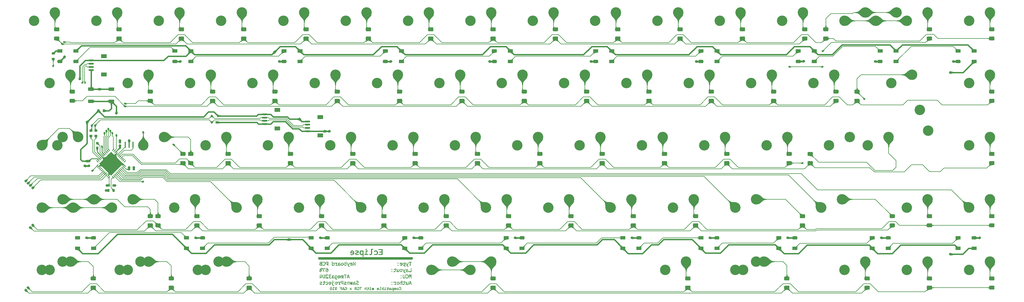
<source format=gbr>
%TF.GenerationSoftware,KiCad,Pcbnew,(5.1.11)-1*%
%TF.CreationDate,2022-09-25T18:14:12+07:00*%
%TF.ProjectId,Eclipse65,45636c69-7073-4653-9635-2e6b69636164,rev?*%
%TF.SameCoordinates,Original*%
%TF.FileFunction,Copper,L2,Bot*%
%TF.FilePolarity,Positive*%
%FSLAX46Y46*%
G04 Gerber Fmt 4.6, Leading zero omitted, Abs format (unit mm)*
G04 Created by KiCad (PCBNEW (5.1.11)-1) date 2022-09-25 18:14:12*
%MOMM*%
%LPD*%
G01*
G04 APERTURE LIST*
%TA.AperFunction,EtchedComponent*%
%ADD10C,0.010000*%
%TD*%
%TA.AperFunction,SMDPad,CuDef*%
%ADD11R,1.550000X0.600000*%
%TD*%
%TA.AperFunction,SMDPad,CuDef*%
%ADD12R,1.800000X1.200000*%
%TD*%
%TA.AperFunction,SMDPad,CuDef*%
%ADD13R,1.000000X0.700000*%
%TD*%
%TA.AperFunction,SMDPad,CuDef*%
%ADD14R,0.600000X0.700000*%
%TD*%
%TA.AperFunction,SMDPad,CuDef*%
%ADD15C,3.200000*%
%TD*%
%TA.AperFunction,ComponentPad*%
%ADD16C,2.400000*%
%TD*%
%TA.AperFunction,SMDPad,CuDef*%
%ADD17R,1.500000X1.000000*%
%TD*%
%TA.AperFunction,SMDPad,CuDef*%
%ADD18R,0.950000X0.800000*%
%TD*%
%TA.AperFunction,SMDPad,CuDef*%
%ADD19R,1.800000X1.100000*%
%TD*%
%TA.AperFunction,SMDPad,CuDef*%
%ADD20R,0.800000X0.950000*%
%TD*%
%TA.AperFunction,SMDPad,CuDef*%
%ADD21C,0.100000*%
%TD*%
%TA.AperFunction,ComponentPad*%
%ADD22C,0.500000*%
%TD*%
%TA.AperFunction,SMDPad,CuDef*%
%ADD23R,0.400000X1.900000*%
%TD*%
%TA.AperFunction,SMDPad,CuDef*%
%ADD24R,0.750000X0.800000*%
%TD*%
%TA.AperFunction,SMDPad,CuDef*%
%ADD25R,0.800000X0.750000*%
%TD*%
%TA.AperFunction,ViaPad*%
%ADD26C,0.600000*%
%TD*%
%TA.AperFunction,ViaPad*%
%ADD27C,0.800000*%
%TD*%
%TA.AperFunction,Conductor*%
%ADD28C,0.200000*%
%TD*%
%TA.AperFunction,Conductor*%
%ADD29C,0.400000*%
%TD*%
%TA.AperFunction,Conductor*%
%ADD30C,0.250000*%
%TD*%
%TA.AperFunction,Conductor*%
%ADD31C,0.300000*%
%TD*%
%TA.AperFunction,Conductor*%
%ADD32C,0.025400*%
%TD*%
%TA.AperFunction,Conductor*%
%ADD33C,0.100000*%
%TD*%
G04 APERTURE END LIST*
D10*
%TO.C,G\u002A\u002A\u002A*%
G36*
X143720354Y-117254754D02*
G01*
X143638041Y-117289888D01*
X143574233Y-117349819D01*
X143556969Y-117379293D01*
X143533984Y-117459056D01*
X143524600Y-117560602D01*
X143528819Y-117665624D01*
X143546639Y-117755815D01*
X143556969Y-117782374D01*
X143607446Y-117846881D01*
X143682045Y-117896245D01*
X143762720Y-117919069D01*
X143774113Y-117919500D01*
X143844339Y-117907941D01*
X143913853Y-117879011D01*
X143962086Y-117841333D01*
X143962792Y-117840418D01*
X143975577Y-117830191D01*
X143983575Y-117844124D01*
X143987786Y-117887855D01*
X143989211Y-117967023D01*
X143989250Y-117989538D01*
X143989710Y-118077839D01*
X143992679Y-118132097D01*
X144000541Y-118160600D01*
X144015682Y-118171638D01*
X144040484Y-118173499D01*
X144042167Y-118173500D01*
X144095083Y-118173500D01*
X144095083Y-117718417D01*
X144094937Y-117568626D01*
X144094861Y-117557326D01*
X143989250Y-117557326D01*
X143985764Y-117636344D01*
X143976784Y-117705936D01*
X143968391Y-117738773D01*
X143926720Y-117795219D01*
X143861761Y-117826506D01*
X143785578Y-117830763D01*
X143710235Y-117806123D01*
X143678222Y-117783749D01*
X143646678Y-117752896D01*
X143628824Y-117719995D01*
X143620826Y-117672172D01*
X143618848Y-117596552D01*
X143618833Y-117584371D01*
X143620896Y-117501429D01*
X143629334Y-117447358D01*
X143647526Y-117408804D01*
X143670148Y-117381455D01*
X143738884Y-117336312D01*
X143819179Y-117325342D01*
X143897420Y-117348681D01*
X143937296Y-117378788D01*
X143967815Y-117416640D01*
X143983582Y-117461540D01*
X143988990Y-117528581D01*
X143989250Y-117557326D01*
X144094861Y-117557326D01*
X144094170Y-117455906D01*
X144092295Y-117374993D01*
X144088820Y-117320626D01*
X144083257Y-117287542D01*
X144075117Y-117270477D01*
X144063908Y-117264170D01*
X144052750Y-117263333D01*
X144019818Y-117275428D01*
X144010417Y-117317430D01*
X144010417Y-117371527D01*
X143962759Y-117316121D01*
X143894270Y-117266071D01*
X143809617Y-117246215D01*
X143720354Y-117254754D01*
G37*
X143720354Y-117254754D02*
X143638041Y-117289888D01*
X143574233Y-117349819D01*
X143556969Y-117379293D01*
X143533984Y-117459056D01*
X143524600Y-117560602D01*
X143528819Y-117665624D01*
X143546639Y-117755815D01*
X143556969Y-117782374D01*
X143607446Y-117846881D01*
X143682045Y-117896245D01*
X143762720Y-117919069D01*
X143774113Y-117919500D01*
X143844339Y-117907941D01*
X143913853Y-117879011D01*
X143962086Y-117841333D01*
X143962792Y-117840418D01*
X143975577Y-117830191D01*
X143983575Y-117844124D01*
X143987786Y-117887855D01*
X143989211Y-117967023D01*
X143989250Y-117989538D01*
X143989710Y-118077839D01*
X143992679Y-118132097D01*
X144000541Y-118160600D01*
X144015682Y-118171638D01*
X144040484Y-118173499D01*
X144042167Y-118173500D01*
X144095083Y-118173500D01*
X144095083Y-117718417D01*
X144094937Y-117568626D01*
X144094861Y-117557326D01*
X143989250Y-117557326D01*
X143985764Y-117636344D01*
X143976784Y-117705936D01*
X143968391Y-117738773D01*
X143926720Y-117795219D01*
X143861761Y-117826506D01*
X143785578Y-117830763D01*
X143710235Y-117806123D01*
X143678222Y-117783749D01*
X143646678Y-117752896D01*
X143628824Y-117719995D01*
X143620826Y-117672172D01*
X143618848Y-117596552D01*
X143618833Y-117584371D01*
X143620896Y-117501429D01*
X143629334Y-117447358D01*
X143647526Y-117408804D01*
X143670148Y-117381455D01*
X143738884Y-117336312D01*
X143819179Y-117325342D01*
X143897420Y-117348681D01*
X143937296Y-117378788D01*
X143967815Y-117416640D01*
X143983582Y-117461540D01*
X143988990Y-117528581D01*
X143989250Y-117557326D01*
X144094861Y-117557326D01*
X144094170Y-117455906D01*
X144092295Y-117374993D01*
X144088820Y-117320626D01*
X144083257Y-117287542D01*
X144075117Y-117270477D01*
X144063908Y-117264170D01*
X144052750Y-117263333D01*
X144019818Y-117275428D01*
X144010417Y-117317430D01*
X144010417Y-117371527D01*
X143962759Y-117316121D01*
X143894270Y-117266071D01*
X143809617Y-117246215D01*
X143720354Y-117254754D01*
G36*
X145864404Y-117060090D02*
G01*
X145799224Y-117095179D01*
X145774494Y-117130306D01*
X145788409Y-117168069D01*
X145788934Y-117168706D01*
X145811529Y-117186194D01*
X145839743Y-117177521D01*
X145867694Y-117157196D01*
X145938578Y-117124734D01*
X146028346Y-117115315D01*
X146120320Y-117129011D01*
X146182857Y-117155787D01*
X146250315Y-117220832D01*
X146294741Y-117316204D01*
X146313805Y-117435301D01*
X146311641Y-117520710D01*
X146284964Y-117646245D01*
X146230948Y-117739600D01*
X146150128Y-117800308D01*
X146043039Y-117827907D01*
X145957750Y-117827718D01*
X145887089Y-117820943D01*
X145831263Y-117814087D01*
X145810841Y-117810518D01*
X145782303Y-117817705D01*
X145773136Y-117845384D01*
X145785600Y-117875324D01*
X145801503Y-117885781D01*
X145866113Y-117900498D01*
X145953950Y-117908374D01*
X146046379Y-117908862D01*
X146124762Y-117901410D01*
X146148250Y-117896011D01*
X146242269Y-117848608D01*
X146323741Y-117772486D01*
X146373107Y-117692638D01*
X146396338Y-117602666D01*
X146403742Y-117490872D01*
X146396029Y-117374403D01*
X146373910Y-117270406D01*
X146353509Y-117220154D01*
X146283712Y-117130728D01*
X146188209Y-117067853D01*
X146076558Y-117034656D01*
X145958316Y-117034266D01*
X145864404Y-117060090D01*
G37*
X145864404Y-117060090D02*
X145799224Y-117095179D01*
X145774494Y-117130306D01*
X145788409Y-117168069D01*
X145788934Y-117168706D01*
X145811529Y-117186194D01*
X145839743Y-117177521D01*
X145867694Y-117157196D01*
X145938578Y-117124734D01*
X146028346Y-117115315D01*
X146120320Y-117129011D01*
X146182857Y-117155787D01*
X146250315Y-117220832D01*
X146294741Y-117316204D01*
X146313805Y-117435301D01*
X146311641Y-117520710D01*
X146284964Y-117646245D01*
X146230948Y-117739600D01*
X146150128Y-117800308D01*
X146043039Y-117827907D01*
X145957750Y-117827718D01*
X145887089Y-117820943D01*
X145831263Y-117814087D01*
X145810841Y-117810518D01*
X145782303Y-117817705D01*
X145773136Y-117845384D01*
X145785600Y-117875324D01*
X145801503Y-117885781D01*
X145866113Y-117900498D01*
X145953950Y-117908374D01*
X146046379Y-117908862D01*
X146124762Y-117901410D01*
X146148250Y-117896011D01*
X146242269Y-117848608D01*
X146323741Y-117772486D01*
X146373107Y-117692638D01*
X146396338Y-117602666D01*
X146403742Y-117490872D01*
X146396029Y-117374403D01*
X146373910Y-117270406D01*
X146353509Y-117220154D01*
X146283712Y-117130728D01*
X146188209Y-117067853D01*
X146076558Y-117034656D01*
X145958316Y-117034266D01*
X145864404Y-117060090D01*
G36*
X145253364Y-117255758D02*
G01*
X145163548Y-117297273D01*
X145097601Y-117371236D01*
X145058211Y-117474830D01*
X145047616Y-117581163D01*
X145063237Y-117701822D01*
X145106804Y-117799453D01*
X145173268Y-117870077D01*
X145257576Y-117909710D01*
X145354679Y-117914373D01*
X145439167Y-117889813D01*
X145516483Y-117841396D01*
X145568181Y-117771119D01*
X145597073Y-117690811D01*
X145611536Y-117580833D01*
X145513250Y-117580833D01*
X145510869Y-117657162D01*
X145500368Y-117706904D01*
X145476712Y-117745695D01*
X145451378Y-117772961D01*
X145377955Y-117823254D01*
X145302064Y-117833808D01*
X145230083Y-117804330D01*
X145206774Y-117784281D01*
X145167564Y-117727495D01*
X145142377Y-117659809D01*
X145141881Y-117657281D01*
X145135641Y-117551576D01*
X145155377Y-117461148D01*
X145195839Y-117390553D01*
X145251778Y-117344347D01*
X145317941Y-117327087D01*
X145389079Y-117343329D01*
X145451378Y-117388705D01*
X145486503Y-117428844D01*
X145505143Y-117469591D01*
X145512332Y-117526581D01*
X145513250Y-117580833D01*
X145611536Y-117580833D01*
X145612906Y-117570418D01*
X145597260Y-117459856D01*
X145553714Y-117365910D01*
X145485846Y-117295367D01*
X145397236Y-117255014D01*
X145364356Y-117249510D01*
X145253364Y-117255758D01*
G37*
X145253364Y-117255758D02*
X145163548Y-117297273D01*
X145097601Y-117371236D01*
X145058211Y-117474830D01*
X145047616Y-117581163D01*
X145063237Y-117701822D01*
X145106804Y-117799453D01*
X145173268Y-117870077D01*
X145257576Y-117909710D01*
X145354679Y-117914373D01*
X145439167Y-117889813D01*
X145516483Y-117841396D01*
X145568181Y-117771119D01*
X145597073Y-117690811D01*
X145611536Y-117580833D01*
X145513250Y-117580833D01*
X145510869Y-117657162D01*
X145500368Y-117706904D01*
X145476712Y-117745695D01*
X145451378Y-117772961D01*
X145377955Y-117823254D01*
X145302064Y-117833808D01*
X145230083Y-117804330D01*
X145206774Y-117784281D01*
X145167564Y-117727495D01*
X145142377Y-117659809D01*
X145141881Y-117657281D01*
X145135641Y-117551576D01*
X145155377Y-117461148D01*
X145195839Y-117390553D01*
X145251778Y-117344347D01*
X145317941Y-117327087D01*
X145389079Y-117343329D01*
X145451378Y-117388705D01*
X145486503Y-117428844D01*
X145505143Y-117469591D01*
X145512332Y-117526581D01*
X145513250Y-117580833D01*
X145611536Y-117580833D01*
X145612906Y-117570418D01*
X145597260Y-117459856D01*
X145553714Y-117365910D01*
X145485846Y-117295367D01*
X145397236Y-117255014D01*
X145364356Y-117249510D01*
X145253364Y-117255758D01*
G36*
X143152553Y-117259097D02*
G01*
X143037058Y-117270362D01*
X142952979Y-117294707D01*
X142895192Y-117337978D01*
X142858571Y-117406022D01*
X142837990Y-117504686D01*
X142828779Y-117628458D01*
X142824364Y-117723090D01*
X142819192Y-117783225D01*
X142811027Y-117816676D01*
X142797633Y-117831253D01*
X142776773Y-117834767D01*
X142769705Y-117834833D01*
X142728995Y-117846325D01*
X142719250Y-117866583D01*
X142731716Y-117887510D01*
X142774101Y-117897042D01*
X142814500Y-117898333D01*
X142873314Y-117896098D01*
X142901180Y-117885281D01*
X142909413Y-117859717D01*
X142909750Y-117846427D01*
X142909750Y-117794521D01*
X142962968Y-117843842D01*
X143047320Y-117895410D01*
X143147363Y-117916511D01*
X143246551Y-117904121D01*
X143262027Y-117898511D01*
X143315749Y-117860564D01*
X143358038Y-117803283D01*
X143375414Y-117744989D01*
X143375417Y-117744406D01*
X143372983Y-117734499D01*
X143287924Y-117734499D01*
X143281115Y-117765345D01*
X143260309Y-117791053D01*
X143202408Y-117825871D01*
X143124993Y-117833367D01*
X143040956Y-117813459D01*
X142999708Y-117792732D01*
X142951890Y-117755527D01*
X142933057Y-117711668D01*
X142930917Y-117676394D01*
X142930917Y-117602000D01*
X143031458Y-117604110D01*
X143133930Y-117611416D01*
X143203740Y-117630389D01*
X143249712Y-117664280D01*
X143268563Y-117691391D01*
X143287924Y-117734499D01*
X143372983Y-117734499D01*
X143358151Y-117674132D01*
X143314812Y-117607106D01*
X143259592Y-117563787D01*
X143208942Y-117550326D01*
X143134057Y-117541153D01*
X143067504Y-117538500D01*
X142993494Y-117537226D01*
X142952352Y-117531389D01*
X142934639Y-117517969D01*
X142930917Y-117494775D01*
X142949593Y-117422180D01*
X143004653Y-117369435D01*
X143094641Y-117337406D01*
X143212927Y-117326951D01*
X143265890Y-117323273D01*
X143286409Y-117309239D01*
X143286397Y-117289792D01*
X143275691Y-117269086D01*
X143247735Y-117259079D01*
X143192578Y-117257491D01*
X143152553Y-117259097D01*
G37*
X143152553Y-117259097D02*
X143037058Y-117270362D01*
X142952979Y-117294707D01*
X142895192Y-117337978D01*
X142858571Y-117406022D01*
X142837990Y-117504686D01*
X142828779Y-117628458D01*
X142824364Y-117723090D01*
X142819192Y-117783225D01*
X142811027Y-117816676D01*
X142797633Y-117831253D01*
X142776773Y-117834767D01*
X142769705Y-117834833D01*
X142728995Y-117846325D01*
X142719250Y-117866583D01*
X142731716Y-117887510D01*
X142774101Y-117897042D01*
X142814500Y-117898333D01*
X142873314Y-117896098D01*
X142901180Y-117885281D01*
X142909413Y-117859717D01*
X142909750Y-117846427D01*
X142909750Y-117794521D01*
X142962968Y-117843842D01*
X143047320Y-117895410D01*
X143147363Y-117916511D01*
X143246551Y-117904121D01*
X143262027Y-117898511D01*
X143315749Y-117860564D01*
X143358038Y-117803283D01*
X143375414Y-117744989D01*
X143375417Y-117744406D01*
X143372983Y-117734499D01*
X143287924Y-117734499D01*
X143281115Y-117765345D01*
X143260309Y-117791053D01*
X143202408Y-117825871D01*
X143124993Y-117833367D01*
X143040956Y-117813459D01*
X142999708Y-117792732D01*
X142951890Y-117755527D01*
X142933057Y-117711668D01*
X142930917Y-117676394D01*
X142930917Y-117602000D01*
X143031458Y-117604110D01*
X143133930Y-117611416D01*
X143203740Y-117630389D01*
X143249712Y-117664280D01*
X143268563Y-117691391D01*
X143287924Y-117734499D01*
X143372983Y-117734499D01*
X143358151Y-117674132D01*
X143314812Y-117607106D01*
X143259592Y-117563787D01*
X143208942Y-117550326D01*
X143134057Y-117541153D01*
X143067504Y-117538500D01*
X142993494Y-117537226D01*
X142952352Y-117531389D01*
X142934639Y-117517969D01*
X142930917Y-117494775D01*
X142949593Y-117422180D01*
X143004653Y-117369435D01*
X143094641Y-117337406D01*
X143212927Y-117326951D01*
X143265890Y-117323273D01*
X143286409Y-117309239D01*
X143286397Y-117289792D01*
X143275691Y-117269086D01*
X143247735Y-117259079D01*
X143192578Y-117257491D01*
X143152553Y-117259097D01*
G36*
X142379680Y-117076781D02*
G01*
X142364209Y-117096187D01*
X142359619Y-117142392D01*
X142359417Y-117168083D01*
X142359417Y-117263333D01*
X142211250Y-117263333D01*
X142130749Y-117265200D01*
X142084675Y-117271914D01*
X142065244Y-117285143D01*
X142063083Y-117295083D01*
X142071797Y-117312333D01*
X142103129Y-117322206D01*
X142164864Y-117326370D01*
X142211250Y-117326833D01*
X142359417Y-117326833D01*
X142359417Y-117536964D01*
X142358872Y-117633345D01*
X142355793Y-117696932D01*
X142348011Y-117737260D01*
X142333359Y-117763866D01*
X142309670Y-117786287D01*
X142301208Y-117793045D01*
X142252249Y-117822563D01*
X142196112Y-117832142D01*
X142142458Y-117829439D01*
X142080950Y-117825918D01*
X142050891Y-117832534D01*
X142042047Y-117852057D01*
X142041917Y-117856638D01*
X142060585Y-117889590D01*
X142109323Y-117910628D01*
X142177234Y-117918501D01*
X142253421Y-117911957D01*
X142326984Y-117889746D01*
X142327667Y-117889442D01*
X142377018Y-117860539D01*
X142411973Y-117820229D01*
X142435453Y-117760929D01*
X142450380Y-117675054D01*
X142459673Y-117555021D01*
X142460174Y-117545420D01*
X142471330Y-117326833D01*
X142563540Y-117326833D01*
X142625212Y-117322407D01*
X142652617Y-117307453D01*
X142655750Y-117295083D01*
X142643285Y-117274156D01*
X142600899Y-117264624D01*
X142560500Y-117263333D01*
X142465250Y-117263333D01*
X142465250Y-117168083D01*
X142463057Y-117109306D01*
X142452276Y-117081459D01*
X142426606Y-117073197D01*
X142412333Y-117072833D01*
X142379680Y-117076781D01*
G37*
X142379680Y-117076781D02*
X142364209Y-117096187D01*
X142359619Y-117142392D01*
X142359417Y-117168083D01*
X142359417Y-117263333D01*
X142211250Y-117263333D01*
X142130749Y-117265200D01*
X142084675Y-117271914D01*
X142065244Y-117285143D01*
X142063083Y-117295083D01*
X142071797Y-117312333D01*
X142103129Y-117322206D01*
X142164864Y-117326370D01*
X142211250Y-117326833D01*
X142359417Y-117326833D01*
X142359417Y-117536964D01*
X142358872Y-117633345D01*
X142355793Y-117696932D01*
X142348011Y-117737260D01*
X142333359Y-117763866D01*
X142309670Y-117786287D01*
X142301208Y-117793045D01*
X142252249Y-117822563D01*
X142196112Y-117832142D01*
X142142458Y-117829439D01*
X142080950Y-117825918D01*
X142050891Y-117832534D01*
X142042047Y-117852057D01*
X142041917Y-117856638D01*
X142060585Y-117889590D01*
X142109323Y-117910628D01*
X142177234Y-117918501D01*
X142253421Y-117911957D01*
X142326984Y-117889746D01*
X142327667Y-117889442D01*
X142377018Y-117860539D01*
X142411973Y-117820229D01*
X142435453Y-117760929D01*
X142450380Y-117675054D01*
X142459673Y-117555021D01*
X142460174Y-117545420D01*
X142471330Y-117326833D01*
X142563540Y-117326833D01*
X142625212Y-117322407D01*
X142652617Y-117307453D01*
X142655750Y-117295083D01*
X142643285Y-117274156D01*
X142600899Y-117264624D01*
X142560500Y-117263333D01*
X142465250Y-117263333D01*
X142465250Y-117168083D01*
X142463057Y-117109306D01*
X142452276Y-117081459D01*
X142426606Y-117073197D01*
X142412333Y-117072833D01*
X142379680Y-117076781D01*
G36*
X141005501Y-116991455D02*
G01*
X140992954Y-117006786D01*
X140986384Y-117042358D01*
X140983902Y-117106370D01*
X140983583Y-117171773D01*
X140983583Y-117355379D01*
X140932747Y-117307621D01*
X140857614Y-117263151D01*
X140767794Y-117248090D01*
X140675639Y-117260509D01*
X140593496Y-117298476D01*
X140533716Y-117360060D01*
X140527568Y-117370970D01*
X140504623Y-117447621D01*
X140497999Y-117544573D01*
X140507497Y-117643144D01*
X140531254Y-117721231D01*
X140590386Y-117799036D01*
X140681568Y-117859323D01*
X140796551Y-117897538D01*
X140868955Y-117907653D01*
X140943294Y-117911003D01*
X141004358Y-117909827D01*
X141031208Y-117906142D01*
X141043489Y-117899392D01*
X141052729Y-117883795D01*
X141059355Y-117854012D01*
X141061081Y-117834833D01*
X140988633Y-117834833D01*
X140900762Y-117834833D01*
X140823557Y-117827109D01*
X140749643Y-117808180D01*
X140741133Y-117804851D01*
X140665504Y-117752831D01*
X140612637Y-117676146D01*
X140584948Y-117585807D01*
X140584851Y-117492822D01*
X140614760Y-117408200D01*
X140645455Y-117368628D01*
X140707476Y-117333858D01*
X140785736Y-117326808D01*
X140864900Y-117346997D01*
X140912512Y-117376971D01*
X140939755Y-117403187D01*
X140957460Y-117431913D01*
X140968275Y-117473148D01*
X140974843Y-117536895D01*
X140979717Y-117630971D01*
X140988633Y-117834833D01*
X141061081Y-117834833D01*
X141063793Y-117804700D01*
X141066468Y-117730519D01*
X141067807Y-117626128D01*
X141068235Y-117486186D01*
X141068250Y-117441698D01*
X141068103Y-117292195D01*
X141067332Y-117179754D01*
X141065446Y-117099103D01*
X141061953Y-117044971D01*
X141056360Y-117012085D01*
X141048176Y-116995175D01*
X141036909Y-116988968D01*
X141025917Y-116988167D01*
X141005501Y-116991455D01*
G37*
X141005501Y-116991455D02*
X140992954Y-117006786D01*
X140986384Y-117042358D01*
X140983902Y-117106370D01*
X140983583Y-117171773D01*
X140983583Y-117355379D01*
X140932747Y-117307621D01*
X140857614Y-117263151D01*
X140767794Y-117248090D01*
X140675639Y-117260509D01*
X140593496Y-117298476D01*
X140533716Y-117360060D01*
X140527568Y-117370970D01*
X140504623Y-117447621D01*
X140497999Y-117544573D01*
X140507497Y-117643144D01*
X140531254Y-117721231D01*
X140590386Y-117799036D01*
X140681568Y-117859323D01*
X140796551Y-117897538D01*
X140868955Y-117907653D01*
X140943294Y-117911003D01*
X141004358Y-117909827D01*
X141031208Y-117906142D01*
X141043489Y-117899392D01*
X141052729Y-117883795D01*
X141059355Y-117854012D01*
X141061081Y-117834833D01*
X140988633Y-117834833D01*
X140900762Y-117834833D01*
X140823557Y-117827109D01*
X140749643Y-117808180D01*
X140741133Y-117804851D01*
X140665504Y-117752831D01*
X140612637Y-117676146D01*
X140584948Y-117585807D01*
X140584851Y-117492822D01*
X140614760Y-117408200D01*
X140645455Y-117368628D01*
X140707476Y-117333858D01*
X140785736Y-117326808D01*
X140864900Y-117346997D01*
X140912512Y-117376971D01*
X140939755Y-117403187D01*
X140957460Y-117431913D01*
X140968275Y-117473148D01*
X140974843Y-117536895D01*
X140979717Y-117630971D01*
X140988633Y-117834833D01*
X141061081Y-117834833D01*
X141063793Y-117804700D01*
X141066468Y-117730519D01*
X141067807Y-117626128D01*
X141068235Y-117486186D01*
X141068250Y-117441698D01*
X141068103Y-117292195D01*
X141067332Y-117179754D01*
X141065446Y-117099103D01*
X141061953Y-117044971D01*
X141056360Y-117012085D01*
X141048176Y-116995175D01*
X141036909Y-116988968D01*
X141025917Y-116988167D01*
X141005501Y-116991455D01*
G36*
X140069461Y-117371080D02*
G01*
X140066947Y-117507009D01*
X140064211Y-117607005D01*
X140060363Y-117677463D01*
X140054511Y-117724779D01*
X140045764Y-117755347D01*
X140033231Y-117775563D01*
X140016021Y-117791822D01*
X140010164Y-117796599D01*
X139962508Y-117824564D01*
X139905756Y-117830688D01*
X139867289Y-117826840D01*
X139810433Y-117821475D01*
X139784022Y-117828312D01*
X139777121Y-117850613D01*
X139777083Y-117853759D01*
X139795625Y-117888401D01*
X139844080Y-117909864D01*
X139911692Y-117916721D01*
X139987706Y-117907549D01*
X140044115Y-117889139D01*
X140083249Y-117866304D01*
X140112528Y-117832711D01*
X140133287Y-117782611D01*
X140146857Y-117710257D01*
X140154572Y-117609900D01*
X140157765Y-117475793D01*
X140158083Y-117397758D01*
X140158083Y-117072833D01*
X140263917Y-117072833D01*
X140327396Y-117070604D01*
X140359056Y-117061144D01*
X140369297Y-117040291D01*
X140369750Y-117030500D01*
X140365719Y-117008172D01*
X140347565Y-116995422D01*
X140306201Y-116989630D01*
X140232537Y-116988174D01*
X140222920Y-116988167D01*
X140076089Y-116988167D01*
X140069461Y-117371080D01*
G37*
X140069461Y-117371080D02*
X140066947Y-117507009D01*
X140064211Y-117607005D01*
X140060363Y-117677463D01*
X140054511Y-117724779D01*
X140045764Y-117755347D01*
X140033231Y-117775563D01*
X140016021Y-117791822D01*
X140010164Y-117796599D01*
X139962508Y-117824564D01*
X139905756Y-117830688D01*
X139867289Y-117826840D01*
X139810433Y-117821475D01*
X139784022Y-117828312D01*
X139777121Y-117850613D01*
X139777083Y-117853759D01*
X139795625Y-117888401D01*
X139844080Y-117909864D01*
X139911692Y-117916721D01*
X139987706Y-117907549D01*
X140044115Y-117889139D01*
X140083249Y-117866304D01*
X140112528Y-117832711D01*
X140133287Y-117782611D01*
X140146857Y-117710257D01*
X140154572Y-117609900D01*
X140157765Y-117475793D01*
X140158083Y-117397758D01*
X140158083Y-117072833D01*
X140263917Y-117072833D01*
X140327396Y-117070604D01*
X140359056Y-117061144D01*
X140369297Y-117040291D01*
X140369750Y-117030500D01*
X140365719Y-117008172D01*
X140347565Y-116995422D01*
X140306201Y-116989630D01*
X140232537Y-116988174D01*
X140222920Y-116988167D01*
X140076089Y-116988167D01*
X140069461Y-117371080D01*
G36*
X139224052Y-117253374D02*
G01*
X139135594Y-117293428D01*
X139066907Y-117362513D01*
X139024911Y-117456317D01*
X139015083Y-117537820D01*
X139015083Y-117602000D01*
X139246668Y-117602000D01*
X139341223Y-117603383D01*
X139419053Y-117607132D01*
X139471096Y-117612641D01*
X139488193Y-117618085D01*
X139487559Y-117646760D01*
X139472607Y-117694792D01*
X139470819Y-117699133D01*
X139420331Y-117767000D01*
X139339196Y-117812070D01*
X139234157Y-117831397D01*
X139170913Y-117830179D01*
X139104471Y-117826603D01*
X139070134Y-117831627D01*
X139058143Y-117847550D01*
X139057417Y-117856904D01*
X139076469Y-117886585D01*
X139126554Y-117907127D01*
X139197064Y-117917025D01*
X139277393Y-117914771D01*
X139355580Y-117899270D01*
X139459140Y-117849400D01*
X139530774Y-117771956D01*
X139553039Y-117727313D01*
X139581051Y-117615189D01*
X139579509Y-117527237D01*
X139501917Y-117527237D01*
X139482275Y-117532052D01*
X139429445Y-117535839D01*
X139352566Y-117538094D01*
X139298539Y-117538500D01*
X139095161Y-117538500D01*
X139108836Y-117480292D01*
X139146099Y-117404964D01*
X139210161Y-117352638D01*
X139289404Y-117328538D01*
X139372207Y-117337889D01*
X139399267Y-117349704D01*
X139431815Y-117381557D01*
X139466849Y-117435062D01*
X139493636Y-117491655D01*
X139501917Y-117527237D01*
X139579509Y-117527237D01*
X139579104Y-117504163D01*
X139549716Y-117403628D01*
X139495402Y-117322982D01*
X139432611Y-117277602D01*
X139325364Y-117246661D01*
X139224052Y-117253374D01*
G37*
X139224052Y-117253374D02*
X139135594Y-117293428D01*
X139066907Y-117362513D01*
X139024911Y-117456317D01*
X139015083Y-117537820D01*
X139015083Y-117602000D01*
X139246668Y-117602000D01*
X139341223Y-117603383D01*
X139419053Y-117607132D01*
X139471096Y-117612641D01*
X139488193Y-117618085D01*
X139487559Y-117646760D01*
X139472607Y-117694792D01*
X139470819Y-117699133D01*
X139420331Y-117767000D01*
X139339196Y-117812070D01*
X139234157Y-117831397D01*
X139170913Y-117830179D01*
X139104471Y-117826603D01*
X139070134Y-117831627D01*
X139058143Y-117847550D01*
X139057417Y-117856904D01*
X139076469Y-117886585D01*
X139126554Y-117907127D01*
X139197064Y-117917025D01*
X139277393Y-117914771D01*
X139355580Y-117899270D01*
X139459140Y-117849400D01*
X139530774Y-117771956D01*
X139553039Y-117727313D01*
X139581051Y-117615189D01*
X139579509Y-117527237D01*
X139501917Y-117527237D01*
X139482275Y-117532052D01*
X139429445Y-117535839D01*
X139352566Y-117538094D01*
X139298539Y-117538500D01*
X139095161Y-117538500D01*
X139108836Y-117480292D01*
X139146099Y-117404964D01*
X139210161Y-117352638D01*
X139289404Y-117328538D01*
X139372207Y-117337889D01*
X139399267Y-117349704D01*
X139431815Y-117381557D01*
X139466849Y-117435062D01*
X139493636Y-117491655D01*
X139501917Y-117527237D01*
X139579509Y-117527237D01*
X139579104Y-117504163D01*
X139549716Y-117403628D01*
X139495402Y-117322982D01*
X139432611Y-117277602D01*
X139325364Y-117246661D01*
X139224052Y-117253374D01*
G36*
X136347180Y-117076781D02*
G01*
X136331709Y-117096187D01*
X136327119Y-117142392D01*
X136326917Y-117168083D01*
X136326917Y-117263333D01*
X136178750Y-117263333D01*
X136098249Y-117265200D01*
X136052175Y-117271914D01*
X136032744Y-117285143D01*
X136030583Y-117295083D01*
X136039297Y-117312333D01*
X136070629Y-117322206D01*
X136132364Y-117326370D01*
X136178750Y-117326833D01*
X136326917Y-117326833D01*
X136326917Y-117536964D01*
X136326372Y-117633345D01*
X136323293Y-117696932D01*
X136315511Y-117737260D01*
X136300859Y-117763866D01*
X136277170Y-117786287D01*
X136268708Y-117793045D01*
X136219749Y-117822563D01*
X136163612Y-117832142D01*
X136109958Y-117829439D01*
X136048450Y-117825918D01*
X136018391Y-117832534D01*
X136009547Y-117852057D01*
X136009417Y-117856638D01*
X136028085Y-117889590D01*
X136076823Y-117910628D01*
X136144734Y-117918501D01*
X136220921Y-117911957D01*
X136294484Y-117889746D01*
X136295167Y-117889442D01*
X136344518Y-117860539D01*
X136379473Y-117820229D01*
X136402953Y-117760929D01*
X136417880Y-117675054D01*
X136427173Y-117555021D01*
X136427674Y-117545420D01*
X136438830Y-117326833D01*
X136531040Y-117326833D01*
X136592712Y-117322407D01*
X136620117Y-117307453D01*
X136623250Y-117295083D01*
X136610785Y-117274156D01*
X136568399Y-117264624D01*
X136528000Y-117263333D01*
X136432750Y-117263333D01*
X136432750Y-117168083D01*
X136430557Y-117109306D01*
X136419776Y-117081459D01*
X136394106Y-117073197D01*
X136379833Y-117072833D01*
X136347180Y-117076781D01*
G37*
X136347180Y-117076781D02*
X136331709Y-117096187D01*
X136327119Y-117142392D01*
X136326917Y-117168083D01*
X136326917Y-117263333D01*
X136178750Y-117263333D01*
X136098249Y-117265200D01*
X136052175Y-117271914D01*
X136032744Y-117285143D01*
X136030583Y-117295083D01*
X136039297Y-117312333D01*
X136070629Y-117322206D01*
X136132364Y-117326370D01*
X136178750Y-117326833D01*
X136326917Y-117326833D01*
X136326917Y-117536964D01*
X136326372Y-117633345D01*
X136323293Y-117696932D01*
X136315511Y-117737260D01*
X136300859Y-117763866D01*
X136277170Y-117786287D01*
X136268708Y-117793045D01*
X136219749Y-117822563D01*
X136163612Y-117832142D01*
X136109958Y-117829439D01*
X136048450Y-117825918D01*
X136018391Y-117832534D01*
X136009547Y-117852057D01*
X136009417Y-117856638D01*
X136028085Y-117889590D01*
X136076823Y-117910628D01*
X136144734Y-117918501D01*
X136220921Y-117911957D01*
X136294484Y-117889746D01*
X136295167Y-117889442D01*
X136344518Y-117860539D01*
X136379473Y-117820229D01*
X136402953Y-117760929D01*
X136417880Y-117675054D01*
X136427173Y-117555021D01*
X136427674Y-117545420D01*
X136438830Y-117326833D01*
X136531040Y-117326833D01*
X136592712Y-117322407D01*
X136620117Y-117307453D01*
X136623250Y-117295083D01*
X136610785Y-117274156D01*
X136568399Y-117264624D01*
X136528000Y-117263333D01*
X136432750Y-117263333D01*
X136432750Y-117168083D01*
X136430557Y-117109306D01*
X136419776Y-117081459D01*
X136394106Y-117073197D01*
X136379833Y-117072833D01*
X136347180Y-117076781D01*
G36*
X133181690Y-117036351D02*
G01*
X133086378Y-117053734D01*
X133018356Y-117082708D01*
X132980223Y-117111740D01*
X132974666Y-117133266D01*
X132989266Y-117152087D01*
X133015525Y-117170203D01*
X133047670Y-117166152D01*
X133084734Y-117148821D01*
X133148669Y-117127165D01*
X133225501Y-117115709D01*
X133243261Y-117115167D01*
X133345465Y-117133560D01*
X133426215Y-117186731D01*
X133483135Y-117271662D01*
X133513844Y-117385337D01*
X133518706Y-117464417D01*
X133506236Y-117591534D01*
X133471325Y-117694970D01*
X133416514Y-117768042D01*
X133397908Y-117782176D01*
X133322583Y-117814348D01*
X133229135Y-117831524D01*
X133140214Y-117830113D01*
X133120409Y-117826202D01*
X133089347Y-117815494D01*
X133073656Y-117795914D01*
X133069204Y-117756064D01*
X133071505Y-117691295D01*
X133077833Y-117570250D01*
X133178375Y-117563798D01*
X133245917Y-117554547D01*
X133276208Y-117536926D01*
X133278917Y-117526757D01*
X133269184Y-117509986D01*
X133235070Y-117500404D01*
X133169204Y-117496488D01*
X133130750Y-117496167D01*
X132982583Y-117496167D01*
X132982583Y-117684402D01*
X132983332Y-117779808D01*
X132990238Y-117841241D01*
X133010290Y-117877055D01*
X133050478Y-117895602D01*
X133117791Y-117905235D01*
X133171333Y-117909970D01*
X133292154Y-117908141D01*
X133374167Y-117889116D01*
X133472426Y-117831378D01*
X133547545Y-117741477D01*
X133596701Y-117624391D01*
X133617068Y-117485099D01*
X133617465Y-117460335D01*
X133601337Y-117330623D01*
X133556426Y-117215804D01*
X133487352Y-117123551D01*
X133398735Y-117061538D01*
X133370737Y-117050534D01*
X133282499Y-117034734D01*
X133181690Y-117036351D01*
G37*
X133181690Y-117036351D02*
X133086378Y-117053734D01*
X133018356Y-117082708D01*
X132980223Y-117111740D01*
X132974666Y-117133266D01*
X132989266Y-117152087D01*
X133015525Y-117170203D01*
X133047670Y-117166152D01*
X133084734Y-117148821D01*
X133148669Y-117127165D01*
X133225501Y-117115709D01*
X133243261Y-117115167D01*
X133345465Y-117133560D01*
X133426215Y-117186731D01*
X133483135Y-117271662D01*
X133513844Y-117385337D01*
X133518706Y-117464417D01*
X133506236Y-117591534D01*
X133471325Y-117694970D01*
X133416514Y-117768042D01*
X133397908Y-117782176D01*
X133322583Y-117814348D01*
X133229135Y-117831524D01*
X133140214Y-117830113D01*
X133120409Y-117826202D01*
X133089347Y-117815494D01*
X133073656Y-117795914D01*
X133069204Y-117756064D01*
X133071505Y-117691295D01*
X133077833Y-117570250D01*
X133178375Y-117563798D01*
X133245917Y-117554547D01*
X133276208Y-117536926D01*
X133278917Y-117526757D01*
X133269184Y-117509986D01*
X133235070Y-117500404D01*
X133169204Y-117496488D01*
X133130750Y-117496167D01*
X132982583Y-117496167D01*
X132982583Y-117684402D01*
X132983332Y-117779808D01*
X132990238Y-117841241D01*
X133010290Y-117877055D01*
X133050478Y-117895602D01*
X133117791Y-117905235D01*
X133171333Y-117909970D01*
X133292154Y-117908141D01*
X133374167Y-117889116D01*
X133472426Y-117831378D01*
X133547545Y-117741477D01*
X133596701Y-117624391D01*
X133617068Y-117485099D01*
X133617465Y-117460335D01*
X133601337Y-117330623D01*
X133556426Y-117215804D01*
X133487352Y-117123551D01*
X133398735Y-117061538D01*
X133370737Y-117050534D01*
X133282499Y-117034734D01*
X133181690Y-117036351D01*
G36*
X129414023Y-117036351D02*
G01*
X129318712Y-117053734D01*
X129250689Y-117082708D01*
X129212556Y-117111740D01*
X129207000Y-117133266D01*
X129221599Y-117152087D01*
X129247859Y-117170203D01*
X129280003Y-117166152D01*
X129317068Y-117148821D01*
X129381002Y-117127165D01*
X129457835Y-117115709D01*
X129475595Y-117115167D01*
X129577798Y-117133560D01*
X129658549Y-117186731D01*
X129715468Y-117271662D01*
X129746177Y-117385337D01*
X129751040Y-117464417D01*
X129738570Y-117591534D01*
X129703659Y-117694970D01*
X129648847Y-117768042D01*
X129630241Y-117782176D01*
X129554916Y-117814348D01*
X129461469Y-117831524D01*
X129372547Y-117830113D01*
X129352742Y-117826202D01*
X129321680Y-117815494D01*
X129305989Y-117795914D01*
X129301538Y-117756064D01*
X129303839Y-117691295D01*
X129310167Y-117570250D01*
X129410708Y-117563798D01*
X129478250Y-117554547D01*
X129508541Y-117536926D01*
X129511250Y-117526757D01*
X129501517Y-117509986D01*
X129467403Y-117500404D01*
X129401537Y-117496488D01*
X129363083Y-117496167D01*
X129214917Y-117496167D01*
X129214917Y-117684402D01*
X129215666Y-117779808D01*
X129222571Y-117841241D01*
X129242623Y-117877055D01*
X129282811Y-117895602D01*
X129350125Y-117905235D01*
X129403667Y-117909970D01*
X129524488Y-117908141D01*
X129606500Y-117889116D01*
X129704759Y-117831378D01*
X129779879Y-117741477D01*
X129829034Y-117624391D01*
X129849401Y-117485099D01*
X129849799Y-117460335D01*
X129833671Y-117330623D01*
X129788760Y-117215804D01*
X129719686Y-117123551D01*
X129631068Y-117061538D01*
X129603070Y-117050534D01*
X129514832Y-117034734D01*
X129414023Y-117036351D01*
G37*
X129414023Y-117036351D02*
X129318712Y-117053734D01*
X129250689Y-117082708D01*
X129212556Y-117111740D01*
X129207000Y-117133266D01*
X129221599Y-117152087D01*
X129247859Y-117170203D01*
X129280003Y-117166152D01*
X129317068Y-117148821D01*
X129381002Y-117127165D01*
X129457835Y-117115709D01*
X129475595Y-117115167D01*
X129577798Y-117133560D01*
X129658549Y-117186731D01*
X129715468Y-117271662D01*
X129746177Y-117385337D01*
X129751040Y-117464417D01*
X129738570Y-117591534D01*
X129703659Y-117694970D01*
X129648847Y-117768042D01*
X129630241Y-117782176D01*
X129554916Y-117814348D01*
X129461469Y-117831524D01*
X129372547Y-117830113D01*
X129352742Y-117826202D01*
X129321680Y-117815494D01*
X129305989Y-117795914D01*
X129301538Y-117756064D01*
X129303839Y-117691295D01*
X129310167Y-117570250D01*
X129410708Y-117563798D01*
X129478250Y-117554547D01*
X129508541Y-117536926D01*
X129511250Y-117526757D01*
X129501517Y-117509986D01*
X129467403Y-117500404D01*
X129401537Y-117496488D01*
X129363083Y-117496167D01*
X129214917Y-117496167D01*
X129214917Y-117684402D01*
X129215666Y-117779808D01*
X129222571Y-117841241D01*
X129242623Y-117877055D01*
X129282811Y-117895602D01*
X129350125Y-117905235D01*
X129403667Y-117909970D01*
X129524488Y-117908141D01*
X129606500Y-117889116D01*
X129704759Y-117831378D01*
X129779879Y-117741477D01*
X129829034Y-117624391D01*
X129849401Y-117485099D01*
X129849799Y-117460335D01*
X129833671Y-117330623D01*
X129788760Y-117215804D01*
X129719686Y-117123551D01*
X129631068Y-117061538D01*
X129603070Y-117050534D01*
X129514832Y-117034734D01*
X129414023Y-117036351D01*
G36*
X126415501Y-117043020D02*
G01*
X126323704Y-117075563D01*
X126252706Y-117134993D01*
X126247356Y-117142154D01*
X126223351Y-117181403D01*
X126208716Y-117224431D01*
X126201255Y-117282915D01*
X126198770Y-117368533D01*
X126198667Y-117400917D01*
X126200092Y-117497038D01*
X126206172Y-117564340D01*
X126219613Y-117616287D01*
X126243123Y-117666350D01*
X126256847Y-117690388D01*
X126310515Y-117764098D01*
X126378307Y-117816811D01*
X126426180Y-117841814D01*
X126527366Y-117883075D01*
X126611606Y-117904692D01*
X126672727Y-117905753D01*
X126704555Y-117885345D01*
X126705514Y-117883122D01*
X126713270Y-117862252D01*
X126710513Y-117849350D01*
X126688728Y-117839421D01*
X126639401Y-117827472D01*
X126593321Y-117817317D01*
X126515096Y-117794081D01*
X126443598Y-117763205D01*
X126416302Y-117746880D01*
X126359267Y-117688569D01*
X126315101Y-117611777D01*
X126294357Y-117535643D01*
X126293917Y-117524907D01*
X126297906Y-117503696D01*
X126315727Y-117510651D01*
X126341780Y-117533752D01*
X126415742Y-117577158D01*
X126508759Y-117595023D01*
X126604558Y-117585137D01*
X126637570Y-117573952D01*
X126715579Y-117521940D01*
X126762068Y-117443453D01*
X126777773Y-117336971D01*
X126777129Y-117321335D01*
X126694839Y-117321335D01*
X126686584Y-117398476D01*
X126652972Y-117462241D01*
X126606433Y-117496524D01*
X126535956Y-117511573D01*
X126455359Y-117507663D01*
X126381641Y-117487451D01*
X126331802Y-117453596D01*
X126331794Y-117453586D01*
X126302610Y-117389487D01*
X126294261Y-117307923D01*
X126306746Y-117228284D01*
X126331794Y-117178914D01*
X126387862Y-117139532D01*
X126468366Y-117121013D01*
X126533132Y-117117185D01*
X126576568Y-117128600D01*
X126618780Y-117161835D01*
X126631573Y-117174399D01*
X126676810Y-117242687D01*
X126694839Y-117321335D01*
X126777129Y-117321335D01*
X126775756Y-117288065D01*
X126765283Y-117212321D01*
X126744502Y-117161402D01*
X126705991Y-117117899D01*
X126701495Y-117113836D01*
X126615816Y-117061444D01*
X126516678Y-117038076D01*
X126415501Y-117043020D01*
G37*
X126415501Y-117043020D02*
X126323704Y-117075563D01*
X126252706Y-117134993D01*
X126247356Y-117142154D01*
X126223351Y-117181403D01*
X126208716Y-117224431D01*
X126201255Y-117282915D01*
X126198770Y-117368533D01*
X126198667Y-117400917D01*
X126200092Y-117497038D01*
X126206172Y-117564340D01*
X126219613Y-117616287D01*
X126243123Y-117666350D01*
X126256847Y-117690388D01*
X126310515Y-117764098D01*
X126378307Y-117816811D01*
X126426180Y-117841814D01*
X126527366Y-117883075D01*
X126611606Y-117904692D01*
X126672727Y-117905753D01*
X126704555Y-117885345D01*
X126705514Y-117883122D01*
X126713270Y-117862252D01*
X126710513Y-117849350D01*
X126688728Y-117839421D01*
X126639401Y-117827472D01*
X126593321Y-117817317D01*
X126515096Y-117794081D01*
X126443598Y-117763205D01*
X126416302Y-117746880D01*
X126359267Y-117688569D01*
X126315101Y-117611777D01*
X126294357Y-117535643D01*
X126293917Y-117524907D01*
X126297906Y-117503696D01*
X126315727Y-117510651D01*
X126341780Y-117533752D01*
X126415742Y-117577158D01*
X126508759Y-117595023D01*
X126604558Y-117585137D01*
X126637570Y-117573952D01*
X126715579Y-117521940D01*
X126762068Y-117443453D01*
X126777773Y-117336971D01*
X126777129Y-117321335D01*
X126694839Y-117321335D01*
X126686584Y-117398476D01*
X126652972Y-117462241D01*
X126606433Y-117496524D01*
X126535956Y-117511573D01*
X126455359Y-117507663D01*
X126381641Y-117487451D01*
X126331802Y-117453596D01*
X126331794Y-117453586D01*
X126302610Y-117389487D01*
X126294261Y-117307923D01*
X126306746Y-117228284D01*
X126331794Y-117178914D01*
X126387862Y-117139532D01*
X126468366Y-117121013D01*
X126533132Y-117117185D01*
X126576568Y-117128600D01*
X126618780Y-117161835D01*
X126631573Y-117174399D01*
X126676810Y-117242687D01*
X126694839Y-117321335D01*
X126777129Y-117321335D01*
X126775756Y-117288065D01*
X126765283Y-117212321D01*
X126744502Y-117161402D01*
X126705991Y-117117899D01*
X126701495Y-117113836D01*
X126615816Y-117061444D01*
X126516678Y-117038076D01*
X126415501Y-117043020D01*
G36*
X124892651Y-117045217D02*
G01*
X124810138Y-117090076D01*
X124750857Y-117166886D01*
X124713628Y-117277373D01*
X124697272Y-117423267D01*
X124696257Y-117475000D01*
X124702813Y-117616749D01*
X124724767Y-117724362D01*
X124764537Y-117803997D01*
X124824535Y-117861811D01*
X124855322Y-117880519D01*
X124946762Y-117914418D01*
X125034010Y-117910946D01*
X125107863Y-117882425D01*
X125179352Y-117831566D01*
X125228899Y-117759002D01*
X125259443Y-117658486D01*
X125273621Y-117529735D01*
X125273544Y-117504969D01*
X125191024Y-117504969D01*
X125179173Y-117622613D01*
X125172687Y-117654917D01*
X125136747Y-117740129D01*
X125079106Y-117800192D01*
X125008282Y-117830767D01*
X124932794Y-117827510D01*
X124882080Y-117803018D01*
X124833654Y-117744490D01*
X124801481Y-117650034D01*
X124786577Y-117523216D01*
X124785676Y-117464417D01*
X124795827Y-117324389D01*
X124823923Y-117221446D01*
X124870927Y-117153893D01*
X124937799Y-117120038D01*
X124984040Y-117115167D01*
X125066985Y-117133086D01*
X125128967Y-117187271D01*
X125170698Y-117278362D01*
X125172118Y-117283363D01*
X125188662Y-117384818D01*
X125191024Y-117504969D01*
X125273544Y-117504969D01*
X125273142Y-117377635D01*
X125252841Y-117257271D01*
X125211018Y-117162121D01*
X125161720Y-117100570D01*
X125107154Y-117054283D01*
X125053969Y-117034148D01*
X124999575Y-117030579D01*
X124892651Y-117045217D01*
G37*
X124892651Y-117045217D02*
X124810138Y-117090076D01*
X124750857Y-117166886D01*
X124713628Y-117277373D01*
X124697272Y-117423267D01*
X124696257Y-117475000D01*
X124702813Y-117616749D01*
X124724767Y-117724362D01*
X124764537Y-117803997D01*
X124824535Y-117861811D01*
X124855322Y-117880519D01*
X124946762Y-117914418D01*
X125034010Y-117910946D01*
X125107863Y-117882425D01*
X125179352Y-117831566D01*
X125228899Y-117759002D01*
X125259443Y-117658486D01*
X125273621Y-117529735D01*
X125273544Y-117504969D01*
X125191024Y-117504969D01*
X125179173Y-117622613D01*
X125172687Y-117654917D01*
X125136747Y-117740129D01*
X125079106Y-117800192D01*
X125008282Y-117830767D01*
X124932794Y-117827510D01*
X124882080Y-117803018D01*
X124833654Y-117744490D01*
X124801481Y-117650034D01*
X124786577Y-117523216D01*
X124785676Y-117464417D01*
X124795827Y-117324389D01*
X124823923Y-117221446D01*
X124870927Y-117153893D01*
X124937799Y-117120038D01*
X124984040Y-117115167D01*
X125066985Y-117133086D01*
X125128967Y-117187271D01*
X125170698Y-117278362D01*
X125172118Y-117283363D01*
X125188662Y-117384818D01*
X125191024Y-117504969D01*
X125273544Y-117504969D01*
X125273142Y-117377635D01*
X125252841Y-117257271D01*
X125211018Y-117162121D01*
X125161720Y-117100570D01*
X125107154Y-117054283D01*
X125053969Y-117034148D01*
X124999575Y-117030579D01*
X124892651Y-117045217D01*
G36*
X144618596Y-117248881D02*
G01*
X144566042Y-117279208D01*
X144535757Y-117304281D01*
X144511953Y-117297887D01*
X144491958Y-117279208D01*
X144432894Y-117246895D01*
X144365526Y-117249399D01*
X144306750Y-117284500D01*
X144289518Y-117305501D01*
X144277680Y-117333105D01*
X144270247Y-117374996D01*
X144266227Y-117438857D01*
X144264628Y-117532372D01*
X144264417Y-117612583D01*
X144264752Y-117727405D01*
X144266412Y-117806517D01*
X144270378Y-117856543D01*
X144277632Y-117884106D01*
X144289153Y-117895827D01*
X144305924Y-117898331D01*
X144306750Y-117898333D01*
X144324671Y-117895827D01*
X144336670Y-117883616D01*
X144343927Y-117854662D01*
X144347624Y-117801925D01*
X144348943Y-117718368D01*
X144349083Y-117646064D01*
X144350121Y-117544305D01*
X144352943Y-117456173D01*
X144357112Y-117391393D01*
X144361931Y-117360314D01*
X144391754Y-117334559D01*
X144433750Y-117326833D01*
X144483458Y-117338154D01*
X144505569Y-117360314D01*
X144510614Y-117393839D01*
X144514728Y-117459969D01*
X144517474Y-117548982D01*
X144518417Y-117646064D01*
X144518853Y-117752900D01*
X144520937Y-117824434D01*
X144525831Y-117867699D01*
X144534698Y-117889724D01*
X144548700Y-117897540D01*
X144560136Y-117898333D01*
X144577102Y-117895715D01*
X144588967Y-117883416D01*
X144596863Y-117854772D01*
X144601920Y-117803118D01*
X144605271Y-117721788D01*
X144607761Y-117617875D01*
X144613667Y-117337417D01*
X144674870Y-117330430D01*
X144726272Y-117334276D01*
X144753921Y-117351597D01*
X144760848Y-117382772D01*
X144766578Y-117446968D01*
X144770521Y-117534873D01*
X144772090Y-117637181D01*
X144772093Y-117639042D01*
X144772630Y-117747563D01*
X144774683Y-117820698D01*
X144779393Y-117865390D01*
X144787904Y-117888584D01*
X144801358Y-117897225D01*
X144814750Y-117898333D01*
X144831020Y-117896253D01*
X144842484Y-117885818D01*
X144849981Y-117860742D01*
X144854349Y-117814734D01*
X144856426Y-117741507D01*
X144857052Y-117634772D01*
X144857083Y-117580833D01*
X144856450Y-117455824D01*
X144854184Y-117367404D01*
X144849735Y-117309846D01*
X144842552Y-117277419D01*
X144832084Y-117264395D01*
X144826583Y-117263333D01*
X144790476Y-117276339D01*
X144782900Y-117284662D01*
X144759747Y-117290107D01*
X144737805Y-117274079D01*
X144683015Y-117245984D01*
X144618596Y-117248881D01*
G37*
X144618596Y-117248881D02*
X144566042Y-117279208D01*
X144535757Y-117304281D01*
X144511953Y-117297887D01*
X144491958Y-117279208D01*
X144432894Y-117246895D01*
X144365526Y-117249399D01*
X144306750Y-117284500D01*
X144289518Y-117305501D01*
X144277680Y-117333105D01*
X144270247Y-117374996D01*
X144266227Y-117438857D01*
X144264628Y-117532372D01*
X144264417Y-117612583D01*
X144264752Y-117727405D01*
X144266412Y-117806517D01*
X144270378Y-117856543D01*
X144277632Y-117884106D01*
X144289153Y-117895827D01*
X144305924Y-117898331D01*
X144306750Y-117898333D01*
X144324671Y-117895827D01*
X144336670Y-117883616D01*
X144343927Y-117854662D01*
X144347624Y-117801925D01*
X144348943Y-117718368D01*
X144349083Y-117646064D01*
X144350121Y-117544305D01*
X144352943Y-117456173D01*
X144357112Y-117391393D01*
X144361931Y-117360314D01*
X144391754Y-117334559D01*
X144433750Y-117326833D01*
X144483458Y-117338154D01*
X144505569Y-117360314D01*
X144510614Y-117393839D01*
X144514728Y-117459969D01*
X144517474Y-117548982D01*
X144518417Y-117646064D01*
X144518853Y-117752900D01*
X144520937Y-117824434D01*
X144525831Y-117867699D01*
X144534698Y-117889724D01*
X144548700Y-117897540D01*
X144560136Y-117898333D01*
X144577102Y-117895715D01*
X144588967Y-117883416D01*
X144596863Y-117854772D01*
X144601920Y-117803118D01*
X144605271Y-117721788D01*
X144607761Y-117617875D01*
X144613667Y-117337417D01*
X144674870Y-117330430D01*
X144726272Y-117334276D01*
X144753921Y-117351597D01*
X144760848Y-117382772D01*
X144766578Y-117446968D01*
X144770521Y-117534873D01*
X144772090Y-117637181D01*
X144772093Y-117639042D01*
X144772630Y-117747563D01*
X144774683Y-117820698D01*
X144779393Y-117865390D01*
X144787904Y-117888584D01*
X144801358Y-117897225D01*
X144814750Y-117898333D01*
X144831020Y-117896253D01*
X144842484Y-117885818D01*
X144849981Y-117860742D01*
X144854349Y-117814734D01*
X144856426Y-117741507D01*
X144857052Y-117634772D01*
X144857083Y-117580833D01*
X144856450Y-117455824D01*
X144854184Y-117367404D01*
X144849735Y-117309846D01*
X144842552Y-117277419D01*
X144832084Y-117264395D01*
X144826583Y-117263333D01*
X144790476Y-117276339D01*
X144782900Y-117284662D01*
X144759747Y-117290107D01*
X144737805Y-117274079D01*
X144683015Y-117245984D01*
X144618596Y-117248881D01*
G36*
X141470417Y-117813667D02*
G01*
X141364583Y-117813667D01*
X141301104Y-117815895D01*
X141269445Y-117825356D01*
X141259203Y-117846208D01*
X141258750Y-117856000D01*
X141261014Y-117873010D01*
X141272220Y-117884731D01*
X141298991Y-117892142D01*
X141347950Y-117896225D01*
X141425719Y-117897962D01*
X141538923Y-117898333D01*
X141544500Y-117898333D01*
X141659322Y-117897998D01*
X141738434Y-117896338D01*
X141788460Y-117892372D01*
X141816023Y-117885118D01*
X141827744Y-117873597D01*
X141830248Y-117856826D01*
X141830250Y-117856000D01*
X141825962Y-117833090D01*
X141806862Y-117820317D01*
X141763595Y-117814803D01*
X141692667Y-117813667D01*
X141555083Y-117813667D01*
X141555083Y-117326833D01*
X141671500Y-117326833D01*
X141741706Y-117323983D01*
X141777851Y-117313981D01*
X141787917Y-117295083D01*
X141779601Y-117278336D01*
X141749550Y-117268505D01*
X141690107Y-117264061D01*
X141629167Y-117263333D01*
X141470417Y-117263333D01*
X141470417Y-117813667D01*
G37*
X141470417Y-117813667D02*
X141364583Y-117813667D01*
X141301104Y-117815895D01*
X141269445Y-117825356D01*
X141259203Y-117846208D01*
X141258750Y-117856000D01*
X141261014Y-117873010D01*
X141272220Y-117884731D01*
X141298991Y-117892142D01*
X141347950Y-117896225D01*
X141425719Y-117897962D01*
X141538923Y-117898333D01*
X141544500Y-117898333D01*
X141659322Y-117897998D01*
X141738434Y-117896338D01*
X141788460Y-117892372D01*
X141816023Y-117885118D01*
X141827744Y-117873597D01*
X141830248Y-117856826D01*
X141830250Y-117856000D01*
X141825962Y-117833090D01*
X141806862Y-117820317D01*
X141763595Y-117814803D01*
X141692667Y-117813667D01*
X141555083Y-117813667D01*
X141555083Y-117326833D01*
X141671500Y-117326833D01*
X141741706Y-117323983D01*
X141777851Y-117313981D01*
X141787917Y-117295083D01*
X141779601Y-117278336D01*
X141749550Y-117268505D01*
X141690107Y-117264061D01*
X141629167Y-117263333D01*
X141470417Y-117263333D01*
X141470417Y-117813667D01*
G36*
X137478343Y-117270106D02*
G01*
X137472392Y-117298645D01*
X137476010Y-117321542D01*
X137484218Y-117364647D01*
X137498142Y-117438944D01*
X137515834Y-117533994D01*
X137535286Y-117639042D01*
X137555466Y-117746637D01*
X137570835Y-117819396D01*
X137584162Y-117864132D01*
X137598215Y-117887658D01*
X137615765Y-117896787D01*
X137639579Y-117898333D01*
X137640668Y-117898333D01*
X137665196Y-117897803D01*
X137683436Y-117892130D01*
X137697597Y-117875189D01*
X137709884Y-117840855D01*
X137722506Y-117783004D01*
X137737667Y-117695512D01*
X137757106Y-117575174D01*
X137772287Y-117483900D01*
X137785371Y-117411110D01*
X137794817Y-117365008D01*
X137798827Y-117352924D01*
X137803846Y-117374834D01*
X137813576Y-117429941D01*
X137826545Y-117509564D01*
X137839228Y-117591417D01*
X137857465Y-117710343D01*
X137871684Y-117793735D01*
X137884293Y-117847896D01*
X137897703Y-117879135D01*
X137914322Y-117893758D01*
X137936561Y-117898071D01*
X137956495Y-117898333D01*
X138002965Y-117889969D01*
X138024514Y-117856498D01*
X138028351Y-117840125D01*
X138043034Y-117758126D01*
X138058075Y-117661634D01*
X138072366Y-117559586D01*
X138084801Y-117460919D01*
X138094273Y-117374569D01*
X138099675Y-117309474D01*
X138099901Y-117274569D01*
X138098792Y-117271319D01*
X138069988Y-117265784D01*
X138056601Y-117269222D01*
X138038368Y-117297286D01*
X138020289Y-117367033D01*
X138002524Y-117477812D01*
X137999881Y-117498049D01*
X137982870Y-117626887D01*
X137969137Y-117714893D01*
X137957416Y-117763321D01*
X137946437Y-117773427D01*
X137934932Y-117746467D01*
X137921632Y-117683695D01*
X137906005Y-117590954D01*
X137886008Y-117467524D01*
X137870753Y-117379791D01*
X137858215Y-117321662D01*
X137846370Y-117287044D01*
X137833193Y-117269845D01*
X137816660Y-117263971D01*
X137797132Y-117263333D01*
X137773874Y-117264771D01*
X137756382Y-117273255D01*
X137742518Y-117295040D01*
X137730146Y-117336379D01*
X137717125Y-117403530D01*
X137701320Y-117502744D01*
X137690243Y-117576054D01*
X137675592Y-117669667D01*
X137662697Y-117744909D01*
X137653010Y-117793756D01*
X137648149Y-117808454D01*
X137642836Y-117787061D01*
X137632301Y-117733622D01*
X137618253Y-117657851D01*
X137602403Y-117569464D01*
X137586460Y-117478176D01*
X137572134Y-117393703D01*
X137561136Y-117325760D01*
X137555175Y-117284061D01*
X137554583Y-117276857D01*
X137536693Y-117266079D01*
X137509604Y-117263333D01*
X137478343Y-117270106D01*
G37*
X137478343Y-117270106D02*
X137472392Y-117298645D01*
X137476010Y-117321542D01*
X137484218Y-117364647D01*
X137498142Y-117438944D01*
X137515834Y-117533994D01*
X137535286Y-117639042D01*
X137555466Y-117746637D01*
X137570835Y-117819396D01*
X137584162Y-117864132D01*
X137598215Y-117887658D01*
X137615765Y-117896787D01*
X137639579Y-117898333D01*
X137640668Y-117898333D01*
X137665196Y-117897803D01*
X137683436Y-117892130D01*
X137697597Y-117875189D01*
X137709884Y-117840855D01*
X137722506Y-117783004D01*
X137737667Y-117695512D01*
X137757106Y-117575174D01*
X137772287Y-117483900D01*
X137785371Y-117411110D01*
X137794817Y-117365008D01*
X137798827Y-117352924D01*
X137803846Y-117374834D01*
X137813576Y-117429941D01*
X137826545Y-117509564D01*
X137839228Y-117591417D01*
X137857465Y-117710343D01*
X137871684Y-117793735D01*
X137884293Y-117847896D01*
X137897703Y-117879135D01*
X137914322Y-117893758D01*
X137936561Y-117898071D01*
X137956495Y-117898333D01*
X138002965Y-117889969D01*
X138024514Y-117856498D01*
X138028351Y-117840125D01*
X138043034Y-117758126D01*
X138058075Y-117661634D01*
X138072366Y-117559586D01*
X138084801Y-117460919D01*
X138094273Y-117374569D01*
X138099675Y-117309474D01*
X138099901Y-117274569D01*
X138098792Y-117271319D01*
X138069988Y-117265784D01*
X138056601Y-117269222D01*
X138038368Y-117297286D01*
X138020289Y-117367033D01*
X138002524Y-117477812D01*
X137999881Y-117498049D01*
X137982870Y-117626887D01*
X137969137Y-117714893D01*
X137957416Y-117763321D01*
X137946437Y-117773427D01*
X137934932Y-117746467D01*
X137921632Y-117683695D01*
X137906005Y-117590954D01*
X137886008Y-117467524D01*
X137870753Y-117379791D01*
X137858215Y-117321662D01*
X137846370Y-117287044D01*
X137833193Y-117269845D01*
X137816660Y-117263971D01*
X137797132Y-117263333D01*
X137773874Y-117264771D01*
X137756382Y-117273255D01*
X137742518Y-117295040D01*
X137730146Y-117336379D01*
X137717125Y-117403530D01*
X137701320Y-117502744D01*
X137690243Y-117576054D01*
X137675592Y-117669667D01*
X137662697Y-117744909D01*
X137653010Y-117793756D01*
X137648149Y-117808454D01*
X137642836Y-117787061D01*
X137632301Y-117733622D01*
X137618253Y-117657851D01*
X137602403Y-117569464D01*
X137586460Y-117478176D01*
X137572134Y-117393703D01*
X137561136Y-117325760D01*
X137555175Y-117284061D01*
X137554583Y-117276857D01*
X137536693Y-117266079D01*
X137509604Y-117263333D01*
X137478343Y-117270106D01*
G36*
X136940750Y-117813667D02*
G01*
X136834917Y-117813667D01*
X136771438Y-117815895D01*
X136739778Y-117825356D01*
X136729536Y-117846208D01*
X136729083Y-117856000D01*
X136731347Y-117873010D01*
X136742553Y-117884731D01*
X136769324Y-117892142D01*
X136818283Y-117896225D01*
X136896053Y-117897962D01*
X137009256Y-117898333D01*
X137014833Y-117898333D01*
X137129655Y-117897998D01*
X137208767Y-117896338D01*
X137258794Y-117892372D01*
X137286356Y-117885118D01*
X137298078Y-117873597D01*
X137300581Y-117856826D01*
X137300583Y-117856000D01*
X137296295Y-117833090D01*
X137277195Y-117820317D01*
X137233928Y-117814803D01*
X137163000Y-117813667D01*
X137025417Y-117813667D01*
X137025417Y-117326833D01*
X137141833Y-117326833D01*
X137212040Y-117323983D01*
X137248185Y-117313981D01*
X137258250Y-117295083D01*
X137249934Y-117278336D01*
X137219883Y-117268505D01*
X137160441Y-117264061D01*
X137099500Y-117263333D01*
X136940750Y-117263333D01*
X136940750Y-117813667D01*
G37*
X136940750Y-117813667D02*
X136834917Y-117813667D01*
X136771438Y-117815895D01*
X136739778Y-117825356D01*
X136729536Y-117846208D01*
X136729083Y-117856000D01*
X136731347Y-117873010D01*
X136742553Y-117884731D01*
X136769324Y-117892142D01*
X136818283Y-117896225D01*
X136896053Y-117897962D01*
X137009256Y-117898333D01*
X137014833Y-117898333D01*
X137129655Y-117897998D01*
X137208767Y-117896338D01*
X137258794Y-117892372D01*
X137286356Y-117885118D01*
X137298078Y-117873597D01*
X137300581Y-117856826D01*
X137300583Y-117856000D01*
X137296295Y-117833090D01*
X137277195Y-117820317D01*
X137233928Y-117814803D01*
X137163000Y-117813667D01*
X137025417Y-117813667D01*
X137025417Y-117326833D01*
X137141833Y-117326833D01*
X137212040Y-117323983D01*
X137248185Y-117313981D01*
X137258250Y-117295083D01*
X137249934Y-117278336D01*
X137219883Y-117268505D01*
X137160441Y-117264061D01*
X137099500Y-117263333D01*
X136940750Y-117263333D01*
X136940750Y-117813667D01*
G36*
X135718682Y-116989948D02*
G01*
X135702978Y-117001023D01*
X135695057Y-117029993D01*
X135692258Y-117085454D01*
X135691917Y-117159036D01*
X135691917Y-117329906D01*
X135636146Y-117286036D01*
X135556106Y-117247905D01*
X135466462Y-117244367D01*
X135379276Y-117273645D01*
X135306614Y-117333965D01*
X135306096Y-117334602D01*
X135290082Y-117361515D01*
X135279339Y-117400723D01*
X135272898Y-117460196D01*
X135269788Y-117547903D01*
X135269054Y-117639042D01*
X135269255Y-117747554D01*
X135271070Y-117820681D01*
X135275622Y-117865370D01*
X135284032Y-117888566D01*
X135297421Y-117897214D01*
X135310917Y-117898333D01*
X135329106Y-117895752D01*
X135341178Y-117883232D01*
X135348380Y-117853613D01*
X135351957Y-117799732D01*
X135353155Y-117714427D01*
X135353250Y-117654917D01*
X135354031Y-117547589D01*
X135357216Y-117474054D01*
X135364068Y-117425786D01*
X135375849Y-117394259D01*
X135393824Y-117370948D01*
X135395583Y-117369167D01*
X135458998Y-117332990D01*
X135535032Y-117328174D01*
X135608544Y-117354123D01*
X135639962Y-117378788D01*
X135662797Y-117404304D01*
X135677744Y-117432278D01*
X135686463Y-117471841D01*
X135690615Y-117532124D01*
X135691860Y-117622259D01*
X135691917Y-117664538D01*
X135691917Y-117898333D01*
X135797750Y-117898333D01*
X135797750Y-116988167D01*
X135744833Y-116988167D01*
X135718682Y-116989948D01*
G37*
X135718682Y-116989948D02*
X135702978Y-117001023D01*
X135695057Y-117029993D01*
X135692258Y-117085454D01*
X135691917Y-117159036D01*
X135691917Y-117329906D01*
X135636146Y-117286036D01*
X135556106Y-117247905D01*
X135466462Y-117244367D01*
X135379276Y-117273645D01*
X135306614Y-117333965D01*
X135306096Y-117334602D01*
X135290082Y-117361515D01*
X135279339Y-117400723D01*
X135272898Y-117460196D01*
X135269788Y-117547903D01*
X135269054Y-117639042D01*
X135269255Y-117747554D01*
X135271070Y-117820681D01*
X135275622Y-117865370D01*
X135284032Y-117888566D01*
X135297421Y-117897214D01*
X135310917Y-117898333D01*
X135329106Y-117895752D01*
X135341178Y-117883232D01*
X135348380Y-117853613D01*
X135351957Y-117799732D01*
X135353155Y-117714427D01*
X135353250Y-117654917D01*
X135354031Y-117547589D01*
X135357216Y-117474054D01*
X135364068Y-117425786D01*
X135375849Y-117394259D01*
X135393824Y-117370948D01*
X135395583Y-117369167D01*
X135458998Y-117332990D01*
X135535032Y-117328174D01*
X135608544Y-117354123D01*
X135639962Y-117378788D01*
X135662797Y-117404304D01*
X135677744Y-117432278D01*
X135686463Y-117471841D01*
X135690615Y-117532124D01*
X135691860Y-117622259D01*
X135691917Y-117664538D01*
X135691917Y-117898333D01*
X135797750Y-117898333D01*
X135797750Y-116988167D01*
X135744833Y-116988167D01*
X135718682Y-116989948D01*
G36*
X133897726Y-117030777D02*
G01*
X133811745Y-117032168D01*
X133755519Y-117035512D01*
X133722760Y-117041646D01*
X133707179Y-117051410D01*
X133702487Y-117065641D01*
X133702250Y-117072833D01*
X133706538Y-117095743D01*
X133725639Y-117108516D01*
X133768905Y-117114030D01*
X133839833Y-117115167D01*
X133977417Y-117115167D01*
X133977417Y-117506750D01*
X133977608Y-117644326D01*
X133978590Y-117745239D01*
X133980975Y-117815159D01*
X133985377Y-117859755D01*
X133992408Y-117884698D01*
X134002682Y-117895657D01*
X134016812Y-117898302D01*
X134019750Y-117898333D01*
X134034623Y-117896566D01*
X134045533Y-117887485D01*
X134053092Y-117865421D01*
X134057913Y-117824703D01*
X134060609Y-117759661D01*
X134061794Y-117664627D01*
X134062080Y-117533929D01*
X134062083Y-117506750D01*
X134062083Y-117115167D01*
X134199667Y-117115167D01*
X134274125Y-117113847D01*
X134315637Y-117107970D01*
X134333557Y-117094657D01*
X134337250Y-117072833D01*
X134335170Y-117056563D01*
X134324735Y-117045099D01*
X134299659Y-117037602D01*
X134253651Y-117033234D01*
X134180424Y-117031157D01*
X134073689Y-117030531D01*
X134019750Y-117030500D01*
X133897726Y-117030777D01*
G37*
X133897726Y-117030777D02*
X133811745Y-117032168D01*
X133755519Y-117035512D01*
X133722760Y-117041646D01*
X133707179Y-117051410D01*
X133702487Y-117065641D01*
X133702250Y-117072833D01*
X133706538Y-117095743D01*
X133725639Y-117108516D01*
X133768905Y-117114030D01*
X133839833Y-117115167D01*
X133977417Y-117115167D01*
X133977417Y-117506750D01*
X133977608Y-117644326D01*
X133978590Y-117745239D01*
X133980975Y-117815159D01*
X133985377Y-117859755D01*
X133992408Y-117884698D01*
X134002682Y-117895657D01*
X134016812Y-117898302D01*
X134019750Y-117898333D01*
X134034623Y-117896566D01*
X134045533Y-117887485D01*
X134053092Y-117865421D01*
X134057913Y-117824703D01*
X134060609Y-117759661D01*
X134061794Y-117664627D01*
X134062080Y-117533929D01*
X134062083Y-117506750D01*
X134062083Y-117115167D01*
X134199667Y-117115167D01*
X134274125Y-117113847D01*
X134315637Y-117107970D01*
X134333557Y-117094657D01*
X134337250Y-117072833D01*
X134335170Y-117056563D01*
X134324735Y-117045099D01*
X134299659Y-117037602D01*
X134253651Y-117033234D01*
X134180424Y-117031157D01*
X134073689Y-117030531D01*
X134019750Y-117030500D01*
X133897726Y-117030777D01*
G36*
X132596292Y-117035548D02*
G01*
X132501981Y-117043398D01*
X132417402Y-117055120D01*
X132356064Y-117068667D01*
X132340704Y-117074303D01*
X132274323Y-117127525D01*
X132232749Y-117209067D01*
X132220583Y-117295424D01*
X132235652Y-117394736D01*
X132284665Y-117475278D01*
X132320875Y-117509975D01*
X132374845Y-117555533D01*
X132287131Y-117715353D01*
X132247503Y-117788814D01*
X132217192Y-117847398D01*
X132200929Y-117881857D01*
X132199417Y-117886753D01*
X132217403Y-117895646D01*
X132247042Y-117897925D01*
X132275537Y-117889582D01*
X132305537Y-117860714D01*
X132342393Y-117804799D01*
X132381647Y-117733883D01*
X132468628Y-117570250D01*
X132588022Y-117563902D01*
X132707417Y-117557554D01*
X132707417Y-117727944D01*
X132708290Y-117812627D01*
X132712317Y-117863481D01*
X132721606Y-117888997D01*
X132738268Y-117897664D01*
X132749750Y-117898333D01*
X132763935Y-117896707D01*
X132774538Y-117888248D01*
X132782080Y-117867585D01*
X132787080Y-117829348D01*
X132790059Y-117768165D01*
X132791538Y-117678666D01*
X132792037Y-117555480D01*
X132792083Y-117461532D01*
X132792083Y-117115167D01*
X132707417Y-117115167D01*
X132707417Y-117475000D01*
X132561595Y-117475000D01*
X132468356Y-117471121D01*
X132406579Y-117458158D01*
X132370451Y-117437958D01*
X132336502Y-117392185D01*
X132313885Y-117329690D01*
X132312580Y-117322523D01*
X132308936Y-117266769D01*
X132325052Y-117224611D01*
X132364512Y-117179648D01*
X132403908Y-117144318D01*
X132442245Y-117124914D01*
X132494299Y-117116758D01*
X132568205Y-117115167D01*
X132707417Y-117115167D01*
X132792083Y-117115167D01*
X132792083Y-117024732D01*
X132596292Y-117035548D01*
G37*
X132596292Y-117035548D02*
X132501981Y-117043398D01*
X132417402Y-117055120D01*
X132356064Y-117068667D01*
X132340704Y-117074303D01*
X132274323Y-117127525D01*
X132232749Y-117209067D01*
X132220583Y-117295424D01*
X132235652Y-117394736D01*
X132284665Y-117475278D01*
X132320875Y-117509975D01*
X132374845Y-117555533D01*
X132287131Y-117715353D01*
X132247503Y-117788814D01*
X132217192Y-117847398D01*
X132200929Y-117881857D01*
X132199417Y-117886753D01*
X132217403Y-117895646D01*
X132247042Y-117897925D01*
X132275537Y-117889582D01*
X132305537Y-117860714D01*
X132342393Y-117804799D01*
X132381647Y-117733883D01*
X132468628Y-117570250D01*
X132588022Y-117563902D01*
X132707417Y-117557554D01*
X132707417Y-117727944D01*
X132708290Y-117812627D01*
X132712317Y-117863481D01*
X132721606Y-117888997D01*
X132738268Y-117897664D01*
X132749750Y-117898333D01*
X132763935Y-117896707D01*
X132774538Y-117888248D01*
X132782080Y-117867585D01*
X132787080Y-117829348D01*
X132790059Y-117768165D01*
X132791538Y-117678666D01*
X132792037Y-117555480D01*
X132792083Y-117461532D01*
X132792083Y-117115167D01*
X132707417Y-117115167D01*
X132707417Y-117475000D01*
X132561595Y-117475000D01*
X132468356Y-117471121D01*
X132406579Y-117458158D01*
X132370451Y-117437958D01*
X132336502Y-117392185D01*
X132313885Y-117329690D01*
X132312580Y-117322523D01*
X132308936Y-117266769D01*
X132325052Y-117224611D01*
X132364512Y-117179648D01*
X132403908Y-117144318D01*
X132442245Y-117124914D01*
X132494299Y-117116758D01*
X132568205Y-117115167D01*
X132707417Y-117115167D01*
X132792083Y-117115167D01*
X132792083Y-117024732D01*
X132596292Y-117035548D01*
G36*
X130745180Y-117265355D02*
G01*
X130737868Y-117275606D01*
X130749350Y-117300362D01*
X130782391Y-117345901D01*
X130833265Y-117410370D01*
X130899983Y-117498677D01*
X130938151Y-117561787D01*
X130949679Y-117603902D01*
X130936476Y-117629226D01*
X130933579Y-117631178D01*
X130913129Y-117651888D01*
X130874508Y-117697110D01*
X130825374Y-117757819D01*
X130815758Y-117770010D01*
X130765853Y-117834433D01*
X130739846Y-117872639D01*
X130735183Y-117891463D01*
X130749314Y-117897741D01*
X130767858Y-117898333D01*
X130805943Y-117887880D01*
X130850317Y-117852804D01*
X130907687Y-117787534D01*
X130920183Y-117771802D01*
X131019591Y-117645271D01*
X131116488Y-117771802D01*
X131176625Y-117844289D01*
X131222857Y-117884697D01*
X131261294Y-117898252D01*
X131264483Y-117898333D01*
X131299818Y-117894679D01*
X131299022Y-117876210D01*
X131286540Y-117857303D01*
X131258917Y-117820088D01*
X131214690Y-117762350D01*
X131164696Y-117698201D01*
X131071892Y-117580129D01*
X131173709Y-117448189D01*
X131224757Y-117381980D01*
X131267213Y-117326803D01*
X131293175Y-117292934D01*
X131295563Y-117289792D01*
X131299911Y-117269864D01*
X131267858Y-117263379D01*
X131262635Y-117263333D01*
X131223326Y-117274145D01*
X131179086Y-117310553D01*
X131122707Y-117378516D01*
X131121774Y-117379750D01*
X131075790Y-117437898D01*
X131038816Y-117479632D01*
X131018663Y-117496152D01*
X131018411Y-117496167D01*
X130998636Y-117480685D01*
X130961321Y-117439997D01*
X130914361Y-117382741D01*
X130912020Y-117379750D01*
X130852930Y-117310775D01*
X130806744Y-117273805D01*
X130768522Y-117263333D01*
X130745180Y-117265355D01*
G37*
X130745180Y-117265355D02*
X130737868Y-117275606D01*
X130749350Y-117300362D01*
X130782391Y-117345901D01*
X130833265Y-117410370D01*
X130899983Y-117498677D01*
X130938151Y-117561787D01*
X130949679Y-117603902D01*
X130936476Y-117629226D01*
X130933579Y-117631178D01*
X130913129Y-117651888D01*
X130874508Y-117697110D01*
X130825374Y-117757819D01*
X130815758Y-117770010D01*
X130765853Y-117834433D01*
X130739846Y-117872639D01*
X130735183Y-117891463D01*
X130749314Y-117897741D01*
X130767858Y-117898333D01*
X130805943Y-117887880D01*
X130850317Y-117852804D01*
X130907687Y-117787534D01*
X130920183Y-117771802D01*
X131019591Y-117645271D01*
X131116488Y-117771802D01*
X131176625Y-117844289D01*
X131222857Y-117884697D01*
X131261294Y-117898252D01*
X131264483Y-117898333D01*
X131299818Y-117894679D01*
X131299022Y-117876210D01*
X131286540Y-117857303D01*
X131258917Y-117820088D01*
X131214690Y-117762350D01*
X131164696Y-117698201D01*
X131071892Y-117580129D01*
X131173709Y-117448189D01*
X131224757Y-117381980D01*
X131267213Y-117326803D01*
X131293175Y-117292934D01*
X131295563Y-117289792D01*
X131299911Y-117269864D01*
X131267858Y-117263379D01*
X131262635Y-117263333D01*
X131223326Y-117274145D01*
X131179086Y-117310553D01*
X131122707Y-117378516D01*
X131121774Y-117379750D01*
X131075790Y-117437898D01*
X131038816Y-117479632D01*
X131018663Y-117496152D01*
X131018411Y-117496167D01*
X130998636Y-117480685D01*
X130961321Y-117439997D01*
X130914361Y-117382741D01*
X130912020Y-117379750D01*
X130852930Y-117310775D01*
X130806744Y-117273805D01*
X130768522Y-117263333D01*
X130745180Y-117265355D01*
G36*
X128752383Y-117034594D02*
G01*
X128725285Y-117041389D01*
X128703190Y-117059589D01*
X128681528Y-117096723D01*
X128655726Y-117160321D01*
X128627037Y-117241069D01*
X128589380Y-117351981D01*
X128546241Y-117482475D01*
X128504495Y-117611639D01*
X128486133Y-117669694D01*
X128414526Y-117898333D01*
X128462409Y-117898333D01*
X128492641Y-117891484D01*
X128514374Y-117864529D01*
X128534317Y-117807860D01*
X128540001Y-117787208D01*
X128569709Y-117676083D01*
X128929167Y-117676083D01*
X128964123Y-117781917D01*
X128993041Y-117852119D01*
X129023676Y-117887356D01*
X129043498Y-117894514D01*
X129078739Y-117893066D01*
X129087917Y-117883943D01*
X129081499Y-117859505D01*
X129063569Y-117801147D01*
X129036112Y-117715073D01*
X129001115Y-117607485D01*
X128994328Y-117586914D01*
X128897417Y-117586914D01*
X128878026Y-117594300D01*
X128826939Y-117599677D01*
X128754781Y-117601980D01*
X128746986Y-117602000D01*
X128668081Y-117600581D01*
X128624019Y-117595196D01*
X128607371Y-117584150D01*
X128608660Y-117570454D01*
X128619924Y-117536921D01*
X128639799Y-117473957D01*
X128664794Y-117392696D01*
X128676670Y-117353496D01*
X128702960Y-117269865D01*
X128726335Y-117201873D01*
X128743225Y-117159639D01*
X128747932Y-117151539D01*
X128758331Y-117164999D01*
X128777662Y-117209416D01*
X128802640Y-117275218D01*
X128829977Y-117352831D01*
X128856386Y-117432681D01*
X128878580Y-117505196D01*
X128893272Y-117560801D01*
X128897417Y-117586914D01*
X128994328Y-117586914D01*
X128960562Y-117484589D01*
X128948175Y-117447356D01*
X128901431Y-117307629D01*
X128865606Y-117203098D01*
X128838330Y-117128767D01*
X128817233Y-117079637D01*
X128799945Y-117050713D01*
X128784094Y-117036997D01*
X128767311Y-117033492D01*
X128752383Y-117034594D01*
G37*
X128752383Y-117034594D02*
X128725285Y-117041389D01*
X128703190Y-117059589D01*
X128681528Y-117096723D01*
X128655726Y-117160321D01*
X128627037Y-117241069D01*
X128589380Y-117351981D01*
X128546241Y-117482475D01*
X128504495Y-117611639D01*
X128486133Y-117669694D01*
X128414526Y-117898333D01*
X128462409Y-117898333D01*
X128492641Y-117891484D01*
X128514374Y-117864529D01*
X128534317Y-117807860D01*
X128540001Y-117787208D01*
X128569709Y-117676083D01*
X128929167Y-117676083D01*
X128964123Y-117781917D01*
X128993041Y-117852119D01*
X129023676Y-117887356D01*
X129043498Y-117894514D01*
X129078739Y-117893066D01*
X129087917Y-117883943D01*
X129081499Y-117859505D01*
X129063569Y-117801147D01*
X129036112Y-117715073D01*
X129001115Y-117607485D01*
X128994328Y-117586914D01*
X128897417Y-117586914D01*
X128878026Y-117594300D01*
X128826939Y-117599677D01*
X128754781Y-117601980D01*
X128746986Y-117602000D01*
X128668081Y-117600581D01*
X128624019Y-117595196D01*
X128607371Y-117584150D01*
X128608660Y-117570454D01*
X128619924Y-117536921D01*
X128639799Y-117473957D01*
X128664794Y-117392696D01*
X128676670Y-117353496D01*
X128702960Y-117269865D01*
X128726335Y-117201873D01*
X128743225Y-117159639D01*
X128747932Y-117151539D01*
X128758331Y-117164999D01*
X128777662Y-117209416D01*
X128802640Y-117275218D01*
X128829977Y-117352831D01*
X128856386Y-117432681D01*
X128878580Y-117505196D01*
X128893272Y-117560801D01*
X128897417Y-117586914D01*
X128994328Y-117586914D01*
X128960562Y-117484589D01*
X128948175Y-117447356D01*
X128901431Y-117307629D01*
X128865606Y-117203098D01*
X128838330Y-117128767D01*
X128817233Y-117079637D01*
X128799945Y-117050713D01*
X128784094Y-117036997D01*
X128767311Y-117033492D01*
X128752383Y-117034594D01*
G36*
X127840679Y-117030835D02*
G01*
X127761566Y-117032495D01*
X127711540Y-117036461D01*
X127683978Y-117043715D01*
X127672256Y-117055236D01*
X127669752Y-117072007D01*
X127669750Y-117072833D01*
X127672332Y-117091022D01*
X127684851Y-117103095D01*
X127714470Y-117110297D01*
X127768351Y-117113874D01*
X127853656Y-117115071D01*
X127913167Y-117115167D01*
X128156583Y-117115167D01*
X128156583Y-117475000D01*
X127966083Y-117475000D01*
X127873146Y-117476237D01*
X127815257Y-117480753D01*
X127785181Y-117489753D01*
X127775684Y-117504443D01*
X127775583Y-117506750D01*
X127783007Y-117522239D01*
X127810102Y-117531888D01*
X127864101Y-117536900D01*
X127952240Y-117538483D01*
X127966083Y-117538500D01*
X128156583Y-117538500D01*
X128156583Y-117718417D01*
X128157371Y-117805897D01*
X128161033Y-117859332D01*
X128169517Y-117887000D01*
X128184770Y-117897176D01*
X128198917Y-117898333D01*
X128213143Y-117896699D01*
X128223765Y-117888204D01*
X128231308Y-117867459D01*
X128236298Y-117829076D01*
X128239261Y-117767667D01*
X128240723Y-117677842D01*
X128241208Y-117554214D01*
X128241250Y-117464417D01*
X128241250Y-117030500D01*
X127955500Y-117030500D01*
X127840679Y-117030835D01*
G37*
X127840679Y-117030835D02*
X127761566Y-117032495D01*
X127711540Y-117036461D01*
X127683978Y-117043715D01*
X127672256Y-117055236D01*
X127669752Y-117072007D01*
X127669750Y-117072833D01*
X127672332Y-117091022D01*
X127684851Y-117103095D01*
X127714470Y-117110297D01*
X127768351Y-117113874D01*
X127853656Y-117115071D01*
X127913167Y-117115167D01*
X128156583Y-117115167D01*
X128156583Y-117475000D01*
X127966083Y-117475000D01*
X127873146Y-117476237D01*
X127815257Y-117480753D01*
X127785181Y-117489753D01*
X127775684Y-117504443D01*
X127775583Y-117506750D01*
X127783007Y-117522239D01*
X127810102Y-117531888D01*
X127864101Y-117536900D01*
X127952240Y-117538483D01*
X127966083Y-117538500D01*
X128156583Y-117538500D01*
X128156583Y-117718417D01*
X128157371Y-117805897D01*
X128161033Y-117859332D01*
X128169517Y-117887000D01*
X128184770Y-117897176D01*
X128198917Y-117898333D01*
X128213143Y-117896699D01*
X128223765Y-117888204D01*
X128231308Y-117867459D01*
X128236298Y-117829076D01*
X128239261Y-117767667D01*
X128240723Y-117677842D01*
X128241208Y-117554214D01*
X128241250Y-117464417D01*
X128241250Y-117030500D01*
X127955500Y-117030500D01*
X127840679Y-117030835D01*
G36*
X125699774Y-117052000D02*
G01*
X125687123Y-117091486D01*
X125681339Y-117158057D01*
X125679844Y-117256483D01*
X125680061Y-117391534D01*
X125680083Y-117422083D01*
X125680083Y-117813667D01*
X125574250Y-117813667D01*
X125510771Y-117815895D01*
X125479111Y-117825356D01*
X125468870Y-117846208D01*
X125468417Y-117856000D01*
X125470740Y-117873241D01*
X125482195Y-117885036D01*
X125509509Y-117892414D01*
X125559411Y-117896403D01*
X125638628Y-117898032D01*
X125745136Y-117898333D01*
X125858050Y-117897880D01*
X125935087Y-117895929D01*
X125982699Y-117891596D01*
X126007337Y-117883992D01*
X126015454Y-117872233D01*
X126014805Y-117861292D01*
X126001278Y-117838871D01*
X125965195Y-117825656D01*
X125897277Y-117818515D01*
X125886253Y-117817902D01*
X125764750Y-117811554D01*
X125764750Y-117473944D01*
X125765804Y-117359787D01*
X125768716Y-117262131D01*
X125773111Y-117188072D01*
X125778617Y-117144705D01*
X125782553Y-117136333D01*
X125811815Y-117142015D01*
X125866249Y-117156466D01*
X125900219Y-117166388D01*
X125959420Y-117183257D01*
X125987976Y-117185982D01*
X125995675Y-117172968D01*
X125993542Y-117151179D01*
X125978225Y-117119946D01*
X125936944Y-117093625D01*
X125870583Y-117069500D01*
X125804695Y-117048348D01*
X125755982Y-117035201D01*
X125721868Y-117034828D01*
X125699774Y-117052000D01*
G37*
X125699774Y-117052000D02*
X125687123Y-117091486D01*
X125681339Y-117158057D01*
X125679844Y-117256483D01*
X125680061Y-117391534D01*
X125680083Y-117422083D01*
X125680083Y-117813667D01*
X125574250Y-117813667D01*
X125510771Y-117815895D01*
X125479111Y-117825356D01*
X125468870Y-117846208D01*
X125468417Y-117856000D01*
X125470740Y-117873241D01*
X125482195Y-117885036D01*
X125509509Y-117892414D01*
X125559411Y-117896403D01*
X125638628Y-117898032D01*
X125745136Y-117898333D01*
X125858050Y-117897880D01*
X125935087Y-117895929D01*
X125982699Y-117891596D01*
X126007337Y-117883992D01*
X126015454Y-117872233D01*
X126014805Y-117861292D01*
X126001278Y-117838871D01*
X125965195Y-117825656D01*
X125897277Y-117818515D01*
X125886253Y-117817902D01*
X125764750Y-117811554D01*
X125764750Y-117473944D01*
X125765804Y-117359787D01*
X125768716Y-117262131D01*
X125773111Y-117188072D01*
X125778617Y-117144705D01*
X125782553Y-117136333D01*
X125811815Y-117142015D01*
X125866249Y-117156466D01*
X125900219Y-117166388D01*
X125959420Y-117183257D01*
X125987976Y-117185982D01*
X125995675Y-117172968D01*
X125993542Y-117151179D01*
X125978225Y-117119946D01*
X125936944Y-117093625D01*
X125870583Y-117069500D01*
X125804695Y-117048348D01*
X125755982Y-117035201D01*
X125721868Y-117034828D01*
X125699774Y-117052000D01*
G36*
X141474505Y-117005482D02*
G01*
X141460233Y-117039706D01*
X141459833Y-117051667D01*
X141469115Y-117092341D01*
X141505029Y-117109420D01*
X141518162Y-117111292D01*
X141570648Y-117105248D01*
X141589218Y-117084834D01*
X141594189Y-117030584D01*
X141565164Y-116997616D01*
X141518162Y-116992041D01*
X141474505Y-117005482D01*
G37*
X141474505Y-117005482D02*
X141460233Y-117039706D01*
X141459833Y-117051667D01*
X141469115Y-117092341D01*
X141505029Y-117109420D01*
X141518162Y-117111292D01*
X141570648Y-117105248D01*
X141589218Y-117084834D01*
X141594189Y-117030584D01*
X141565164Y-116997616D01*
X141518162Y-116992041D01*
X141474505Y-117005482D01*
G36*
X136944838Y-117005482D02*
G01*
X136930566Y-117039706D01*
X136930167Y-117051667D01*
X136939448Y-117092341D01*
X136975362Y-117109420D01*
X136988496Y-117111292D01*
X137040981Y-117105248D01*
X137059552Y-117084834D01*
X137064522Y-117030584D01*
X137035497Y-116997616D01*
X136988496Y-116992041D01*
X136944838Y-117005482D01*
G37*
X136944838Y-117005482D02*
X136930566Y-117039706D01*
X136930167Y-117051667D01*
X136939448Y-117092341D01*
X136975362Y-117109420D01*
X136988496Y-117111292D01*
X137040981Y-117105248D01*
X137059552Y-117084834D01*
X137064522Y-117030584D01*
X137035497Y-116997616D01*
X136988496Y-116992041D01*
X136944838Y-117005482D01*
G36*
X125405035Y-115829292D02*
G01*
X125406137Y-115965207D01*
X125409138Y-116091468D01*
X125413695Y-116200148D01*
X125419466Y-116283316D01*
X125426107Y-116333043D01*
X125426955Y-116336417D01*
X125469857Y-116430030D01*
X125542075Y-116501595D01*
X125646562Y-116552933D01*
X125786273Y-116585864D01*
X125844125Y-116593387D01*
X125900527Y-116597371D01*
X125926613Y-116589637D01*
X125933864Y-116565168D01*
X125934083Y-116554096D01*
X125927500Y-116521729D01*
X125900375Y-116503300D01*
X125844125Y-116491477D01*
X125749695Y-116476121D01*
X125686247Y-116461573D01*
X125642724Y-116443677D01*
X125608068Y-116418274D01*
X125582517Y-116393127D01*
X125521333Y-116329311D01*
X125514423Y-115917906D01*
X125507513Y-115506500D01*
X125689048Y-115506500D01*
X125776645Y-115506025D01*
X125830253Y-115502978D01*
X125858216Y-115494926D01*
X125868878Y-115479438D01*
X125870583Y-115454082D01*
X125870583Y-115400667D01*
X125404917Y-115400667D01*
X125405035Y-115829292D01*
G37*
X125405035Y-115829292D02*
X125406137Y-115965207D01*
X125409138Y-116091468D01*
X125413695Y-116200148D01*
X125419466Y-116283316D01*
X125426107Y-116333043D01*
X125426955Y-116336417D01*
X125469857Y-116430030D01*
X125542075Y-116501595D01*
X125646562Y-116552933D01*
X125786273Y-116585864D01*
X125844125Y-116593387D01*
X125900527Y-116597371D01*
X125926613Y-116589637D01*
X125933864Y-116565168D01*
X125934083Y-116554096D01*
X125927500Y-116521729D01*
X125900375Y-116503300D01*
X125844125Y-116491477D01*
X125749695Y-116476121D01*
X125686247Y-116461573D01*
X125642724Y-116443677D01*
X125608068Y-116418274D01*
X125582517Y-116393127D01*
X125521333Y-116329311D01*
X125514423Y-115917906D01*
X125507513Y-115506500D01*
X125689048Y-115506500D01*
X125776645Y-115506025D01*
X125830253Y-115502978D01*
X125858216Y-115494926D01*
X125868878Y-115479438D01*
X125870583Y-115454082D01*
X125870583Y-115400667D01*
X125404917Y-115400667D01*
X125405035Y-115829292D01*
G36*
X148476583Y-115696004D02*
G01*
X148474871Y-115816865D01*
X148470102Y-115920190D01*
X148462825Y-115997858D01*
X148453591Y-116041747D01*
X148453083Y-116042920D01*
X148406176Y-116100781D01*
X148337885Y-116132388D01*
X148259539Y-116138353D01*
X148182469Y-116119289D01*
X148118006Y-116075808D01*
X148082723Y-116022899D01*
X148067467Y-115962151D01*
X148057801Y-115865025D01*
X148053518Y-115729090D01*
X148053250Y-115676513D01*
X148053250Y-115400667D01*
X147947417Y-115400667D01*
X147947417Y-116141500D01*
X147893836Y-116141500D01*
X147848615Y-116153043D01*
X147827721Y-116174163D01*
X147820474Y-116198867D01*
X147828601Y-116213540D01*
X147860785Y-116223133D01*
X147925710Y-116232599D01*
X147931542Y-116233363D01*
X147991971Y-116239797D01*
X148021549Y-116235513D01*
X148031245Y-116216353D01*
X148032083Y-116195261D01*
X148040873Y-116148236D01*
X148061785Y-116128867D01*
X148086638Y-116144005D01*
X148088991Y-116147624D01*
X148144383Y-116201397D01*
X148224827Y-116235206D01*
X148316924Y-116246794D01*
X148407275Y-116233906D01*
X148460589Y-116210190D01*
X148503772Y-116177780D01*
X148535644Y-116137456D01*
X148557819Y-116082727D01*
X148571910Y-116007105D01*
X148579530Y-115904102D01*
X148582294Y-115767227D01*
X148582417Y-115720259D01*
X148582417Y-115400667D01*
X148476583Y-115400667D01*
X148476583Y-115696004D01*
G37*
X148476583Y-115696004D02*
X148474871Y-115816865D01*
X148470102Y-115920190D01*
X148462825Y-115997858D01*
X148453591Y-116041747D01*
X148453083Y-116042920D01*
X148406176Y-116100781D01*
X148337885Y-116132388D01*
X148259539Y-116138353D01*
X148182469Y-116119289D01*
X148118006Y-116075808D01*
X148082723Y-116022899D01*
X148067467Y-115962151D01*
X148057801Y-115865025D01*
X148053518Y-115729090D01*
X148053250Y-115676513D01*
X148053250Y-115400667D01*
X147947417Y-115400667D01*
X147947417Y-116141500D01*
X147893836Y-116141500D01*
X147848615Y-116153043D01*
X147827721Y-116174163D01*
X147820474Y-116198867D01*
X147828601Y-116213540D01*
X147860785Y-116223133D01*
X147925710Y-116232599D01*
X147931542Y-116233363D01*
X147991971Y-116239797D01*
X148021549Y-116235513D01*
X148031245Y-116216353D01*
X148032083Y-116195261D01*
X148040873Y-116148236D01*
X148061785Y-116128867D01*
X148086638Y-116144005D01*
X148088991Y-116147624D01*
X148144383Y-116201397D01*
X148224827Y-116235206D01*
X148316924Y-116246794D01*
X148407275Y-116233906D01*
X148460589Y-116210190D01*
X148503772Y-116177780D01*
X148535644Y-116137456D01*
X148557819Y-116082727D01*
X148571910Y-116007105D01*
X148579530Y-115904102D01*
X148582294Y-115767227D01*
X148582417Y-115720259D01*
X148582417Y-115400667D01*
X148476583Y-115400667D01*
X148476583Y-115696004D01*
G36*
X147399506Y-115149356D02*
G01*
X147383673Y-115164050D01*
X147377191Y-115200689D01*
X147375918Y-115269215D01*
X147375917Y-115273667D01*
X147375917Y-115400667D01*
X147185417Y-115400667D01*
X147094908Y-115401374D01*
X147038667Y-115404690D01*
X147008638Y-115412404D01*
X146996762Y-115426308D01*
X146994917Y-115443000D01*
X146998100Y-115463113D01*
X147013021Y-115475611D01*
X147047737Y-115482284D01*
X147110305Y-115484923D01*
X147185417Y-115485333D01*
X147375917Y-115485333D01*
X147375799Y-115702292D01*
X147373140Y-115840883D01*
X147364085Y-115943700D01*
X147346756Y-116017058D01*
X147319278Y-116067273D01*
X147279774Y-116100663D01*
X147253601Y-116113579D01*
X147149193Y-116136268D01*
X147077716Y-116132667D01*
X147016962Y-116126681D01*
X146985367Y-116132359D01*
X146970493Y-116153521D01*
X146966533Y-116166813D01*
X146963756Y-116204460D01*
X146983152Y-116228522D01*
X147030744Y-116241701D01*
X147112553Y-116246699D01*
X147145245Y-116247009D01*
X147234293Y-116243458D01*
X147297657Y-116229861D01*
X147351504Y-116202551D01*
X147356912Y-116198975D01*
X147403282Y-116160116D01*
X147436832Y-116110743D01*
X147459445Y-116043933D01*
X147473007Y-115952762D01*
X147479400Y-115830306D01*
X147480555Y-115744625D01*
X147481750Y-115485333D01*
X147598167Y-115485333D01*
X147665444Y-115483496D01*
X147700491Y-115475551D01*
X147713342Y-115457852D01*
X147714583Y-115443000D01*
X147709530Y-115418535D01*
X147687683Y-115405791D01*
X147639009Y-115401118D01*
X147598167Y-115400667D01*
X147481750Y-115400667D01*
X147481750Y-115273667D01*
X147480630Y-115203281D01*
X147474507Y-115165281D01*
X147459241Y-115149723D01*
X147430688Y-115146669D01*
X147428833Y-115146667D01*
X147399506Y-115149356D01*
G37*
X147399506Y-115149356D02*
X147383673Y-115164050D01*
X147377191Y-115200689D01*
X147375918Y-115269215D01*
X147375917Y-115273667D01*
X147375917Y-115400667D01*
X147185417Y-115400667D01*
X147094908Y-115401374D01*
X147038667Y-115404690D01*
X147008638Y-115412404D01*
X146996762Y-115426308D01*
X146994917Y-115443000D01*
X146998100Y-115463113D01*
X147013021Y-115475611D01*
X147047737Y-115482284D01*
X147110305Y-115484923D01*
X147185417Y-115485333D01*
X147375917Y-115485333D01*
X147375799Y-115702292D01*
X147373140Y-115840883D01*
X147364085Y-115943700D01*
X147346756Y-116017058D01*
X147319278Y-116067273D01*
X147279774Y-116100663D01*
X147253601Y-116113579D01*
X147149193Y-116136268D01*
X147077716Y-116132667D01*
X147016962Y-116126681D01*
X146985367Y-116132359D01*
X146970493Y-116153521D01*
X146966533Y-116166813D01*
X146963756Y-116204460D01*
X146983152Y-116228522D01*
X147030744Y-116241701D01*
X147112553Y-116246699D01*
X147145245Y-116247009D01*
X147234293Y-116243458D01*
X147297657Y-116229861D01*
X147351504Y-116202551D01*
X147356912Y-116198975D01*
X147403282Y-116160116D01*
X147436832Y-116110743D01*
X147459445Y-116043933D01*
X147473007Y-115952762D01*
X147479400Y-115830306D01*
X147480555Y-115744625D01*
X147481750Y-115485333D01*
X147598167Y-115485333D01*
X147665444Y-115483496D01*
X147700491Y-115475551D01*
X147713342Y-115457852D01*
X147714583Y-115443000D01*
X147709530Y-115418535D01*
X147687683Y-115405791D01*
X147639009Y-115401118D01*
X147598167Y-115400667D01*
X147481750Y-115400667D01*
X147481750Y-115273667D01*
X147480630Y-115203281D01*
X147474507Y-115165281D01*
X147459241Y-115149723D01*
X147430688Y-115146669D01*
X147428833Y-115146667D01*
X147399506Y-115149356D01*
G36*
X145302465Y-115419006D02*
G01*
X145210923Y-115484467D01*
X145142716Y-115583820D01*
X145142572Y-115584124D01*
X145122381Y-115653529D01*
X145110782Y-115748341D01*
X145108165Y-115852434D01*
X145114922Y-115949682D01*
X145131445Y-116023961D01*
X145131871Y-116025083D01*
X145190232Y-116123113D01*
X145275071Y-116195166D01*
X145377253Y-116237166D01*
X145487641Y-116245035D01*
X145576750Y-116223611D01*
X145659395Y-116171965D01*
X145730072Y-116094272D01*
X145770660Y-116016300D01*
X145784263Y-115953700D01*
X145793209Y-115869625D01*
X145795034Y-115813417D01*
X145682583Y-115813417D01*
X145669706Y-115943102D01*
X145631890Y-116041744D01*
X145570361Y-116107614D01*
X145486348Y-116138983D01*
X145449750Y-116141500D01*
X145383206Y-116131656D01*
X145326534Y-116107883D01*
X145325224Y-116106984D01*
X145282720Y-116063143D01*
X145247559Y-116004473D01*
X145246431Y-116001830D01*
X145224888Y-115916168D01*
X145218019Y-115810795D01*
X145225794Y-115705699D01*
X145246999Y-115623642D01*
X145294960Y-115555744D01*
X145366699Y-115505913D01*
X145445744Y-115485389D01*
X145449750Y-115485333D01*
X145528724Y-115504025D01*
X145601250Y-115552607D01*
X145650855Y-115619842D01*
X145652501Y-115623642D01*
X145669940Y-115687337D01*
X145680797Y-115769255D01*
X145682583Y-115813417D01*
X145795034Y-115813417D01*
X145795407Y-115801964D01*
X145779905Y-115658638D01*
X145735990Y-115543888D01*
X145664806Y-115459494D01*
X145567495Y-115407235D01*
X145536431Y-115398762D01*
X145412562Y-115389688D01*
X145302465Y-115419006D01*
G37*
X145302465Y-115419006D02*
X145210923Y-115484467D01*
X145142716Y-115583820D01*
X145142572Y-115584124D01*
X145122381Y-115653529D01*
X145110782Y-115748341D01*
X145108165Y-115852434D01*
X145114922Y-115949682D01*
X145131445Y-116023961D01*
X145131871Y-116025083D01*
X145190232Y-116123113D01*
X145275071Y-116195166D01*
X145377253Y-116237166D01*
X145487641Y-116245035D01*
X145576750Y-116223611D01*
X145659395Y-116171965D01*
X145730072Y-116094272D01*
X145770660Y-116016300D01*
X145784263Y-115953700D01*
X145793209Y-115869625D01*
X145795034Y-115813417D01*
X145682583Y-115813417D01*
X145669706Y-115943102D01*
X145631890Y-116041744D01*
X145570361Y-116107614D01*
X145486348Y-116138983D01*
X145449750Y-116141500D01*
X145383206Y-116131656D01*
X145326534Y-116107883D01*
X145325224Y-116106984D01*
X145282720Y-116063143D01*
X145247559Y-116004473D01*
X145246431Y-116001830D01*
X145224888Y-115916168D01*
X145218019Y-115810795D01*
X145225794Y-115705699D01*
X145246999Y-115623642D01*
X145294960Y-115555744D01*
X145366699Y-115505913D01*
X145445744Y-115485389D01*
X145449750Y-115485333D01*
X145528724Y-115504025D01*
X145601250Y-115552607D01*
X145650855Y-115619842D01*
X145652501Y-115623642D01*
X145669940Y-115687337D01*
X145680797Y-115769255D01*
X145682583Y-115813417D01*
X145795034Y-115813417D01*
X145795407Y-115801964D01*
X145779905Y-115658638D01*
X145735990Y-115543888D01*
X145664806Y-115459494D01*
X145567495Y-115407235D01*
X145536431Y-115398762D01*
X145412562Y-115389688D01*
X145302465Y-115419006D01*
G36*
X143571208Y-116069686D02*
G01*
X143535570Y-116111227D01*
X143527462Y-116163308D01*
X143543951Y-116211867D01*
X143582104Y-116242838D01*
X143608250Y-116247333D01*
X143653040Y-116232067D01*
X143670783Y-116216748D01*
X143690995Y-116168172D01*
X143683246Y-116118304D01*
X143655064Y-116078264D01*
X143613977Y-116059168D01*
X143571208Y-116069686D01*
G37*
X143571208Y-116069686D02*
X143535570Y-116111227D01*
X143527462Y-116163308D01*
X143543951Y-116211867D01*
X143582104Y-116242838D01*
X143608250Y-116247333D01*
X143653040Y-116232067D01*
X143670783Y-116216748D01*
X143690995Y-116168172D01*
X143683246Y-116118304D01*
X143655064Y-116078264D01*
X143613977Y-116059168D01*
X143571208Y-116069686D01*
G36*
X132973810Y-115110161D02*
G01*
X132858760Y-115139191D01*
X132763297Y-115192383D01*
X132755077Y-115199237D01*
X132718334Y-115234684D01*
X132711270Y-115258190D01*
X132729859Y-115283431D01*
X132730200Y-115283778D01*
X132753411Y-115301947D01*
X132779871Y-115302561D01*
X132822347Y-115283654D01*
X132857200Y-115264199D01*
X132958559Y-115221694D01*
X133055244Y-115208678D01*
X133140317Y-115223044D01*
X133206840Y-115262685D01*
X133247874Y-115325493D01*
X133257750Y-115385840D01*
X133253178Y-115430239D01*
X133235690Y-115468695D01*
X133199631Y-115506377D01*
X133139346Y-115548454D01*
X133049180Y-115600092D01*
X132986921Y-115633327D01*
X132870552Y-115700496D01*
X132789751Y-115763234D01*
X132739197Y-115828081D01*
X132713573Y-115901577D01*
X132707417Y-115976925D01*
X132712337Y-116049027D01*
X132731888Y-116099156D01*
X132767293Y-116141133D01*
X132853510Y-116199544D01*
X132967439Y-116234958D01*
X133100463Y-116246113D01*
X133243969Y-116231747D01*
X133300083Y-116219171D01*
X133355936Y-116199405D01*
X133389085Y-116177474D01*
X133393217Y-116167958D01*
X133388071Y-116116839D01*
X133375873Y-116094459D01*
X133345296Y-116094879D01*
X133286136Y-116111821D01*
X133176379Y-116134817D01*
X133067147Y-116140298D01*
X132968037Y-116129447D01*
X132888643Y-116103450D01*
X132838559Y-116063491D01*
X132833970Y-116055998D01*
X132814999Y-115984693D01*
X132820543Y-115905090D01*
X132835280Y-115864721D01*
X132862866Y-115838147D01*
X132919469Y-115799660D01*
X132995743Y-115755255D01*
X133051259Y-115726150D01*
X133172539Y-115661513D01*
X133259016Y-115604895D01*
X133315951Y-115550644D01*
X133348607Y-115493110D01*
X133362246Y-115426639D01*
X133363583Y-115390699D01*
X133347989Y-115281664D01*
X133300117Y-115199238D01*
X133218337Y-115140825D01*
X133201959Y-115133518D01*
X133093269Y-115107526D01*
X132973810Y-115110161D01*
G37*
X132973810Y-115110161D02*
X132858760Y-115139191D01*
X132763297Y-115192383D01*
X132755077Y-115199237D01*
X132718334Y-115234684D01*
X132711270Y-115258190D01*
X132729859Y-115283431D01*
X132730200Y-115283778D01*
X132753411Y-115301947D01*
X132779871Y-115302561D01*
X132822347Y-115283654D01*
X132857200Y-115264199D01*
X132958559Y-115221694D01*
X133055244Y-115208678D01*
X133140317Y-115223044D01*
X133206840Y-115262685D01*
X133247874Y-115325493D01*
X133257750Y-115385840D01*
X133253178Y-115430239D01*
X133235690Y-115468695D01*
X133199631Y-115506377D01*
X133139346Y-115548454D01*
X133049180Y-115600092D01*
X132986921Y-115633327D01*
X132870552Y-115700496D01*
X132789751Y-115763234D01*
X132739197Y-115828081D01*
X132713573Y-115901577D01*
X132707417Y-115976925D01*
X132712337Y-116049027D01*
X132731888Y-116099156D01*
X132767293Y-116141133D01*
X132853510Y-116199544D01*
X132967439Y-116234958D01*
X133100463Y-116246113D01*
X133243969Y-116231747D01*
X133300083Y-116219171D01*
X133355936Y-116199405D01*
X133389085Y-116177474D01*
X133393217Y-116167958D01*
X133388071Y-116116839D01*
X133375873Y-116094459D01*
X133345296Y-116094879D01*
X133286136Y-116111821D01*
X133176379Y-116134817D01*
X133067147Y-116140298D01*
X132968037Y-116129447D01*
X132888643Y-116103450D01*
X132838559Y-116063491D01*
X132833970Y-116055998D01*
X132814999Y-115984693D01*
X132820543Y-115905090D01*
X132835280Y-115864721D01*
X132862866Y-115838147D01*
X132919469Y-115799660D01*
X132995743Y-115755255D01*
X133051259Y-115726150D01*
X133172539Y-115661513D01*
X133259016Y-115604895D01*
X133315951Y-115550644D01*
X133348607Y-115493110D01*
X133362246Y-115426639D01*
X133363583Y-115390699D01*
X133347989Y-115281664D01*
X133300117Y-115199238D01*
X133218337Y-115140825D01*
X133201959Y-115133518D01*
X133093269Y-115107526D01*
X132973810Y-115110161D01*
G36*
X132139994Y-115385557D02*
G01*
X132055712Y-115406257D01*
X132008110Y-115427125D01*
X131945204Y-115464628D01*
X131899792Y-115508787D01*
X131869200Y-115566818D01*
X131850757Y-115645938D01*
X131841792Y-115753363D01*
X131839616Y-115882208D01*
X131839583Y-116141500D01*
X131765500Y-116141500D01*
X131714060Y-116146489D01*
X131693479Y-116165329D01*
X131691417Y-116181702D01*
X131699540Y-116207495D01*
X131730493Y-116222391D01*
X131791958Y-116231037D01*
X131854415Y-116234827D01*
X131898333Y-116234040D01*
X131908375Y-116231919D01*
X131918282Y-116207584D01*
X131924020Y-116156541D01*
X131924562Y-116134959D01*
X131925620Y-116081259D01*
X131930568Y-116065206D01*
X131942848Y-116082116D01*
X131951329Y-116098531D01*
X131986477Y-116144865D01*
X132039018Y-116191733D01*
X132049397Y-116199073D01*
X132131947Y-116234349D01*
X132230518Y-116247349D01*
X132327183Y-116237447D01*
X132393600Y-116211093D01*
X132457548Y-116148394D01*
X132491187Y-116064613D01*
X132491373Y-116046128D01*
X132386779Y-116046128D01*
X132358337Y-116108453D01*
X132299743Y-116146474D01*
X132214743Y-116157718D01*
X132110421Y-116140653D01*
X132023791Y-116097241D01*
X131967315Y-116026577D01*
X131945526Y-115934529D01*
X131945417Y-115926979D01*
X131945417Y-115845167D01*
X132094635Y-115845167D01*
X132223371Y-115854665D01*
X132314521Y-115883233D01*
X132368348Y-115930977D01*
X132381321Y-115961968D01*
X132386779Y-116046128D01*
X132491373Y-116046128D01*
X132492139Y-115970482D01*
X132464933Y-115889303D01*
X132407362Y-115821981D01*
X132315449Y-115777099D01*
X132188383Y-115754342D01*
X132109458Y-115751152D01*
X131945417Y-115750474D01*
X131945417Y-115693167D01*
X131964940Y-115617356D01*
X132020878Y-115556621D01*
X132109282Y-115513271D01*
X132226205Y-115489613D01*
X132299958Y-115485838D01*
X132356665Y-115482986D01*
X132382730Y-115470682D01*
X132389768Y-115442030D01*
X132389917Y-115432417D01*
X132387644Y-115404441D01*
X132374581Y-115388606D01*
X132341364Y-115381463D01*
X132278630Y-115379564D01*
X132246235Y-115379500D01*
X132139994Y-115385557D01*
G37*
X132139994Y-115385557D02*
X132055712Y-115406257D01*
X132008110Y-115427125D01*
X131945204Y-115464628D01*
X131899792Y-115508787D01*
X131869200Y-115566818D01*
X131850757Y-115645938D01*
X131841792Y-115753363D01*
X131839616Y-115882208D01*
X131839583Y-116141500D01*
X131765500Y-116141500D01*
X131714060Y-116146489D01*
X131693479Y-116165329D01*
X131691417Y-116181702D01*
X131699540Y-116207495D01*
X131730493Y-116222391D01*
X131791958Y-116231037D01*
X131854415Y-116234827D01*
X131898333Y-116234040D01*
X131908375Y-116231919D01*
X131918282Y-116207584D01*
X131924020Y-116156541D01*
X131924562Y-116134959D01*
X131925620Y-116081259D01*
X131930568Y-116065206D01*
X131942848Y-116082116D01*
X131951329Y-116098531D01*
X131986477Y-116144865D01*
X132039018Y-116191733D01*
X132049397Y-116199073D01*
X132131947Y-116234349D01*
X132230518Y-116247349D01*
X132327183Y-116237447D01*
X132393600Y-116211093D01*
X132457548Y-116148394D01*
X132491187Y-116064613D01*
X132491373Y-116046128D01*
X132386779Y-116046128D01*
X132358337Y-116108453D01*
X132299743Y-116146474D01*
X132214743Y-116157718D01*
X132110421Y-116140653D01*
X132023791Y-116097241D01*
X131967315Y-116026577D01*
X131945526Y-115934529D01*
X131945417Y-115926979D01*
X131945417Y-115845167D01*
X132094635Y-115845167D01*
X132223371Y-115854665D01*
X132314521Y-115883233D01*
X132368348Y-115930977D01*
X132381321Y-115961968D01*
X132386779Y-116046128D01*
X132491373Y-116046128D01*
X132492139Y-115970482D01*
X132464933Y-115889303D01*
X132407362Y-115821981D01*
X132315449Y-115777099D01*
X132188383Y-115754342D01*
X132109458Y-115751152D01*
X131945417Y-115750474D01*
X131945417Y-115693167D01*
X131964940Y-115617356D01*
X132020878Y-115556621D01*
X132109282Y-115513271D01*
X132226205Y-115489613D01*
X132299958Y-115485838D01*
X132356665Y-115482986D01*
X132382730Y-115470682D01*
X132389768Y-115442030D01*
X132389917Y-115432417D01*
X132387644Y-115404441D01*
X132374581Y-115388606D01*
X132341364Y-115381463D01*
X132278630Y-115379564D01*
X132246235Y-115379500D01*
X132139994Y-115385557D01*
G36*
X129081968Y-115394125D02*
G01*
X129031238Y-115398390D01*
X129014871Y-115403157D01*
X129011491Y-115429082D01*
X129016181Y-115456124D01*
X129027593Y-115480802D01*
X129052392Y-115491933D01*
X129101887Y-115492549D01*
X129141406Y-115489698D01*
X129272683Y-115486799D01*
X129381363Y-115500375D01*
X129463044Y-115528726D01*
X129513326Y-115570155D01*
X129527806Y-115622962D01*
X129525294Y-115637833D01*
X129510977Y-115670710D01*
X129481935Y-115697561D01*
X129431116Y-115721938D01*
X129351467Y-115747391D01*
X129259847Y-115771519D01*
X129151672Y-115803573D01*
X129077656Y-115838710D01*
X129029662Y-115881717D01*
X129006512Y-115920543D01*
X128984014Y-116013585D01*
X129001937Y-116098623D01*
X129058424Y-116169810D01*
X129093451Y-116194319D01*
X129143012Y-116215367D01*
X129212336Y-116228994D01*
X129310723Y-116236735D01*
X129361522Y-116238561D01*
X129455261Y-116239948D01*
X129537327Y-116238994D01*
X129595478Y-116235938D01*
X129611792Y-116233689D01*
X129650919Y-116217493D01*
X129656842Y-116185981D01*
X129647615Y-116156541D01*
X129633671Y-116141631D01*
X129600984Y-116133854D01*
X129541688Y-116132395D01*
X129451824Y-116136214D01*
X129343603Y-116139479D01*
X129264886Y-116134161D01*
X129203516Y-116119188D01*
X129187080Y-116112824D01*
X129135529Y-116087405D01*
X129114069Y-116060285D01*
X129112374Y-116017181D01*
X129112996Y-116010373D01*
X129121566Y-115969950D01*
X129142795Y-115938164D01*
X129183420Y-115910837D01*
X129250173Y-115883790D01*
X129349790Y-115852848D01*
X129381605Y-115843733D01*
X129496921Y-115804002D01*
X129574784Y-115758877D01*
X129620062Y-115704043D01*
X129637620Y-115635185D01*
X129638250Y-115616182D01*
X129618719Y-115529808D01*
X129564275Y-115460377D01*
X129481144Y-115414841D01*
X129450670Y-115406694D01*
X129399062Y-115399965D01*
X129325146Y-115395252D01*
X129240164Y-115392647D01*
X129155357Y-115392241D01*
X129081968Y-115394125D01*
G37*
X129081968Y-115394125D02*
X129031238Y-115398390D01*
X129014871Y-115403157D01*
X129011491Y-115429082D01*
X129016181Y-115456124D01*
X129027593Y-115480802D01*
X129052392Y-115491933D01*
X129101887Y-115492549D01*
X129141406Y-115489698D01*
X129272683Y-115486799D01*
X129381363Y-115500375D01*
X129463044Y-115528726D01*
X129513326Y-115570155D01*
X129527806Y-115622962D01*
X129525294Y-115637833D01*
X129510977Y-115670710D01*
X129481935Y-115697561D01*
X129431116Y-115721938D01*
X129351467Y-115747391D01*
X129259847Y-115771519D01*
X129151672Y-115803573D01*
X129077656Y-115838710D01*
X129029662Y-115881717D01*
X129006512Y-115920543D01*
X128984014Y-116013585D01*
X129001937Y-116098623D01*
X129058424Y-116169810D01*
X129093451Y-116194319D01*
X129143012Y-116215367D01*
X129212336Y-116228994D01*
X129310723Y-116236735D01*
X129361522Y-116238561D01*
X129455261Y-116239948D01*
X129537327Y-116238994D01*
X129595478Y-116235938D01*
X129611792Y-116233689D01*
X129650919Y-116217493D01*
X129656842Y-116185981D01*
X129647615Y-116156541D01*
X129633671Y-116141631D01*
X129600984Y-116133854D01*
X129541688Y-116132395D01*
X129451824Y-116136214D01*
X129343603Y-116139479D01*
X129264886Y-116134161D01*
X129203516Y-116119188D01*
X129187080Y-116112824D01*
X129135529Y-116087405D01*
X129114069Y-116060285D01*
X129112374Y-116017181D01*
X129112996Y-116010373D01*
X129121566Y-115969950D01*
X129142795Y-115938164D01*
X129183420Y-115910837D01*
X129250173Y-115883790D01*
X129349790Y-115852848D01*
X129381605Y-115843733D01*
X129496921Y-115804002D01*
X129574784Y-115758877D01*
X129620062Y-115704043D01*
X129637620Y-115635185D01*
X129638250Y-115616182D01*
X129618719Y-115529808D01*
X129564275Y-115460377D01*
X129481144Y-115414841D01*
X129450670Y-115406694D01*
X129399062Y-115399965D01*
X129325146Y-115395252D01*
X129240164Y-115392647D01*
X129155357Y-115392241D01*
X129081968Y-115394125D01*
G36*
X126400632Y-115419006D02*
G01*
X126309090Y-115484467D01*
X126240883Y-115583820D01*
X126240739Y-115584124D01*
X126220548Y-115653529D01*
X126208948Y-115748341D01*
X126206332Y-115852434D01*
X126213089Y-115949682D01*
X126229612Y-116023961D01*
X126230038Y-116025083D01*
X126288399Y-116123113D01*
X126373238Y-116195166D01*
X126475419Y-116237166D01*
X126585808Y-116245035D01*
X126674917Y-116223611D01*
X126757562Y-116171965D01*
X126828238Y-116094272D01*
X126868826Y-116016300D01*
X126882429Y-115953700D01*
X126891376Y-115869625D01*
X126893201Y-115813417D01*
X126780750Y-115813417D01*
X126767872Y-115943102D01*
X126730056Y-116041744D01*
X126668528Y-116107614D01*
X126584514Y-116138983D01*
X126547917Y-116141500D01*
X126481372Y-116131656D01*
X126424701Y-116107883D01*
X126423391Y-116106984D01*
X126380887Y-116063143D01*
X126345726Y-116004473D01*
X126344598Y-116001830D01*
X126323054Y-115916168D01*
X126316185Y-115810795D01*
X126323961Y-115705699D01*
X126345166Y-115623642D01*
X126393126Y-115555744D01*
X126464866Y-115505913D01*
X126543911Y-115485389D01*
X126547917Y-115485333D01*
X126626891Y-115504025D01*
X126699417Y-115552607D01*
X126749022Y-115619842D01*
X126750668Y-115623642D01*
X126768107Y-115687337D01*
X126778964Y-115769255D01*
X126780750Y-115813417D01*
X126893201Y-115813417D01*
X126893574Y-115801964D01*
X126878072Y-115658638D01*
X126834157Y-115543888D01*
X126762973Y-115459494D01*
X126665661Y-115407235D01*
X126634598Y-115398762D01*
X126510728Y-115389688D01*
X126400632Y-115419006D01*
G37*
X126400632Y-115419006D02*
X126309090Y-115484467D01*
X126240883Y-115583820D01*
X126240739Y-115584124D01*
X126220548Y-115653529D01*
X126208948Y-115748341D01*
X126206332Y-115852434D01*
X126213089Y-115949682D01*
X126229612Y-116023961D01*
X126230038Y-116025083D01*
X126288399Y-116123113D01*
X126373238Y-116195166D01*
X126475419Y-116237166D01*
X126585808Y-116245035D01*
X126674917Y-116223611D01*
X126757562Y-116171965D01*
X126828238Y-116094272D01*
X126868826Y-116016300D01*
X126882429Y-115953700D01*
X126891376Y-115869625D01*
X126893201Y-115813417D01*
X126780750Y-115813417D01*
X126767872Y-115943102D01*
X126730056Y-116041744D01*
X126668528Y-116107614D01*
X126584514Y-116138983D01*
X126547917Y-116141500D01*
X126481372Y-116131656D01*
X126424701Y-116107883D01*
X126423391Y-116106984D01*
X126380887Y-116063143D01*
X126345726Y-116004473D01*
X126344598Y-116001830D01*
X126323054Y-115916168D01*
X126316185Y-115810795D01*
X126323961Y-115705699D01*
X126345166Y-115623642D01*
X126393126Y-115555744D01*
X126464866Y-115505913D01*
X126543911Y-115485389D01*
X126547917Y-115485333D01*
X126626891Y-115504025D01*
X126699417Y-115552607D01*
X126749022Y-115619842D01*
X126750668Y-115623642D01*
X126768107Y-115687337D01*
X126778964Y-115769255D01*
X126780750Y-115813417D01*
X126893201Y-115813417D01*
X126893574Y-115801964D01*
X126878072Y-115658638D01*
X126834157Y-115543888D01*
X126762973Y-115459494D01*
X126665661Y-115407235D01*
X126634598Y-115398762D01*
X126510728Y-115389688D01*
X126400632Y-115419006D01*
G36*
X124586174Y-115394733D02*
G01*
X124485660Y-115439868D01*
X124409841Y-115516412D01*
X124362298Y-115620802D01*
X124346583Y-115743818D01*
X124346583Y-115845167D01*
X124943839Y-115845167D01*
X124930006Y-115903375D01*
X124892027Y-115999550D01*
X124828596Y-116067707D01*
X124736458Y-116109792D01*
X124612356Y-116127748D01*
X124552958Y-116128610D01*
X124470507Y-116128174D01*
X124421628Y-116131353D01*
X124397577Y-116140565D01*
X124389612Y-116158226D01*
X124388917Y-116173970D01*
X124395412Y-116208248D01*
X124419638Y-116230163D01*
X124468703Y-116242222D01*
X124549717Y-116246929D01*
X124597023Y-116247316D01*
X124711680Y-116239541D01*
X124803150Y-116214111D01*
X124828332Y-116202669D01*
X124928904Y-116130781D01*
X124998562Y-116031464D01*
X125035921Y-115907623D01*
X125039595Y-115762161D01*
X125039447Y-115760500D01*
X124943839Y-115760500D01*
X124446878Y-115760500D01*
X124459574Y-115682263D01*
X124493605Y-115591979D01*
X124558614Y-115527323D01*
X124648160Y-115494497D01*
X124655562Y-115493506D01*
X124753545Y-115501181D01*
X124836921Y-115545582D01*
X124899404Y-115621929D01*
X124930006Y-115702292D01*
X124943839Y-115760500D01*
X125039447Y-115760500D01*
X125039407Y-115760056D01*
X125013230Y-115618962D01*
X124962720Y-115512007D01*
X124886769Y-115437935D01*
X124784267Y-115395492D01*
X124707801Y-115384568D01*
X124586174Y-115394733D01*
G37*
X124586174Y-115394733D02*
X124485660Y-115439868D01*
X124409841Y-115516412D01*
X124362298Y-115620802D01*
X124346583Y-115743818D01*
X124346583Y-115845167D01*
X124943839Y-115845167D01*
X124930006Y-115903375D01*
X124892027Y-115999550D01*
X124828596Y-116067707D01*
X124736458Y-116109792D01*
X124612356Y-116127748D01*
X124552958Y-116128610D01*
X124470507Y-116128174D01*
X124421628Y-116131353D01*
X124397577Y-116140565D01*
X124389612Y-116158226D01*
X124388917Y-116173970D01*
X124395412Y-116208248D01*
X124419638Y-116230163D01*
X124468703Y-116242222D01*
X124549717Y-116246929D01*
X124597023Y-116247316D01*
X124711680Y-116239541D01*
X124803150Y-116214111D01*
X124828332Y-116202669D01*
X124928904Y-116130781D01*
X124998562Y-116031464D01*
X125035921Y-115907623D01*
X125039595Y-115762161D01*
X125039447Y-115760500D01*
X124943839Y-115760500D01*
X124446878Y-115760500D01*
X124459574Y-115682263D01*
X124493605Y-115591979D01*
X124558614Y-115527323D01*
X124648160Y-115494497D01*
X124655562Y-115493506D01*
X124753545Y-115501181D01*
X124836921Y-115545582D01*
X124899404Y-115621929D01*
X124930006Y-115702292D01*
X124943839Y-115760500D01*
X125039447Y-115760500D01*
X125039407Y-115760056D01*
X125013230Y-115618962D01*
X124962720Y-115512007D01*
X124886769Y-115437935D01*
X124784267Y-115395492D01*
X124707801Y-115384568D01*
X124586174Y-115394733D01*
G36*
X123588462Y-115406013D02*
G01*
X123492854Y-115440498D01*
X123421027Y-115492415D01*
X123406615Y-115510142D01*
X123386325Y-115546397D01*
X123396142Y-115570192D01*
X123417431Y-115586610D01*
X123452528Y-115604689D01*
X123482697Y-115594991D01*
X123506727Y-115574908D01*
X123597883Y-115510573D01*
X123689649Y-115486584D01*
X123789645Y-115501541D01*
X123828217Y-115515809D01*
X123909842Y-115571192D01*
X123962185Y-115656974D01*
X123985330Y-115773309D01*
X123986592Y-115813417D01*
X123973947Y-115935902D01*
X123934706Y-116028049D01*
X123866909Y-116091406D01*
X123768599Y-116127523D01*
X123637815Y-116137949D01*
X123579292Y-116135503D01*
X123496993Y-116130493D01*
X123448173Y-116130661D01*
X123424100Y-116137981D01*
X123416040Y-116154429D01*
X123415250Y-116172606D01*
X123426045Y-116210135D01*
X123465536Y-116230487D01*
X123481396Y-116234104D01*
X123578272Y-116244669D01*
X123688053Y-116243532D01*
X123790000Y-116231555D01*
X123839616Y-116219248D01*
X123937093Y-116175534D01*
X124007117Y-116113529D01*
X124045687Y-116056312D01*
X124092175Y-115938199D01*
X124105798Y-115812895D01*
X124088713Y-115689342D01*
X124043075Y-115576482D01*
X123971037Y-115483256D01*
X123894271Y-115427991D01*
X123801539Y-115397676D01*
X123695479Y-115391044D01*
X123588462Y-115406013D01*
G37*
X123588462Y-115406013D02*
X123492854Y-115440498D01*
X123421027Y-115492415D01*
X123406615Y-115510142D01*
X123386325Y-115546397D01*
X123396142Y-115570192D01*
X123417431Y-115586610D01*
X123452528Y-115604689D01*
X123482697Y-115594991D01*
X123506727Y-115574908D01*
X123597883Y-115510573D01*
X123689649Y-115486584D01*
X123789645Y-115501541D01*
X123828217Y-115515809D01*
X123909842Y-115571192D01*
X123962185Y-115656974D01*
X123985330Y-115773309D01*
X123986592Y-115813417D01*
X123973947Y-115935902D01*
X123934706Y-116028049D01*
X123866909Y-116091406D01*
X123768599Y-116127523D01*
X123637815Y-116137949D01*
X123579292Y-116135503D01*
X123496993Y-116130493D01*
X123448173Y-116130661D01*
X123424100Y-116137981D01*
X123416040Y-116154429D01*
X123415250Y-116172606D01*
X123426045Y-116210135D01*
X123465536Y-116230487D01*
X123481396Y-116234104D01*
X123578272Y-116244669D01*
X123688053Y-116243532D01*
X123790000Y-116231555D01*
X123839616Y-116219248D01*
X123937093Y-116175534D01*
X124007117Y-116113529D01*
X124045687Y-116056312D01*
X124092175Y-115938199D01*
X124105798Y-115812895D01*
X124088713Y-115689342D01*
X124043075Y-115576482D01*
X123971037Y-115483256D01*
X123894271Y-115427991D01*
X123801539Y-115397676D01*
X123695479Y-115391044D01*
X123588462Y-115406013D01*
G36*
X122909673Y-115149356D02*
G01*
X122893839Y-115164050D01*
X122887357Y-115200689D01*
X122886085Y-115269215D01*
X122886083Y-115273667D01*
X122886083Y-115400667D01*
X122695583Y-115400667D01*
X122605075Y-115401374D01*
X122548834Y-115404690D01*
X122518804Y-115412404D01*
X122506928Y-115426308D01*
X122505083Y-115443000D01*
X122508267Y-115463113D01*
X122523187Y-115475611D01*
X122557903Y-115482284D01*
X122620472Y-115484923D01*
X122695583Y-115485333D01*
X122886083Y-115485333D01*
X122885965Y-115702292D01*
X122883307Y-115840883D01*
X122874251Y-115943700D01*
X122856923Y-116017058D01*
X122829445Y-116067273D01*
X122789941Y-116100663D01*
X122763767Y-116113579D01*
X122659359Y-116136268D01*
X122587883Y-116132667D01*
X122527128Y-116126681D01*
X122495534Y-116132359D01*
X122480659Y-116153521D01*
X122476700Y-116166813D01*
X122473922Y-116204460D01*
X122493319Y-116228522D01*
X122540910Y-116241701D01*
X122622720Y-116246699D01*
X122655412Y-116247009D01*
X122744459Y-116243458D01*
X122807823Y-116229861D01*
X122861671Y-116202551D01*
X122867078Y-116198975D01*
X122913449Y-116160116D01*
X122946999Y-116110743D01*
X122969612Y-116043933D01*
X122983173Y-115952762D01*
X122989567Y-115830306D01*
X122990722Y-115744625D01*
X122991917Y-115485333D01*
X123108333Y-115485333D01*
X123175610Y-115483496D01*
X123210658Y-115475551D01*
X123223509Y-115457852D01*
X123224750Y-115443000D01*
X123219697Y-115418535D01*
X123197850Y-115405791D01*
X123149176Y-115401118D01*
X123108333Y-115400667D01*
X122991917Y-115400667D01*
X122991917Y-115273667D01*
X122990796Y-115203281D01*
X122984674Y-115165281D01*
X122969407Y-115149723D01*
X122940855Y-115146669D01*
X122939000Y-115146667D01*
X122909673Y-115149356D01*
G37*
X122909673Y-115149356D02*
X122893839Y-115164050D01*
X122887357Y-115200689D01*
X122886085Y-115269215D01*
X122886083Y-115273667D01*
X122886083Y-115400667D01*
X122695583Y-115400667D01*
X122605075Y-115401374D01*
X122548834Y-115404690D01*
X122518804Y-115412404D01*
X122506928Y-115426308D01*
X122505083Y-115443000D01*
X122508267Y-115463113D01*
X122523187Y-115475611D01*
X122557903Y-115482284D01*
X122620472Y-115484923D01*
X122695583Y-115485333D01*
X122886083Y-115485333D01*
X122885965Y-115702292D01*
X122883307Y-115840883D01*
X122874251Y-115943700D01*
X122856923Y-116017058D01*
X122829445Y-116067273D01*
X122789941Y-116100663D01*
X122763767Y-116113579D01*
X122659359Y-116136268D01*
X122587883Y-116132667D01*
X122527128Y-116126681D01*
X122495534Y-116132359D01*
X122480659Y-116153521D01*
X122476700Y-116166813D01*
X122473922Y-116204460D01*
X122493319Y-116228522D01*
X122540910Y-116241701D01*
X122622720Y-116246699D01*
X122655412Y-116247009D01*
X122744459Y-116243458D01*
X122807823Y-116229861D01*
X122861671Y-116202551D01*
X122867078Y-116198975D01*
X122913449Y-116160116D01*
X122946999Y-116110743D01*
X122969612Y-116043933D01*
X122983173Y-115952762D01*
X122989567Y-115830306D01*
X122990722Y-115744625D01*
X122991917Y-115485333D01*
X123108333Y-115485333D01*
X123175610Y-115483496D01*
X123210658Y-115475551D01*
X123223509Y-115457852D01*
X123224750Y-115443000D01*
X123219697Y-115418535D01*
X123197850Y-115405791D01*
X123149176Y-115401118D01*
X123108333Y-115400667D01*
X122991917Y-115400667D01*
X122991917Y-115273667D01*
X122990796Y-115203281D01*
X122984674Y-115165281D01*
X122969407Y-115149723D01*
X122940855Y-115146669D01*
X122939000Y-115146667D01*
X122909673Y-115149356D01*
G36*
X121652468Y-115394125D02*
G01*
X121601738Y-115398390D01*
X121585371Y-115403157D01*
X121581991Y-115429082D01*
X121586681Y-115456124D01*
X121598093Y-115480802D01*
X121622892Y-115491933D01*
X121672387Y-115492549D01*
X121711906Y-115489698D01*
X121843183Y-115486799D01*
X121951863Y-115500375D01*
X122033544Y-115528726D01*
X122083826Y-115570155D01*
X122098306Y-115622962D01*
X122095794Y-115637833D01*
X122081477Y-115670710D01*
X122052435Y-115697561D01*
X122001616Y-115721938D01*
X121921967Y-115747391D01*
X121830347Y-115771519D01*
X121722172Y-115803573D01*
X121648156Y-115838710D01*
X121600162Y-115881717D01*
X121577012Y-115920543D01*
X121554514Y-116013585D01*
X121572437Y-116098623D01*
X121628924Y-116169810D01*
X121663951Y-116194319D01*
X121713512Y-116215367D01*
X121782836Y-116228994D01*
X121881223Y-116236735D01*
X121932022Y-116238561D01*
X122025761Y-116239948D01*
X122107827Y-116238994D01*
X122165978Y-116235938D01*
X122182292Y-116233689D01*
X122221419Y-116217493D01*
X122227342Y-116185981D01*
X122218115Y-116156541D01*
X122204171Y-116141631D01*
X122171484Y-116133854D01*
X122112188Y-116132395D01*
X122022324Y-116136214D01*
X121914103Y-116139479D01*
X121835386Y-116134161D01*
X121774016Y-116119188D01*
X121757580Y-116112824D01*
X121706029Y-116087405D01*
X121684569Y-116060285D01*
X121682874Y-116017181D01*
X121683496Y-116010373D01*
X121692066Y-115969950D01*
X121713295Y-115938164D01*
X121753920Y-115910837D01*
X121820673Y-115883790D01*
X121920290Y-115852848D01*
X121952105Y-115843733D01*
X122067421Y-115804002D01*
X122145284Y-115758877D01*
X122190562Y-115704043D01*
X122208120Y-115635185D01*
X122208750Y-115616182D01*
X122189219Y-115529808D01*
X122134775Y-115460377D01*
X122051644Y-115414841D01*
X122021170Y-115406694D01*
X121969562Y-115399965D01*
X121895646Y-115395252D01*
X121810664Y-115392647D01*
X121725857Y-115392241D01*
X121652468Y-115394125D01*
G37*
X121652468Y-115394125D02*
X121601738Y-115398390D01*
X121585371Y-115403157D01*
X121581991Y-115429082D01*
X121586681Y-115456124D01*
X121598093Y-115480802D01*
X121622892Y-115491933D01*
X121672387Y-115492549D01*
X121711906Y-115489698D01*
X121843183Y-115486799D01*
X121951863Y-115500375D01*
X122033544Y-115528726D01*
X122083826Y-115570155D01*
X122098306Y-115622962D01*
X122095794Y-115637833D01*
X122081477Y-115670710D01*
X122052435Y-115697561D01*
X122001616Y-115721938D01*
X121921967Y-115747391D01*
X121830347Y-115771519D01*
X121722172Y-115803573D01*
X121648156Y-115838710D01*
X121600162Y-115881717D01*
X121577012Y-115920543D01*
X121554514Y-116013585D01*
X121572437Y-116098623D01*
X121628924Y-116169810D01*
X121663951Y-116194319D01*
X121713512Y-116215367D01*
X121782836Y-116228994D01*
X121881223Y-116236735D01*
X121932022Y-116238561D01*
X122025761Y-116239948D01*
X122107827Y-116238994D01*
X122165978Y-116235938D01*
X122182292Y-116233689D01*
X122221419Y-116217493D01*
X122227342Y-116185981D01*
X122218115Y-116156541D01*
X122204171Y-116141631D01*
X122171484Y-116133854D01*
X122112188Y-116132395D01*
X122022324Y-116136214D01*
X121914103Y-116139479D01*
X121835386Y-116134161D01*
X121774016Y-116119188D01*
X121757580Y-116112824D01*
X121706029Y-116087405D01*
X121684569Y-116060285D01*
X121682874Y-116017181D01*
X121683496Y-116010373D01*
X121692066Y-115969950D01*
X121713295Y-115938164D01*
X121753920Y-115910837D01*
X121820673Y-115883790D01*
X121920290Y-115852848D01*
X121952105Y-115843733D01*
X122067421Y-115804002D01*
X122145284Y-115758877D01*
X122190562Y-115704043D01*
X122208120Y-115635185D01*
X122208750Y-115616182D01*
X122189219Y-115529808D01*
X122134775Y-115460377D01*
X122051644Y-115414841D01*
X122021170Y-115406694D01*
X121969562Y-115399965D01*
X121895646Y-115395252D01*
X121810664Y-115392647D01*
X121725857Y-115392241D01*
X121652468Y-115394125D01*
G36*
X148974770Y-115522375D02*
G01*
X148932685Y-115657420D01*
X148891330Y-115790050D01*
X148853728Y-115910575D01*
X148822901Y-116009308D01*
X148803077Y-116072708D01*
X148755028Y-116226167D01*
X148812976Y-116226167D01*
X148844419Y-116222763D01*
X148866459Y-116206631D01*
X148885250Y-116168892D01*
X148906942Y-116100665D01*
X148911966Y-116083292D01*
X148953008Y-115940417D01*
X149175860Y-115934455D01*
X149398712Y-115928494D01*
X149439483Y-116077330D01*
X149461847Y-116154381D01*
X149480092Y-116199009D01*
X149499988Y-116219959D01*
X149527301Y-116225969D01*
X149537697Y-116226167D01*
X149595139Y-116226167D01*
X149547460Y-116072708D01*
X149525686Y-116002679D01*
X149494335Y-115901920D01*
X149470082Y-115824000D01*
X149361484Y-115824000D01*
X148988727Y-115824000D01*
X149015955Y-115734042D01*
X149034635Y-115672308D01*
X149060917Y-115585433D01*
X149090147Y-115488795D01*
X149100796Y-115453583D01*
X149133683Y-115348761D01*
X149158153Y-115281823D01*
X149176166Y-115249609D01*
X149189679Y-115248961D01*
X149200652Y-115276720D01*
X149203335Y-115288219D01*
X149214586Y-115331992D01*
X149235291Y-115405458D01*
X149262365Y-115497876D01*
X149288862Y-115585875D01*
X149361484Y-115824000D01*
X149470082Y-115824000D01*
X149456422Y-115780118D01*
X149414962Y-115646961D01*
X149376162Y-115522375D01*
X149252542Y-115125500D01*
X149098412Y-115125500D01*
X148974770Y-115522375D01*
G37*
X148974770Y-115522375D02*
X148932685Y-115657420D01*
X148891330Y-115790050D01*
X148853728Y-115910575D01*
X148822901Y-116009308D01*
X148803077Y-116072708D01*
X148755028Y-116226167D01*
X148812976Y-116226167D01*
X148844419Y-116222763D01*
X148866459Y-116206631D01*
X148885250Y-116168892D01*
X148906942Y-116100665D01*
X148911966Y-116083292D01*
X148953008Y-115940417D01*
X149175860Y-115934455D01*
X149398712Y-115928494D01*
X149439483Y-116077330D01*
X149461847Y-116154381D01*
X149480092Y-116199009D01*
X149499988Y-116219959D01*
X149527301Y-116225969D01*
X149537697Y-116226167D01*
X149595139Y-116226167D01*
X149547460Y-116072708D01*
X149525686Y-116002679D01*
X149494335Y-115901920D01*
X149470082Y-115824000D01*
X149361484Y-115824000D01*
X148988727Y-115824000D01*
X149015955Y-115734042D01*
X149034635Y-115672308D01*
X149060917Y-115585433D01*
X149090147Y-115488795D01*
X149100796Y-115453583D01*
X149133683Y-115348761D01*
X149158153Y-115281823D01*
X149176166Y-115249609D01*
X149189679Y-115248961D01*
X149200652Y-115276720D01*
X149203335Y-115288219D01*
X149214586Y-115331992D01*
X149235291Y-115405458D01*
X149262365Y-115497876D01*
X149288862Y-115585875D01*
X149361484Y-115824000D01*
X149470082Y-115824000D01*
X149456422Y-115780118D01*
X149414962Y-115646961D01*
X149376162Y-115522375D01*
X149252542Y-115125500D01*
X149098412Y-115125500D01*
X148974770Y-115522375D01*
G36*
X146592750Y-115504576D02*
G01*
X146543230Y-115455055D01*
X146466727Y-115406209D01*
X146373827Y-115387298D01*
X146276617Y-115396943D01*
X146187182Y-115433761D01*
X146117610Y-115496373D01*
X146111982Y-115504338D01*
X146093400Y-115534652D01*
X146080285Y-115566470D01*
X146071693Y-115607543D01*
X146066679Y-115665619D01*
X146064298Y-115748449D01*
X146063604Y-115863782D01*
X146063583Y-115901213D01*
X146063583Y-116226167D01*
X146169417Y-116226167D01*
X146169417Y-115908667D01*
X146169880Y-115784810D01*
X146171825Y-115696111D01*
X146176086Y-115635398D01*
X146183498Y-115595502D01*
X146194894Y-115569251D01*
X146211108Y-115549475D01*
X146211212Y-115549372D01*
X146287449Y-115501290D01*
X146380885Y-115491425D01*
X146446378Y-115504537D01*
X146498871Y-115525036D01*
X146537322Y-115554599D01*
X146563826Y-115599444D01*
X146580474Y-115665789D01*
X146589359Y-115759853D01*
X146592576Y-115887852D01*
X146592750Y-115939365D01*
X146592750Y-116226167D01*
X146698583Y-116226167D01*
X146698583Y-115062000D01*
X146592750Y-115062000D01*
X146592750Y-115504576D01*
G37*
X146592750Y-115504576D02*
X146543230Y-115455055D01*
X146466727Y-115406209D01*
X146373827Y-115387298D01*
X146276617Y-115396943D01*
X146187182Y-115433761D01*
X146117610Y-115496373D01*
X146111982Y-115504338D01*
X146093400Y-115534652D01*
X146080285Y-115566470D01*
X146071693Y-115607543D01*
X146066679Y-115665619D01*
X146064298Y-115748449D01*
X146063604Y-115863782D01*
X146063583Y-115901213D01*
X146063583Y-116226167D01*
X146169417Y-116226167D01*
X146169417Y-115908667D01*
X146169880Y-115784810D01*
X146171825Y-115696111D01*
X146176086Y-115635398D01*
X146183498Y-115595502D01*
X146194894Y-115569251D01*
X146211108Y-115549475D01*
X146211212Y-115549372D01*
X146287449Y-115501290D01*
X146380885Y-115491425D01*
X146446378Y-115504537D01*
X146498871Y-115525036D01*
X146537322Y-115554599D01*
X146563826Y-115599444D01*
X146580474Y-115665789D01*
X146589359Y-115759853D01*
X146592576Y-115887852D01*
X146592750Y-115939365D01*
X146592750Y-116226167D01*
X146698583Y-116226167D01*
X146698583Y-115062000D01*
X146592750Y-115062000D01*
X146592750Y-115504576D01*
G36*
X144251560Y-115391409D02*
G01*
X144181779Y-115430092D01*
X144135009Y-115499981D01*
X144106520Y-115605509D01*
X144106264Y-115607042D01*
X144098430Y-115663158D01*
X144104135Y-115689138D01*
X144129892Y-115696591D01*
X144156723Y-115697000D01*
X144200609Y-115693049D01*
X144218610Y-115672614D01*
X144222083Y-115622917D01*
X144238094Y-115542650D01*
X144282557Y-115489695D01*
X144350115Y-115469032D01*
X144385105Y-115471343D01*
X144457860Y-115491875D01*
X144512468Y-115530102D01*
X144551501Y-115591221D01*
X144577532Y-115680430D01*
X144593133Y-115802926D01*
X144598920Y-115903375D01*
X144608411Y-116141500D01*
X144489330Y-116141500D01*
X144421121Y-116143256D01*
X144385238Y-116150880D01*
X144371740Y-116167907D01*
X144370250Y-116183833D01*
X144372584Y-116201116D01*
X144384083Y-116212923D01*
X144411494Y-116220294D01*
X144461563Y-116224266D01*
X144541036Y-116225877D01*
X144645417Y-116226167D01*
X144757752Y-116225807D01*
X144834502Y-116224038D01*
X144882413Y-116219821D01*
X144908231Y-116212118D01*
X144918704Y-116199892D01*
X144920583Y-116183833D01*
X144915011Y-116158441D01*
X144891361Y-116145778D01*
X144839229Y-116141681D01*
X144814750Y-116141500D01*
X144708917Y-116141500D01*
X144708917Y-115485333D01*
X144793583Y-115485333D01*
X144848976Y-115481783D01*
X144873457Y-115467435D01*
X144878250Y-115443000D01*
X144873517Y-115419155D01*
X144852805Y-115406383D01*
X144806345Y-115401358D01*
X144753955Y-115400667D01*
X144629661Y-115400667D01*
X144614946Y-115490625D01*
X144600232Y-115580583D01*
X144572072Y-115514507D01*
X144520448Y-115436966D01*
X144444349Y-115392581D01*
X144349083Y-115379500D01*
X144251560Y-115391409D01*
G37*
X144251560Y-115391409D02*
X144181779Y-115430092D01*
X144135009Y-115499981D01*
X144106520Y-115605509D01*
X144106264Y-115607042D01*
X144098430Y-115663158D01*
X144104135Y-115689138D01*
X144129892Y-115696591D01*
X144156723Y-115697000D01*
X144200609Y-115693049D01*
X144218610Y-115672614D01*
X144222083Y-115622917D01*
X144238094Y-115542650D01*
X144282557Y-115489695D01*
X144350115Y-115469032D01*
X144385105Y-115471343D01*
X144457860Y-115491875D01*
X144512468Y-115530102D01*
X144551501Y-115591221D01*
X144577532Y-115680430D01*
X144593133Y-115802926D01*
X144598920Y-115903375D01*
X144608411Y-116141500D01*
X144489330Y-116141500D01*
X144421121Y-116143256D01*
X144385238Y-116150880D01*
X144371740Y-116167907D01*
X144370250Y-116183833D01*
X144372584Y-116201116D01*
X144384083Y-116212923D01*
X144411494Y-116220294D01*
X144461563Y-116224266D01*
X144541036Y-116225877D01*
X144645417Y-116226167D01*
X144757752Y-116225807D01*
X144834502Y-116224038D01*
X144882413Y-116219821D01*
X144908231Y-116212118D01*
X144918704Y-116199892D01*
X144920583Y-116183833D01*
X144915011Y-116158441D01*
X144891361Y-116145778D01*
X144839229Y-116141681D01*
X144814750Y-116141500D01*
X144708917Y-116141500D01*
X144708917Y-115485333D01*
X144793583Y-115485333D01*
X144848976Y-115481783D01*
X144873457Y-115467435D01*
X144878250Y-115443000D01*
X144873517Y-115419155D01*
X144852805Y-115406383D01*
X144806345Y-115401358D01*
X144753955Y-115400667D01*
X144629661Y-115400667D01*
X144614946Y-115490625D01*
X144600232Y-115580583D01*
X144572072Y-115514507D01*
X144520448Y-115436966D01*
X144444349Y-115392581D01*
X144349083Y-115379500D01*
X144251560Y-115391409D01*
G36*
X130833311Y-115400633D02*
G01*
X130829960Y-115400667D01*
X130791804Y-115406844D01*
X130785115Y-115432974D01*
X130788199Y-115448292D01*
X130795638Y-115485098D01*
X130808539Y-115555177D01*
X130825387Y-115650047D01*
X130844666Y-115761228D01*
X130855372Y-115824000D01*
X130878880Y-115962866D01*
X130896879Y-116065519D01*
X130911369Y-116137410D01*
X130924345Y-116183987D01*
X130937806Y-116210702D01*
X130953748Y-116223004D01*
X130974168Y-116226343D01*
X131001065Y-116226170D01*
X131002754Y-116226167D01*
X131025428Y-116227116D01*
X131042962Y-116226711D01*
X131056843Y-116220069D01*
X131068559Y-116202310D01*
X131079597Y-116168552D01*
X131091446Y-116113914D01*
X131105593Y-116033514D01*
X131123527Y-115922471D01*
X131146734Y-115775903D01*
X131154092Y-115729636D01*
X131169225Y-115639241D01*
X131182385Y-115569024D01*
X131192074Y-115526445D01*
X131196600Y-115517969D01*
X131201489Y-115545168D01*
X131211197Y-115606278D01*
X131224493Y-115693313D01*
X131240145Y-115798284D01*
X131247033Y-115845167D01*
X131266758Y-115979966D01*
X131282027Y-116078579D01*
X131294908Y-116146647D01*
X131307465Y-116189810D01*
X131321767Y-116213711D01*
X131339879Y-116223989D01*
X131363868Y-116226287D01*
X131386591Y-116226167D01*
X131437898Y-116219303D01*
X131466983Y-116202500D01*
X131468273Y-116199708D01*
X131473949Y-116170461D01*
X131484115Y-116107149D01*
X131497575Y-116017654D01*
X131513128Y-115909862D01*
X131522204Y-115845167D01*
X131538774Y-115727435D01*
X131554221Y-115620538D01*
X131567231Y-115533354D01*
X131576493Y-115474761D01*
X131579325Y-115458875D01*
X131582695Y-115417016D01*
X131562922Y-115402108D01*
X131537886Y-115400667D01*
X131519743Y-115401422D01*
X131505173Y-115406949D01*
X131493001Y-115422140D01*
X131482047Y-115451886D01*
X131471137Y-115501079D01*
X131459092Y-115574612D01*
X131444737Y-115677376D01*
X131426893Y-115814262D01*
X131413834Y-115916286D01*
X131400581Y-116006592D01*
X131388198Y-116065924D01*
X131377729Y-116089977D01*
X131372776Y-116085620D01*
X131364665Y-116051633D01*
X131351859Y-115984113D01*
X131335831Y-115891409D01*
X131318051Y-115781870D01*
X131308972Y-115723458D01*
X131259551Y-115400667D01*
X131125038Y-115400667D01*
X131065138Y-115776375D01*
X131005239Y-116152083D01*
X130968057Y-115919250D01*
X130942469Y-115758750D01*
X130922526Y-115635200D01*
X130906946Y-115543786D01*
X130894448Y-115479695D01*
X130883748Y-115438115D01*
X130873567Y-115414232D01*
X130862621Y-115403233D01*
X130849630Y-115400304D01*
X130833311Y-115400633D01*
G37*
X130833311Y-115400633D02*
X130829960Y-115400667D01*
X130791804Y-115406844D01*
X130785115Y-115432974D01*
X130788199Y-115448292D01*
X130795638Y-115485098D01*
X130808539Y-115555177D01*
X130825387Y-115650047D01*
X130844666Y-115761228D01*
X130855372Y-115824000D01*
X130878880Y-115962866D01*
X130896879Y-116065519D01*
X130911369Y-116137410D01*
X130924345Y-116183987D01*
X130937806Y-116210702D01*
X130953748Y-116223004D01*
X130974168Y-116226343D01*
X131001065Y-116226170D01*
X131002754Y-116226167D01*
X131025428Y-116227116D01*
X131042962Y-116226711D01*
X131056843Y-116220069D01*
X131068559Y-116202310D01*
X131079597Y-116168552D01*
X131091446Y-116113914D01*
X131105593Y-116033514D01*
X131123527Y-115922471D01*
X131146734Y-115775903D01*
X131154092Y-115729636D01*
X131169225Y-115639241D01*
X131182385Y-115569024D01*
X131192074Y-115526445D01*
X131196600Y-115517969D01*
X131201489Y-115545168D01*
X131211197Y-115606278D01*
X131224493Y-115693313D01*
X131240145Y-115798284D01*
X131247033Y-115845167D01*
X131266758Y-115979966D01*
X131282027Y-116078579D01*
X131294908Y-116146647D01*
X131307465Y-116189810D01*
X131321767Y-116213711D01*
X131339879Y-116223989D01*
X131363868Y-116226287D01*
X131386591Y-116226167D01*
X131437898Y-116219303D01*
X131466983Y-116202500D01*
X131468273Y-116199708D01*
X131473949Y-116170461D01*
X131484115Y-116107149D01*
X131497575Y-116017654D01*
X131513128Y-115909862D01*
X131522204Y-115845167D01*
X131538774Y-115727435D01*
X131554221Y-115620538D01*
X131567231Y-115533354D01*
X131576493Y-115474761D01*
X131579325Y-115458875D01*
X131582695Y-115417016D01*
X131562922Y-115402108D01*
X131537886Y-115400667D01*
X131519743Y-115401422D01*
X131505173Y-115406949D01*
X131493001Y-115422140D01*
X131482047Y-115451886D01*
X131471137Y-115501079D01*
X131459092Y-115574612D01*
X131444737Y-115677376D01*
X131426893Y-115814262D01*
X131413834Y-115916286D01*
X131400581Y-116006592D01*
X131388198Y-116065924D01*
X131377729Y-116089977D01*
X131372776Y-116085620D01*
X131364665Y-116051633D01*
X131351859Y-115984113D01*
X131335831Y-115891409D01*
X131318051Y-115781870D01*
X131308972Y-115723458D01*
X131259551Y-115400667D01*
X131125038Y-115400667D01*
X131065138Y-115776375D01*
X131005239Y-116152083D01*
X130968057Y-115919250D01*
X130942469Y-115758750D01*
X130922526Y-115635200D01*
X130906946Y-115543786D01*
X130894448Y-115479695D01*
X130883748Y-115438115D01*
X130873567Y-115414232D01*
X130862621Y-115403233D01*
X130849630Y-115400304D01*
X130833311Y-115400633D01*
G36*
X130147933Y-115396996D02*
G01*
X130058694Y-115433594D01*
X129989207Y-115495577D01*
X129982982Y-115504338D01*
X129964400Y-115534652D01*
X129951285Y-115566470D01*
X129942693Y-115607543D01*
X129937679Y-115665619D01*
X129935298Y-115748449D01*
X129934604Y-115863782D01*
X129934583Y-115901213D01*
X129934583Y-116226167D01*
X130040417Y-116226167D01*
X130040417Y-115908667D01*
X130040880Y-115784810D01*
X130042825Y-115696111D01*
X130047086Y-115635398D01*
X130054498Y-115595502D01*
X130065894Y-115569251D01*
X130082108Y-115549475D01*
X130082212Y-115549372D01*
X130158449Y-115501290D01*
X130251885Y-115491425D01*
X130317378Y-115504537D01*
X130369871Y-115525036D01*
X130408322Y-115554599D01*
X130434826Y-115599444D01*
X130451474Y-115665789D01*
X130460359Y-115759853D01*
X130463576Y-115887852D01*
X130463750Y-115939365D01*
X130463750Y-116226167D01*
X130569583Y-116226167D01*
X130569583Y-115813417D01*
X130569409Y-115671668D01*
X130568509Y-115566728D01*
X130566317Y-115493073D01*
X130562266Y-115445180D01*
X130555789Y-115417525D01*
X130546320Y-115404583D01*
X130533292Y-115400832D01*
X130527250Y-115400667D01*
X130491557Y-115415836D01*
X130484917Y-115439472D01*
X130477802Y-115482123D01*
X130454822Y-115486920D01*
X130413526Y-115454351D01*
X130412947Y-115453773D01*
X130337181Y-115405660D01*
X130244803Y-115387210D01*
X130147933Y-115396996D01*
G37*
X130147933Y-115396996D02*
X130058694Y-115433594D01*
X129989207Y-115495577D01*
X129982982Y-115504338D01*
X129964400Y-115534652D01*
X129951285Y-115566470D01*
X129942693Y-115607543D01*
X129937679Y-115665619D01*
X129935298Y-115748449D01*
X129934604Y-115863782D01*
X129934583Y-115901213D01*
X129934583Y-116226167D01*
X130040417Y-116226167D01*
X130040417Y-115908667D01*
X130040880Y-115784810D01*
X130042825Y-115696111D01*
X130047086Y-115635398D01*
X130054498Y-115595502D01*
X130065894Y-115569251D01*
X130082108Y-115549475D01*
X130082212Y-115549372D01*
X130158449Y-115501290D01*
X130251885Y-115491425D01*
X130317378Y-115504537D01*
X130369871Y-115525036D01*
X130408322Y-115554599D01*
X130434826Y-115599444D01*
X130451474Y-115665789D01*
X130460359Y-115759853D01*
X130463576Y-115887852D01*
X130463750Y-115939365D01*
X130463750Y-116226167D01*
X130569583Y-116226167D01*
X130569583Y-115813417D01*
X130569409Y-115671668D01*
X130568509Y-115566728D01*
X130566317Y-115493073D01*
X130562266Y-115445180D01*
X130555789Y-115417525D01*
X130546320Y-115404583D01*
X130533292Y-115400832D01*
X130527250Y-115400667D01*
X130491557Y-115415836D01*
X130484917Y-115439472D01*
X130477802Y-115482123D01*
X130454822Y-115486920D01*
X130413526Y-115454351D01*
X130412947Y-115453773D01*
X130337181Y-115405660D01*
X130244803Y-115387210D01*
X130147933Y-115396996D01*
G36*
X128391250Y-115126779D02*
G01*
X128313751Y-115131729D01*
X128255935Y-115142021D01*
X128206503Y-115159324D01*
X128177428Y-115173125D01*
X128086554Y-115237053D01*
X128029248Y-115322020D01*
X128002698Y-115432933D01*
X128000093Y-115482518D01*
X128014559Y-115613564D01*
X128061894Y-115718147D01*
X128142417Y-115796875D01*
X128177427Y-115817868D01*
X128235884Y-115843924D01*
X128298134Y-115858888D01*
X128378746Y-115865393D01*
X128445663Y-115866333D01*
X128622250Y-115866333D01*
X128622250Y-116046250D01*
X128622736Y-116133374D01*
X128625837Y-116186546D01*
X128634018Y-116214148D01*
X128649745Y-116224561D01*
X128675167Y-116226167D01*
X128728083Y-116226167D01*
X128728083Y-115760500D01*
X128622250Y-115760500D01*
X128489958Y-115760382D01*
X128404037Y-115756691D01*
X128322353Y-115747307D01*
X128279255Y-115738486D01*
X128193698Y-115697780D01*
X128139755Y-115630698D01*
X128115830Y-115534898D01*
X128114250Y-115495917D01*
X128126048Y-115397017D01*
X128163603Y-115323428D01*
X128230156Y-115272868D01*
X128328949Y-115243056D01*
X128463224Y-115231708D01*
X128489958Y-115231451D01*
X128622250Y-115231333D01*
X128622250Y-115760500D01*
X128728083Y-115760500D01*
X128728083Y-115125500D01*
X128499735Y-115125500D01*
X128391250Y-115126779D01*
G37*
X128391250Y-115126779D02*
X128313751Y-115131729D01*
X128255935Y-115142021D01*
X128206503Y-115159324D01*
X128177428Y-115173125D01*
X128086554Y-115237053D01*
X128029248Y-115322020D01*
X128002698Y-115432933D01*
X128000093Y-115482518D01*
X128014559Y-115613564D01*
X128061894Y-115718147D01*
X128142417Y-115796875D01*
X128177427Y-115817868D01*
X128235884Y-115843924D01*
X128298134Y-115858888D01*
X128378746Y-115865393D01*
X128445663Y-115866333D01*
X128622250Y-115866333D01*
X128622250Y-116046250D01*
X128622736Y-116133374D01*
X128625837Y-116186546D01*
X128634018Y-116214148D01*
X128649745Y-116224561D01*
X128675167Y-116226167D01*
X128728083Y-116226167D01*
X128728083Y-115760500D01*
X128622250Y-115760500D01*
X128489958Y-115760382D01*
X128404037Y-115756691D01*
X128322353Y-115747307D01*
X128279255Y-115738486D01*
X128193698Y-115697780D01*
X128139755Y-115630698D01*
X128115830Y-115534898D01*
X128114250Y-115495917D01*
X128126048Y-115397017D01*
X128163603Y-115323428D01*
X128230156Y-115272868D01*
X128328949Y-115243056D01*
X128463224Y-115231708D01*
X128489958Y-115231451D01*
X128622250Y-115231333D01*
X128622250Y-115760500D01*
X128728083Y-115760500D01*
X128728083Y-115125500D01*
X128499735Y-115125500D01*
X128391250Y-115126779D01*
G36*
X127191227Y-115391409D02*
G01*
X127121445Y-115430092D01*
X127074675Y-115499981D01*
X127046186Y-115605509D01*
X127045931Y-115607042D01*
X127038097Y-115663158D01*
X127043802Y-115689138D01*
X127069558Y-115696591D01*
X127096390Y-115697000D01*
X127140276Y-115693049D01*
X127158277Y-115672614D01*
X127161750Y-115622917D01*
X127177761Y-115542650D01*
X127222223Y-115489695D01*
X127289782Y-115469032D01*
X127324772Y-115471343D01*
X127397527Y-115491875D01*
X127452135Y-115530102D01*
X127491168Y-115591221D01*
X127517199Y-115680430D01*
X127532800Y-115802926D01*
X127538586Y-115903375D01*
X127548077Y-116141500D01*
X127428997Y-116141500D01*
X127360787Y-116143256D01*
X127324905Y-116150880D01*
X127311407Y-116167907D01*
X127309917Y-116183833D01*
X127312251Y-116201116D01*
X127323750Y-116212923D01*
X127351161Y-116220294D01*
X127401230Y-116224266D01*
X127480703Y-116225877D01*
X127585083Y-116226167D01*
X127697419Y-116225807D01*
X127774169Y-116224038D01*
X127822080Y-116219821D01*
X127847898Y-116212118D01*
X127858370Y-116199892D01*
X127860250Y-116183833D01*
X127854678Y-116158441D01*
X127831027Y-116145778D01*
X127778896Y-116141681D01*
X127754417Y-116141500D01*
X127648583Y-116141500D01*
X127648583Y-115485333D01*
X127733250Y-115485333D01*
X127788642Y-115481783D01*
X127813123Y-115467435D01*
X127817917Y-115443000D01*
X127813184Y-115419155D01*
X127792471Y-115406383D01*
X127746011Y-115401358D01*
X127693622Y-115400667D01*
X127569327Y-115400667D01*
X127539899Y-115580583D01*
X127511738Y-115514507D01*
X127460115Y-115436966D01*
X127384016Y-115392581D01*
X127288750Y-115379500D01*
X127191227Y-115391409D01*
G37*
X127191227Y-115391409D02*
X127121445Y-115430092D01*
X127074675Y-115499981D01*
X127046186Y-115605509D01*
X127045931Y-115607042D01*
X127038097Y-115663158D01*
X127043802Y-115689138D01*
X127069558Y-115696591D01*
X127096390Y-115697000D01*
X127140276Y-115693049D01*
X127158277Y-115672614D01*
X127161750Y-115622917D01*
X127177761Y-115542650D01*
X127222223Y-115489695D01*
X127289782Y-115469032D01*
X127324772Y-115471343D01*
X127397527Y-115491875D01*
X127452135Y-115530102D01*
X127491168Y-115591221D01*
X127517199Y-115680430D01*
X127532800Y-115802926D01*
X127538586Y-115903375D01*
X127548077Y-116141500D01*
X127428997Y-116141500D01*
X127360787Y-116143256D01*
X127324905Y-116150880D01*
X127311407Y-116167907D01*
X127309917Y-116183833D01*
X127312251Y-116201116D01*
X127323750Y-116212923D01*
X127351161Y-116220294D01*
X127401230Y-116224266D01*
X127480703Y-116225877D01*
X127585083Y-116226167D01*
X127697419Y-116225807D01*
X127774169Y-116224038D01*
X127822080Y-116219821D01*
X127847898Y-116212118D01*
X127858370Y-116199892D01*
X127860250Y-116183833D01*
X127854678Y-116158441D01*
X127831027Y-116145778D01*
X127778896Y-116141681D01*
X127754417Y-116141500D01*
X127648583Y-116141500D01*
X127648583Y-115485333D01*
X127733250Y-115485333D01*
X127788642Y-115481783D01*
X127813123Y-115467435D01*
X127817917Y-115443000D01*
X127813184Y-115419155D01*
X127792471Y-115406383D01*
X127746011Y-115401358D01*
X127693622Y-115400667D01*
X127569327Y-115400667D01*
X127539899Y-115580583D01*
X127511738Y-115514507D01*
X127460115Y-115436966D01*
X127384016Y-115392581D01*
X127288750Y-115379500D01*
X127191227Y-115391409D01*
G36*
X143565917Y-115400667D02*
G01*
X143531135Y-115438707D01*
X143525097Y-115488938D01*
X143544074Y-115536441D01*
X143584336Y-115566297D01*
X143608250Y-115570000D01*
X143652694Y-115555878D01*
X143667517Y-115544600D01*
X143693314Y-115496156D01*
X143687454Y-115446783D01*
X143657825Y-115407654D01*
X143612314Y-115389944D01*
X143565917Y-115400667D01*
G37*
X143565917Y-115400667D02*
X143531135Y-115438707D01*
X143525097Y-115488938D01*
X143544074Y-115536441D01*
X143584336Y-115566297D01*
X143608250Y-115570000D01*
X143652694Y-115555878D01*
X143667517Y-115544600D01*
X143693314Y-115496156D01*
X143687454Y-115446783D01*
X143657825Y-115407654D01*
X143612314Y-115389944D01*
X143565917Y-115400667D01*
G36*
X125418842Y-115064739D02*
G01*
X125392303Y-115106103D01*
X125386384Y-115156183D01*
X125405884Y-115200748D01*
X125451942Y-115228873D01*
X125505319Y-115218670D01*
X125543621Y-115187761D01*
X125567852Y-115138693D01*
X125550011Y-115091102D01*
X125504044Y-115052939D01*
X125458567Y-115043287D01*
X125418842Y-115064739D01*
G37*
X125418842Y-115064739D02*
X125392303Y-115106103D01*
X125386384Y-115156183D01*
X125405884Y-115200748D01*
X125451942Y-115228873D01*
X125505319Y-115218670D01*
X125543621Y-115187761D01*
X125567852Y-115138693D01*
X125550011Y-115091102D01*
X125504044Y-115052939D01*
X125458567Y-115043287D01*
X125418842Y-115064739D01*
G36*
X126459691Y-113472333D02*
G01*
X126394134Y-113519193D01*
X126334825Y-113578501D01*
X126322309Y-113515917D01*
X126301524Y-113466712D01*
X126268998Y-113453333D01*
X126255963Y-113455030D01*
X126246146Y-113463513D01*
X126239188Y-113483875D01*
X126234728Y-113521207D01*
X126232404Y-113580599D01*
X126231857Y-113667142D01*
X126232725Y-113785929D01*
X126234602Y-113938673D01*
X126236903Y-114095475D01*
X126239490Y-114215708D01*
X126242890Y-114305135D01*
X126247631Y-114369520D01*
X126254238Y-114414625D01*
X126263239Y-114446213D01*
X126275161Y-114470050D01*
X126284434Y-114483715D01*
X126363835Y-114557328D01*
X126478704Y-114609522D01*
X126627682Y-114639756D01*
X126690792Y-114645246D01*
X126776301Y-114649893D01*
X126828045Y-114649875D01*
X126854497Y-114643382D01*
X126864128Y-114628605D01*
X126865417Y-114607958D01*
X126862291Y-114583893D01*
X126847220Y-114568368D01*
X126811663Y-114558256D01*
X126747081Y-114550429D01*
X126696180Y-114545973D01*
X126608518Y-114536724D01*
X126531348Y-114525163D01*
X126479294Y-114513546D01*
X126473940Y-114511707D01*
X126411853Y-114467191D01*
X126364977Y-114392633D01*
X126339335Y-114299312D01*
X126336329Y-114254003D01*
X126336250Y-114155090D01*
X126397038Y-114215877D01*
X126483344Y-114275663D01*
X126579851Y-114299858D01*
X126678081Y-114290861D01*
X126769557Y-114251072D01*
X126845802Y-114182892D01*
X126898340Y-114088719D01*
X126903663Y-114072461D01*
X126927623Y-113943233D01*
X126927080Y-113830959D01*
X126818464Y-113830959D01*
X126814662Y-113936936D01*
X126792938Y-114034703D01*
X126755805Y-114114106D01*
X126705778Y-114164989D01*
X126691666Y-114172017D01*
X126609852Y-114190520D01*
X126523857Y-114187884D01*
X126453127Y-114165083D01*
X126444557Y-114159650D01*
X126386722Y-114094302D01*
X126349917Y-113996877D01*
X126336285Y-113873186D01*
X126336250Y-113866083D01*
X126349266Y-113735851D01*
X126388335Y-113638937D01*
X126453489Y-113575268D01*
X126464859Y-113568918D01*
X126555897Y-113543040D01*
X126644903Y-113554767D01*
X126722988Y-113599933D01*
X126781262Y-113674367D01*
X126801831Y-113726928D01*
X126818464Y-113830959D01*
X126927080Y-113830959D01*
X126926976Y-113809497D01*
X126903387Y-113683517D01*
X126858518Y-113577558D01*
X126831308Y-113539057D01*
X126753728Y-113477208D01*
X126657861Y-113445104D01*
X126555814Y-113443296D01*
X126459691Y-113472333D01*
G37*
X126459691Y-113472333D02*
X126394134Y-113519193D01*
X126334825Y-113578501D01*
X126322309Y-113515917D01*
X126301524Y-113466712D01*
X126268998Y-113453333D01*
X126255963Y-113455030D01*
X126246146Y-113463513D01*
X126239188Y-113483875D01*
X126234728Y-113521207D01*
X126232404Y-113580599D01*
X126231857Y-113667142D01*
X126232725Y-113785929D01*
X126234602Y-113938673D01*
X126236903Y-114095475D01*
X126239490Y-114215708D01*
X126242890Y-114305135D01*
X126247631Y-114369520D01*
X126254238Y-114414625D01*
X126263239Y-114446213D01*
X126275161Y-114470050D01*
X126284434Y-114483715D01*
X126363835Y-114557328D01*
X126478704Y-114609522D01*
X126627682Y-114639756D01*
X126690792Y-114645246D01*
X126776301Y-114649893D01*
X126828045Y-114649875D01*
X126854497Y-114643382D01*
X126864128Y-114628605D01*
X126865417Y-114607958D01*
X126862291Y-114583893D01*
X126847220Y-114568368D01*
X126811663Y-114558256D01*
X126747081Y-114550429D01*
X126696180Y-114545973D01*
X126608518Y-114536724D01*
X126531348Y-114525163D01*
X126479294Y-114513546D01*
X126473940Y-114511707D01*
X126411853Y-114467191D01*
X126364977Y-114392633D01*
X126339335Y-114299312D01*
X126336329Y-114254003D01*
X126336250Y-114155090D01*
X126397038Y-114215877D01*
X126483344Y-114275663D01*
X126579851Y-114299858D01*
X126678081Y-114290861D01*
X126769557Y-114251072D01*
X126845802Y-114182892D01*
X126898340Y-114088719D01*
X126903663Y-114072461D01*
X126927623Y-113943233D01*
X126927080Y-113830959D01*
X126818464Y-113830959D01*
X126814662Y-113936936D01*
X126792938Y-114034703D01*
X126755805Y-114114106D01*
X126705778Y-114164989D01*
X126691666Y-114172017D01*
X126609852Y-114190520D01*
X126523857Y-114187884D01*
X126453127Y-114165083D01*
X126444557Y-114159650D01*
X126386722Y-114094302D01*
X126349917Y-113996877D01*
X126336285Y-113873186D01*
X126336250Y-113866083D01*
X126349266Y-113735851D01*
X126388335Y-113638937D01*
X126453489Y-113575268D01*
X126464859Y-113568918D01*
X126555897Y-113543040D01*
X126644903Y-113554767D01*
X126722988Y-113599933D01*
X126781262Y-113674367D01*
X126801831Y-113726928D01*
X126818464Y-113830959D01*
X126927080Y-113830959D01*
X126926976Y-113809497D01*
X126903387Y-113683517D01*
X126858518Y-113577558D01*
X126831308Y-113539057D01*
X126753728Y-113477208D01*
X126657861Y-113445104D01*
X126555814Y-113443296D01*
X126459691Y-113472333D01*
G36*
X148010527Y-113180485D02*
G01*
X147918320Y-113224136D01*
X147904288Y-113235000D01*
X147864311Y-113271440D01*
X147853602Y-113295378D01*
X147867913Y-113320169D01*
X147874747Y-113327895D01*
X147900521Y-113352002D01*
X147924235Y-113352184D01*
X147962518Y-113327454D01*
X147969535Y-113322283D01*
X148060608Y-113279140D01*
X148166941Y-113266025D01*
X148273320Y-113283581D01*
X148327429Y-113307154D01*
X148402943Y-113358126D01*
X148455064Y-113417253D01*
X148487516Y-113492993D01*
X148504024Y-113593805D01*
X148508333Y-113717917D01*
X148503024Y-113856770D01*
X148485017Y-113961815D01*
X148451194Y-114040479D01*
X148398437Y-114100190D01*
X148328740Y-114145702D01*
X148220556Y-114182957D01*
X148096852Y-114194372D01*
X147976537Y-114178730D01*
X147948302Y-114170137D01*
X147897498Y-114156855D01*
X147869877Y-114164375D01*
X147860821Y-114175428D01*
X147847755Y-114212613D01*
X147866515Y-114240527D01*
X147921577Y-114264062D01*
X147948990Y-114271838D01*
X148022614Y-114285977D01*
X148107421Y-114294672D01*
X148187136Y-114296977D01*
X148245481Y-114291947D01*
X148254333Y-114289597D01*
X148289526Y-114280055D01*
X148333320Y-114269795D01*
X148402877Y-114238386D01*
X148476675Y-114179860D01*
X148542158Y-114105964D01*
X148583871Y-114035417D01*
X148622953Y-113902232D01*
X148637077Y-113751162D01*
X148626699Y-113597269D01*
X148592273Y-113455617D01*
X148564346Y-113390487D01*
X148499915Y-113303686D01*
X148409201Y-113229735D01*
X148307385Y-113179604D01*
X148254402Y-113166487D01*
X148126241Y-113160548D01*
X148010527Y-113180485D01*
G37*
X148010527Y-113180485D02*
X147918320Y-113224136D01*
X147904288Y-113235000D01*
X147864311Y-113271440D01*
X147853602Y-113295378D01*
X147867913Y-113320169D01*
X147874747Y-113327895D01*
X147900521Y-113352002D01*
X147924235Y-113352184D01*
X147962518Y-113327454D01*
X147969535Y-113322283D01*
X148060608Y-113279140D01*
X148166941Y-113266025D01*
X148273320Y-113283581D01*
X148327429Y-113307154D01*
X148402943Y-113358126D01*
X148455064Y-113417253D01*
X148487516Y-113492993D01*
X148504024Y-113593805D01*
X148508333Y-113717917D01*
X148503024Y-113856770D01*
X148485017Y-113961815D01*
X148451194Y-114040479D01*
X148398437Y-114100190D01*
X148328740Y-114145702D01*
X148220556Y-114182957D01*
X148096852Y-114194372D01*
X147976537Y-114178730D01*
X147948302Y-114170137D01*
X147897498Y-114156855D01*
X147869877Y-114164375D01*
X147860821Y-114175428D01*
X147847755Y-114212613D01*
X147866515Y-114240527D01*
X147921577Y-114264062D01*
X147948990Y-114271838D01*
X148022614Y-114285977D01*
X148107421Y-114294672D01*
X148187136Y-114296977D01*
X148245481Y-114291947D01*
X148254333Y-114289597D01*
X148289526Y-114280055D01*
X148333320Y-114269795D01*
X148402877Y-114238386D01*
X148476675Y-114179860D01*
X148542158Y-114105964D01*
X148583871Y-114035417D01*
X148622953Y-113902232D01*
X148637077Y-113751162D01*
X148626699Y-113597269D01*
X148592273Y-113455617D01*
X148564346Y-113390487D01*
X148499915Y-113303686D01*
X148409201Y-113229735D01*
X148307385Y-113179604D01*
X148254402Y-113166487D01*
X148126241Y-113160548D01*
X148010527Y-113180485D01*
G36*
X147541125Y-113631078D02*
G01*
X147538314Y-113793945D01*
X147534124Y-113919647D01*
X147527089Y-114013350D01*
X147515739Y-114080224D01*
X147498607Y-114125434D01*
X147474224Y-114154149D01*
X147441122Y-114171537D01*
X147397832Y-114182764D01*
X147383594Y-114185525D01*
X147274230Y-114191362D01*
X147186403Y-114165300D01*
X147124604Y-114108748D01*
X147120986Y-114103060D01*
X147106857Y-114076416D01*
X147096350Y-114045119D01*
X147088937Y-114002827D01*
X147084089Y-113943199D01*
X147081280Y-113859892D01*
X147079980Y-113746566D01*
X147079663Y-113606792D01*
X147079583Y-113178167D01*
X146973750Y-113178167D01*
X146973783Y-113617375D01*
X146974614Y-113783616D01*
X146977881Y-113913364D01*
X146984785Y-114012438D01*
X146996530Y-114086660D01*
X147014318Y-114141852D01*
X147039351Y-114183835D01*
X147072831Y-114218429D01*
X147102801Y-114242000D01*
X147176053Y-114275491D01*
X147271447Y-114292660D01*
X147371652Y-114292485D01*
X147459339Y-114273947D01*
X147481328Y-114264283D01*
X147543525Y-114219589D01*
X147598047Y-114161128D01*
X147603037Y-114153995D01*
X147618950Y-114128402D01*
X147630899Y-114101646D01*
X147639450Y-114067549D01*
X147645171Y-114019935D01*
X147648628Y-113952628D01*
X147650387Y-113859450D01*
X147651014Y-113734225D01*
X147651083Y-113630120D01*
X147651083Y-113178167D01*
X147547583Y-113178167D01*
X147541125Y-113631078D01*
G37*
X147541125Y-113631078D02*
X147538314Y-113793945D01*
X147534124Y-113919647D01*
X147527089Y-114013350D01*
X147515739Y-114080224D01*
X147498607Y-114125434D01*
X147474224Y-114154149D01*
X147441122Y-114171537D01*
X147397832Y-114182764D01*
X147383594Y-114185525D01*
X147274230Y-114191362D01*
X147186403Y-114165300D01*
X147124604Y-114108748D01*
X147120986Y-114103060D01*
X147106857Y-114076416D01*
X147096350Y-114045119D01*
X147088937Y-114002827D01*
X147084089Y-113943199D01*
X147081280Y-113859892D01*
X147079980Y-113746566D01*
X147079663Y-113606792D01*
X147079583Y-113178167D01*
X146973750Y-113178167D01*
X146973783Y-113617375D01*
X146974614Y-113783616D01*
X146977881Y-113913364D01*
X146984785Y-114012438D01*
X146996530Y-114086660D01*
X147014318Y-114141852D01*
X147039351Y-114183835D01*
X147072831Y-114218429D01*
X147102801Y-114242000D01*
X147176053Y-114275491D01*
X147271447Y-114292660D01*
X147371652Y-114292485D01*
X147459339Y-114273947D01*
X147481328Y-114264283D01*
X147543525Y-114219589D01*
X147598047Y-114161128D01*
X147603037Y-114153995D01*
X147618950Y-114128402D01*
X147630899Y-114101646D01*
X147639450Y-114067549D01*
X147645171Y-114019935D01*
X147648628Y-113952628D01*
X147650387Y-113859450D01*
X147651014Y-113734225D01*
X147651083Y-113630120D01*
X147651083Y-113178167D01*
X147547583Y-113178167D01*
X147541125Y-113631078D01*
G36*
X146344042Y-114122353D02*
G01*
X146308404Y-114163893D01*
X146300295Y-114215975D01*
X146316784Y-114264533D01*
X146354938Y-114295504D01*
X146381083Y-114300000D01*
X146425874Y-114284734D01*
X146443617Y-114269415D01*
X146463829Y-114220839D01*
X146456079Y-114170971D01*
X146427897Y-114130930D01*
X146386811Y-114111835D01*
X146344042Y-114122353D01*
G37*
X146344042Y-114122353D02*
X146308404Y-114163893D01*
X146300295Y-114215975D01*
X146316784Y-114264533D01*
X146354938Y-114295504D01*
X146381083Y-114300000D01*
X146425874Y-114284734D01*
X146443617Y-114269415D01*
X146463829Y-114220839D01*
X146456079Y-114170971D01*
X146427897Y-114130930D01*
X146386811Y-114111835D01*
X146344042Y-114122353D01*
G36*
X127359007Y-113447400D02*
G01*
X127258493Y-113492535D01*
X127182674Y-113569079D01*
X127135131Y-113673469D01*
X127119417Y-113796485D01*
X127119417Y-113897833D01*
X127716673Y-113897833D01*
X127702840Y-113956042D01*
X127664860Y-114052217D01*
X127601429Y-114120374D01*
X127509291Y-114162458D01*
X127385189Y-114180415D01*
X127325792Y-114181276D01*
X127243340Y-114180841D01*
X127194461Y-114184020D01*
X127170411Y-114193231D01*
X127162446Y-114210893D01*
X127161750Y-114226637D01*
X127168246Y-114260914D01*
X127192472Y-114282830D01*
X127241537Y-114294888D01*
X127322550Y-114299595D01*
X127369856Y-114299983D01*
X127484514Y-114292208D01*
X127575984Y-114266778D01*
X127601165Y-114255336D01*
X127701737Y-114183448D01*
X127771395Y-114084131D01*
X127808754Y-113960289D01*
X127812428Y-113814828D01*
X127812280Y-113813167D01*
X127716673Y-113813167D01*
X127219711Y-113813167D01*
X127232407Y-113734929D01*
X127266438Y-113644645D01*
X127331447Y-113579989D01*
X127420993Y-113547164D01*
X127428396Y-113546173D01*
X127526379Y-113553848D01*
X127609754Y-113598249D01*
X127672237Y-113674596D01*
X127702840Y-113754958D01*
X127716673Y-113813167D01*
X127812280Y-113813167D01*
X127812240Y-113812722D01*
X127786063Y-113671629D01*
X127735554Y-113564674D01*
X127659602Y-113490602D01*
X127557100Y-113448159D01*
X127480634Y-113437235D01*
X127359007Y-113447400D01*
G37*
X127359007Y-113447400D02*
X127258493Y-113492535D01*
X127182674Y-113569079D01*
X127135131Y-113673469D01*
X127119417Y-113796485D01*
X127119417Y-113897833D01*
X127716673Y-113897833D01*
X127702840Y-113956042D01*
X127664860Y-114052217D01*
X127601429Y-114120374D01*
X127509291Y-114162458D01*
X127385189Y-114180415D01*
X127325792Y-114181276D01*
X127243340Y-114180841D01*
X127194461Y-114184020D01*
X127170411Y-114193231D01*
X127162446Y-114210893D01*
X127161750Y-114226637D01*
X127168246Y-114260914D01*
X127192472Y-114282830D01*
X127241537Y-114294888D01*
X127322550Y-114299595D01*
X127369856Y-114299983D01*
X127484514Y-114292208D01*
X127575984Y-114266778D01*
X127601165Y-114255336D01*
X127701737Y-114183448D01*
X127771395Y-114084131D01*
X127808754Y-113960289D01*
X127812428Y-113814828D01*
X127812280Y-113813167D01*
X127716673Y-113813167D01*
X127219711Y-113813167D01*
X127232407Y-113734929D01*
X127266438Y-113644645D01*
X127331447Y-113579989D01*
X127420993Y-113547164D01*
X127428396Y-113546173D01*
X127526379Y-113553848D01*
X127609754Y-113598249D01*
X127672237Y-113674596D01*
X127702840Y-113754958D01*
X127716673Y-113813167D01*
X127812280Y-113813167D01*
X127812240Y-113812722D01*
X127786063Y-113671629D01*
X127735554Y-113564674D01*
X127659602Y-113490602D01*
X127557100Y-113448159D01*
X127480634Y-113437235D01*
X127359007Y-113447400D01*
G36*
X125641828Y-113438224D02*
G01*
X125557546Y-113458924D01*
X125509943Y-113479792D01*
X125447038Y-113517295D01*
X125401625Y-113561454D01*
X125371033Y-113619485D01*
X125352590Y-113698604D01*
X125343625Y-113806029D01*
X125341450Y-113934875D01*
X125341417Y-114194167D01*
X125267333Y-114194167D01*
X125215893Y-114199156D01*
X125195313Y-114217996D01*
X125193250Y-114234368D01*
X125201374Y-114260162D01*
X125232326Y-114275058D01*
X125293792Y-114283703D01*
X125356248Y-114287493D01*
X125400166Y-114286707D01*
X125410208Y-114284585D01*
X125420116Y-114260251D01*
X125425853Y-114209208D01*
X125426396Y-114187626D01*
X125427454Y-114133926D01*
X125432402Y-114117873D01*
X125444681Y-114134783D01*
X125453162Y-114151198D01*
X125488310Y-114197532D01*
X125540851Y-114244400D01*
X125551230Y-114251740D01*
X125633780Y-114287016D01*
X125732351Y-114300016D01*
X125829016Y-114290114D01*
X125895433Y-114263760D01*
X125959382Y-114201061D01*
X125993021Y-114117280D01*
X125993207Y-114098794D01*
X125888612Y-114098794D01*
X125860170Y-114161120D01*
X125801576Y-114199141D01*
X125716576Y-114210385D01*
X125612255Y-114193319D01*
X125525624Y-114149908D01*
X125469148Y-114079243D01*
X125447360Y-113987196D01*
X125447250Y-113979645D01*
X125447250Y-113897833D01*
X125596468Y-113897833D01*
X125725204Y-113907332D01*
X125816355Y-113935900D01*
X125870182Y-113983644D01*
X125883155Y-114014635D01*
X125888612Y-114098794D01*
X125993207Y-114098794D01*
X125993972Y-114023149D01*
X125966766Y-113941970D01*
X125909195Y-113874648D01*
X125817282Y-113829766D01*
X125690216Y-113807009D01*
X125611292Y-113803818D01*
X125447250Y-113803140D01*
X125447250Y-113745834D01*
X125466773Y-113670023D01*
X125522711Y-113609288D01*
X125611115Y-113565937D01*
X125728039Y-113542280D01*
X125801792Y-113538505D01*
X125858498Y-113535652D01*
X125884564Y-113523349D01*
X125891602Y-113494697D01*
X125891750Y-113485083D01*
X125889477Y-113457107D01*
X125876414Y-113441273D01*
X125843198Y-113434130D01*
X125780463Y-113432231D01*
X125748068Y-113432167D01*
X125641828Y-113438224D01*
G37*
X125641828Y-113438224D02*
X125557546Y-113458924D01*
X125509943Y-113479792D01*
X125447038Y-113517295D01*
X125401625Y-113561454D01*
X125371033Y-113619485D01*
X125352590Y-113698604D01*
X125343625Y-113806029D01*
X125341450Y-113934875D01*
X125341417Y-114194167D01*
X125267333Y-114194167D01*
X125215893Y-114199156D01*
X125195313Y-114217996D01*
X125193250Y-114234368D01*
X125201374Y-114260162D01*
X125232326Y-114275058D01*
X125293792Y-114283703D01*
X125356248Y-114287493D01*
X125400166Y-114286707D01*
X125410208Y-114284585D01*
X125420116Y-114260251D01*
X125425853Y-114209208D01*
X125426396Y-114187626D01*
X125427454Y-114133926D01*
X125432402Y-114117873D01*
X125444681Y-114134783D01*
X125453162Y-114151198D01*
X125488310Y-114197532D01*
X125540851Y-114244400D01*
X125551230Y-114251740D01*
X125633780Y-114287016D01*
X125732351Y-114300016D01*
X125829016Y-114290114D01*
X125895433Y-114263760D01*
X125959382Y-114201061D01*
X125993021Y-114117280D01*
X125993207Y-114098794D01*
X125888612Y-114098794D01*
X125860170Y-114161120D01*
X125801576Y-114199141D01*
X125716576Y-114210385D01*
X125612255Y-114193319D01*
X125525624Y-114149908D01*
X125469148Y-114079243D01*
X125447360Y-113987196D01*
X125447250Y-113979645D01*
X125447250Y-113897833D01*
X125596468Y-113897833D01*
X125725204Y-113907332D01*
X125816355Y-113935900D01*
X125870182Y-113983644D01*
X125883155Y-114014635D01*
X125888612Y-114098794D01*
X125993207Y-114098794D01*
X125993972Y-114023149D01*
X125966766Y-113941970D01*
X125909195Y-113874648D01*
X125817282Y-113829766D01*
X125690216Y-113807009D01*
X125611292Y-113803818D01*
X125447250Y-113803140D01*
X125447250Y-113745834D01*
X125466773Y-113670023D01*
X125522711Y-113609288D01*
X125611115Y-113565937D01*
X125728039Y-113542280D01*
X125801792Y-113538505D01*
X125858498Y-113535652D01*
X125884564Y-113523349D01*
X125891602Y-113494697D01*
X125891750Y-113485083D01*
X125889477Y-113457107D01*
X125876414Y-113441273D01*
X125843198Y-113434130D01*
X125780463Y-113432231D01*
X125748068Y-113432167D01*
X125641828Y-113438224D01*
G36*
X124538684Y-113176555D02*
G01*
X124510359Y-113187784D01*
X124436705Y-113243635D01*
X124388748Y-113322592D01*
X124373366Y-113411638D01*
X124376584Y-113440869D01*
X124404607Y-113505699D01*
X124458130Y-113573978D01*
X124524181Y-113631489D01*
X124576347Y-113659832D01*
X124602448Y-113671712D01*
X124603465Y-113684293D01*
X124574814Y-113703934D01*
X124525928Y-113729789D01*
X124432837Y-113797290D01*
X124373836Y-113881352D01*
X124349066Y-113974373D01*
X124358669Y-114068748D01*
X124402787Y-114156874D01*
X124481562Y-114231145D01*
X124516184Y-114251847D01*
X124576819Y-114278699D01*
X124640386Y-114292933D01*
X124722968Y-114297442D01*
X124767954Y-114297117D01*
X124853107Y-114294495D01*
X124927083Y-114290284D01*
X124974986Y-114285354D01*
X124977549Y-114284897D01*
X125012648Y-114263859D01*
X125022805Y-114229894D01*
X125009125Y-114199255D01*
X124972711Y-114188192D01*
X124970990Y-114188365D01*
X124925889Y-114193730D01*
X124858072Y-114202079D01*
X124817619Y-114207145D01*
X124703725Y-114208137D01*
X124606827Y-114183897D01*
X124531174Y-114139351D01*
X124481012Y-114079425D01*
X124460589Y-114009044D01*
X124474153Y-113933134D01*
X124520440Y-113862493D01*
X124580198Y-113814868D01*
X124662880Y-113782009D01*
X124775208Y-113760485D01*
X124838192Y-113748567D01*
X124868480Y-113731384D01*
X124875750Y-113706439D01*
X124856650Y-113668990D01*
X124817542Y-113652919D01*
X124680871Y-113614339D01*
X124583455Y-113566936D01*
X124522791Y-113508846D01*
X124496378Y-113438204D01*
X124494750Y-113412399D01*
X124508075Y-113334344D01*
X124550065Y-113283615D01*
X124623742Y-113257824D01*
X124695985Y-113253329D01*
X124788702Y-113262823D01*
X124865952Y-113293911D01*
X124892580Y-113310368D01*
X124944333Y-113343074D01*
X124974422Y-113353698D01*
X124996134Y-113344045D01*
X125012994Y-113326709D01*
X125031937Y-113301500D01*
X125029183Y-113280987D01*
X124999393Y-113254972D01*
X124962276Y-113229801D01*
X124868548Y-113186552D01*
X124755958Y-113162262D01*
X124640629Y-113158430D01*
X124538684Y-113176555D01*
G37*
X124538684Y-113176555D02*
X124510359Y-113187784D01*
X124436705Y-113243635D01*
X124388748Y-113322592D01*
X124373366Y-113411638D01*
X124376584Y-113440869D01*
X124404607Y-113505699D01*
X124458130Y-113573978D01*
X124524181Y-113631489D01*
X124576347Y-113659832D01*
X124602448Y-113671712D01*
X124603465Y-113684293D01*
X124574814Y-113703934D01*
X124525928Y-113729789D01*
X124432837Y-113797290D01*
X124373836Y-113881352D01*
X124349066Y-113974373D01*
X124358669Y-114068748D01*
X124402787Y-114156874D01*
X124481562Y-114231145D01*
X124516184Y-114251847D01*
X124576819Y-114278699D01*
X124640386Y-114292933D01*
X124722968Y-114297442D01*
X124767954Y-114297117D01*
X124853107Y-114294495D01*
X124927083Y-114290284D01*
X124974986Y-114285354D01*
X124977549Y-114284897D01*
X125012648Y-114263859D01*
X125022805Y-114229894D01*
X125009125Y-114199255D01*
X124972711Y-114188192D01*
X124970990Y-114188365D01*
X124925889Y-114193730D01*
X124858072Y-114202079D01*
X124817619Y-114207145D01*
X124703725Y-114208137D01*
X124606827Y-114183897D01*
X124531174Y-114139351D01*
X124481012Y-114079425D01*
X124460589Y-114009044D01*
X124474153Y-113933134D01*
X124520440Y-113862493D01*
X124580198Y-113814868D01*
X124662880Y-113782009D01*
X124775208Y-113760485D01*
X124838192Y-113748567D01*
X124868480Y-113731384D01*
X124875750Y-113706439D01*
X124856650Y-113668990D01*
X124817542Y-113652919D01*
X124680871Y-113614339D01*
X124583455Y-113566936D01*
X124522791Y-113508846D01*
X124496378Y-113438204D01*
X124494750Y-113412399D01*
X124508075Y-113334344D01*
X124550065Y-113283615D01*
X124623742Y-113257824D01*
X124695985Y-113253329D01*
X124788702Y-113262823D01*
X124865952Y-113293911D01*
X124892580Y-113310368D01*
X124944333Y-113343074D01*
X124974422Y-113353698D01*
X124996134Y-113344045D01*
X125012994Y-113326709D01*
X125031937Y-113301500D01*
X125029183Y-113280987D01*
X124999393Y-113254972D01*
X124962276Y-113229801D01*
X124868548Y-113186552D01*
X124755958Y-113162262D01*
X124640629Y-113158430D01*
X124538684Y-113176555D01*
G36*
X123051292Y-113631078D02*
G01*
X123048480Y-113793945D01*
X123044291Y-113919647D01*
X123037256Y-114013350D01*
X123025906Y-114080224D01*
X123008773Y-114125434D01*
X122984390Y-114154149D01*
X122951288Y-114171537D01*
X122907999Y-114182764D01*
X122893761Y-114185525D01*
X122784397Y-114191362D01*
X122696570Y-114165300D01*
X122634771Y-114108748D01*
X122631153Y-114103060D01*
X122617024Y-114076416D01*
X122606517Y-114045119D01*
X122599103Y-114002827D01*
X122594256Y-113943199D01*
X122591446Y-113859892D01*
X122590146Y-113746566D01*
X122589829Y-113606792D01*
X122589750Y-113178167D01*
X122483917Y-113178167D01*
X122483950Y-113617375D01*
X122484781Y-113783616D01*
X122488047Y-113913364D01*
X122494952Y-114012438D01*
X122506697Y-114086660D01*
X122524485Y-114141852D01*
X122549517Y-114183835D01*
X122582998Y-114218429D01*
X122612968Y-114242000D01*
X122686220Y-114275491D01*
X122781614Y-114292660D01*
X122881819Y-114292485D01*
X122969506Y-114273947D01*
X122991495Y-114264283D01*
X123053691Y-114219589D01*
X123108213Y-114161128D01*
X123113203Y-114153995D01*
X123129116Y-114128402D01*
X123141065Y-114101646D01*
X123149617Y-114067549D01*
X123155338Y-114019935D01*
X123158795Y-113952628D01*
X123160553Y-113859450D01*
X123161181Y-113734225D01*
X123161250Y-113630120D01*
X123161250Y-113178167D01*
X123057750Y-113178167D01*
X123051292Y-113631078D01*
G37*
X123051292Y-113631078D02*
X123048480Y-113793945D01*
X123044291Y-113919647D01*
X123037256Y-114013350D01*
X123025906Y-114080224D01*
X123008773Y-114125434D01*
X122984390Y-114154149D01*
X122951288Y-114171537D01*
X122907999Y-114182764D01*
X122893761Y-114185525D01*
X122784397Y-114191362D01*
X122696570Y-114165300D01*
X122634771Y-114108748D01*
X122631153Y-114103060D01*
X122617024Y-114076416D01*
X122606517Y-114045119D01*
X122599103Y-114002827D01*
X122594256Y-113943199D01*
X122591446Y-113859892D01*
X122590146Y-113746566D01*
X122589829Y-113606792D01*
X122589750Y-113178167D01*
X122483917Y-113178167D01*
X122483950Y-113617375D01*
X122484781Y-113783616D01*
X122488047Y-113913364D01*
X122494952Y-114012438D01*
X122506697Y-114086660D01*
X122524485Y-114141852D01*
X122549517Y-114183835D01*
X122582998Y-114218429D01*
X122612968Y-114242000D01*
X122686220Y-114275491D01*
X122781614Y-114292660D01*
X122881819Y-114292485D01*
X122969506Y-114273947D01*
X122991495Y-114264283D01*
X123053691Y-114219589D01*
X123108213Y-114161128D01*
X123113203Y-114153995D01*
X123129116Y-114128402D01*
X123141065Y-114101646D01*
X123149617Y-114067549D01*
X123155338Y-114019935D01*
X123158795Y-113952628D01*
X123160553Y-113859450D01*
X123161181Y-113734225D01*
X123161250Y-113630120D01*
X123161250Y-113178167D01*
X123057750Y-113178167D01*
X123051292Y-113631078D01*
G36*
X148815250Y-114278833D02*
G01*
X148921083Y-114278833D01*
X148922293Y-113776125D01*
X148923502Y-113273417D01*
X149020677Y-113532708D01*
X149060840Y-113638510D01*
X149090423Y-113710830D01*
X149113224Y-113756002D01*
X149133035Y-113780362D01*
X149153652Y-113790246D01*
X149175992Y-113792000D01*
X149200564Y-113789739D01*
X149220871Y-113778723D01*
X149240690Y-113752607D01*
X149263802Y-113705044D01*
X149293984Y-113629685D01*
X149330370Y-113532708D01*
X149426608Y-113273417D01*
X149427846Y-113776125D01*
X149429083Y-114278833D01*
X149534917Y-114278833D01*
X149534917Y-113175732D01*
X149446347Y-113182241D01*
X149357778Y-113188750D01*
X149271722Y-113426826D01*
X149237571Y-113519003D01*
X149207995Y-113594553D01*
X149186136Y-113645737D01*
X149175137Y-113664816D01*
X149175083Y-113664818D01*
X149164325Y-113646075D01*
X149142835Y-113595092D01*
X149113723Y-113519637D01*
X149080096Y-113427479D01*
X149079833Y-113426742D01*
X148995167Y-113188750D01*
X148905208Y-113182241D01*
X148815250Y-113175732D01*
X148815250Y-114278833D01*
G37*
X148815250Y-114278833D02*
X148921083Y-114278833D01*
X148922293Y-113776125D01*
X148923502Y-113273417D01*
X149020677Y-113532708D01*
X149060840Y-113638510D01*
X149090423Y-113710830D01*
X149113224Y-113756002D01*
X149133035Y-113780362D01*
X149153652Y-113790246D01*
X149175992Y-113792000D01*
X149200564Y-113789739D01*
X149220871Y-113778723D01*
X149240690Y-113752607D01*
X149263802Y-113705044D01*
X149293984Y-113629685D01*
X149330370Y-113532708D01*
X149426608Y-113273417D01*
X149427846Y-113776125D01*
X149429083Y-114278833D01*
X149534917Y-114278833D01*
X149534917Y-113175732D01*
X149446347Y-113182241D01*
X149357778Y-113188750D01*
X149271722Y-113426826D01*
X149237571Y-113519003D01*
X149207995Y-113594553D01*
X149186136Y-113645737D01*
X149175137Y-113664816D01*
X149175083Y-113664818D01*
X149164325Y-113646075D01*
X149142835Y-113595092D01*
X149113723Y-113519637D01*
X149080096Y-113427479D01*
X149079833Y-113426742D01*
X148995167Y-113188750D01*
X148905208Y-113182241D01*
X148815250Y-113175732D01*
X148815250Y-114278833D01*
G36*
X130051770Y-113575042D02*
G01*
X130009685Y-113710087D01*
X129968330Y-113842716D01*
X129930728Y-113963241D01*
X129899901Y-114061974D01*
X129880077Y-114125375D01*
X129832028Y-114278833D01*
X129889976Y-114278833D01*
X129921419Y-114275429D01*
X129943459Y-114259298D01*
X129962250Y-114221559D01*
X129983942Y-114153332D01*
X129988966Y-114135958D01*
X130030008Y-113993083D01*
X130475712Y-113981161D01*
X130516483Y-114129997D01*
X130538847Y-114207047D01*
X130557092Y-114251676D01*
X130576988Y-114272625D01*
X130604301Y-114278636D01*
X130614697Y-114278833D01*
X130672139Y-114278833D01*
X130624460Y-114125375D01*
X130602686Y-114055346D01*
X130571335Y-113954587D01*
X130547082Y-113876667D01*
X130438484Y-113876667D01*
X130065727Y-113876667D01*
X130092955Y-113786708D01*
X130111635Y-113724975D01*
X130137917Y-113638099D01*
X130167147Y-113541462D01*
X130177796Y-113506250D01*
X130210683Y-113401428D01*
X130235153Y-113334489D01*
X130253166Y-113302275D01*
X130266679Y-113301627D01*
X130277652Y-113329386D01*
X130280335Y-113340885D01*
X130291586Y-113384659D01*
X130312291Y-113458125D01*
X130339365Y-113550543D01*
X130365862Y-113638542D01*
X130438484Y-113876667D01*
X130547082Y-113876667D01*
X130533422Y-113832785D01*
X130491962Y-113699627D01*
X130453162Y-113575042D01*
X130329542Y-113178167D01*
X130175412Y-113178167D01*
X130051770Y-113575042D01*
G37*
X130051770Y-113575042D02*
X130009685Y-113710087D01*
X129968330Y-113842716D01*
X129930728Y-113963241D01*
X129899901Y-114061974D01*
X129880077Y-114125375D01*
X129832028Y-114278833D01*
X129889976Y-114278833D01*
X129921419Y-114275429D01*
X129943459Y-114259298D01*
X129962250Y-114221559D01*
X129983942Y-114153332D01*
X129988966Y-114135958D01*
X130030008Y-113993083D01*
X130475712Y-113981161D01*
X130516483Y-114129997D01*
X130538847Y-114207047D01*
X130557092Y-114251676D01*
X130576988Y-114272625D01*
X130604301Y-114278636D01*
X130614697Y-114278833D01*
X130672139Y-114278833D01*
X130624460Y-114125375D01*
X130602686Y-114055346D01*
X130571335Y-113954587D01*
X130547082Y-113876667D01*
X130438484Y-113876667D01*
X130065727Y-113876667D01*
X130092955Y-113786708D01*
X130111635Y-113724975D01*
X130137917Y-113638099D01*
X130167147Y-113541462D01*
X130177796Y-113506250D01*
X130210683Y-113401428D01*
X130235153Y-113334489D01*
X130253166Y-113302275D01*
X130266679Y-113301627D01*
X130277652Y-113329386D01*
X130280335Y-113340885D01*
X130291586Y-113384659D01*
X130312291Y-113458125D01*
X130339365Y-113550543D01*
X130365862Y-113638542D01*
X130438484Y-113876667D01*
X130547082Y-113876667D01*
X130533422Y-113832785D01*
X130491962Y-113699627D01*
X130453162Y-113575042D01*
X130329542Y-113178167D01*
X130175412Y-113178167D01*
X130051770Y-113575042D01*
G36*
X128922403Y-113225792D02*
G01*
X128929133Y-113249952D01*
X128946923Y-113264783D01*
X128984864Y-113273147D01*
X129052045Y-113277907D01*
X129093208Y-113279599D01*
X129257250Y-113285781D01*
X129257250Y-114278833D01*
X129384250Y-114278833D01*
X129384250Y-113285781D01*
X129548292Y-113279599D01*
X129631218Y-113275516D01*
X129680904Y-113269090D01*
X129706440Y-113257457D01*
X129716917Y-113237755D01*
X129719097Y-113225792D01*
X129725861Y-113178167D01*
X128915639Y-113178167D01*
X128922403Y-113225792D01*
G37*
X128922403Y-113225792D02*
X128929133Y-113249952D01*
X128946923Y-113264783D01*
X128984864Y-113273147D01*
X129052045Y-113277907D01*
X129093208Y-113279599D01*
X129257250Y-113285781D01*
X129257250Y-114278833D01*
X129384250Y-114278833D01*
X129384250Y-113285781D01*
X129548292Y-113279599D01*
X129631218Y-113275516D01*
X129680904Y-113269090D01*
X129706440Y-113257457D01*
X129716917Y-113237755D01*
X129719097Y-113225792D01*
X129725861Y-113178167D01*
X128915639Y-113178167D01*
X128922403Y-113225792D01*
G36*
X128437014Y-113451423D02*
G01*
X128378057Y-113488199D01*
X128361561Y-113509958D01*
X128343712Y-113524581D01*
X128318599Y-113506751D01*
X128306079Y-113492052D01*
X128251923Y-113455381D01*
X128180859Y-113444646D01*
X128109879Y-113460424D01*
X128072970Y-113484130D01*
X128057412Y-113500718D01*
X128046086Y-113522361D01*
X128038324Y-113555473D01*
X128033461Y-113606463D01*
X128030829Y-113681743D01*
X128029761Y-113787725D01*
X128029583Y-113901114D01*
X128029583Y-114278833D01*
X128135417Y-114278833D01*
X128135417Y-113932175D01*
X128136224Y-113791536D01*
X128139629Y-113687958D01*
X128147104Y-113616185D01*
X128160123Y-113570961D01*
X128180158Y-113547027D01*
X128208683Y-113539127D01*
X128244847Y-113541667D01*
X128280844Y-113553568D01*
X128307560Y-113580998D01*
X128326250Y-113629197D01*
X128338173Y-113703404D01*
X128344585Y-113808861D01*
X128346742Y-113950807D01*
X128346771Y-113966625D01*
X128347179Y-114087477D01*
X128348698Y-114172336D01*
X128352195Y-114227545D01*
X128358535Y-114259442D01*
X128368584Y-114274369D01*
X128383210Y-114278667D01*
X128389417Y-114278833D01*
X128405433Y-114276813D01*
X128416803Y-114266634D01*
X128424321Y-114242123D01*
X128428779Y-114197103D01*
X128430973Y-114125401D01*
X128431694Y-114020841D01*
X128431750Y-113949358D01*
X128433137Y-113827798D01*
X128436990Y-113722034D01*
X128442849Y-113639838D01*
X128450256Y-113588982D01*
X128453662Y-113578942D01*
X128491018Y-113548124D01*
X128546482Y-113538027D01*
X128600254Y-113550522D01*
X128618017Y-113563400D01*
X128628860Y-113592017D01*
X128636578Y-113654633D01*
X128641344Y-113753784D01*
X128643333Y-113892007D01*
X128643417Y-113933817D01*
X128643417Y-114278833D01*
X128749250Y-114278833D01*
X128749250Y-113866083D01*
X128749076Y-113724334D01*
X128748176Y-113619394D01*
X128745984Y-113545740D01*
X128741932Y-113497847D01*
X128735455Y-113470192D01*
X128725986Y-113457250D01*
X128712959Y-113453498D01*
X128706917Y-113453333D01*
X128672411Y-113467305D01*
X128664583Y-113500376D01*
X128664583Y-113547419D01*
X128632807Y-113502052D01*
X128579084Y-113457921D01*
X128508921Y-113441187D01*
X128437014Y-113451423D01*
G37*
X128437014Y-113451423D02*
X128378057Y-113488199D01*
X128361561Y-113509958D01*
X128343712Y-113524581D01*
X128318599Y-113506751D01*
X128306079Y-113492052D01*
X128251923Y-113455381D01*
X128180859Y-113444646D01*
X128109879Y-113460424D01*
X128072970Y-113484130D01*
X128057412Y-113500718D01*
X128046086Y-113522361D01*
X128038324Y-113555473D01*
X128033461Y-113606463D01*
X128030829Y-113681743D01*
X128029761Y-113787725D01*
X128029583Y-113901114D01*
X128029583Y-114278833D01*
X128135417Y-114278833D01*
X128135417Y-113932175D01*
X128136224Y-113791536D01*
X128139629Y-113687958D01*
X128147104Y-113616185D01*
X128160123Y-113570961D01*
X128180158Y-113547027D01*
X128208683Y-113539127D01*
X128244847Y-113541667D01*
X128280844Y-113553568D01*
X128307560Y-113580998D01*
X128326250Y-113629197D01*
X128338173Y-113703404D01*
X128344585Y-113808861D01*
X128346742Y-113950807D01*
X128346771Y-113966625D01*
X128347179Y-114087477D01*
X128348698Y-114172336D01*
X128352195Y-114227545D01*
X128358535Y-114259442D01*
X128368584Y-114274369D01*
X128383210Y-114278667D01*
X128389417Y-114278833D01*
X128405433Y-114276813D01*
X128416803Y-114266634D01*
X128424321Y-114242123D01*
X128428779Y-114197103D01*
X128430973Y-114125401D01*
X128431694Y-114020841D01*
X128431750Y-113949358D01*
X128433137Y-113827798D01*
X128436990Y-113722034D01*
X128442849Y-113639838D01*
X128450256Y-113588982D01*
X128453662Y-113578942D01*
X128491018Y-113548124D01*
X128546482Y-113538027D01*
X128600254Y-113550522D01*
X128618017Y-113563400D01*
X128628860Y-113592017D01*
X128636578Y-113654633D01*
X128641344Y-113753784D01*
X128643333Y-113892007D01*
X128643417Y-113933817D01*
X128643417Y-114278833D01*
X128749250Y-114278833D01*
X128749250Y-113866083D01*
X128749076Y-113724334D01*
X128748176Y-113619394D01*
X128745984Y-113545740D01*
X128741932Y-113497847D01*
X128735455Y-113470192D01*
X128725986Y-113457250D01*
X128712959Y-113453498D01*
X128706917Y-113453333D01*
X128672411Y-113467305D01*
X128664583Y-113500376D01*
X128664583Y-113547419D01*
X128632807Y-113502052D01*
X128579084Y-113457921D01*
X128508921Y-113441187D01*
X128437014Y-113451423D01*
G36*
X123729088Y-113164071D02*
G01*
X123615501Y-113193424D01*
X123531180Y-113252379D01*
X123473067Y-113343203D01*
X123466939Y-113358353D01*
X123442054Y-113480732D01*
X123455212Y-113610196D01*
X123503869Y-113741787D01*
X123585484Y-113870546D01*
X123697515Y-113991516D01*
X123837419Y-114099739D01*
X123851830Y-114109027D01*
X123952705Y-114173000D01*
X123394083Y-114173000D01*
X123394083Y-114278833D01*
X124092583Y-114278833D01*
X124092583Y-114218330D01*
X124086319Y-114180519D01*
X124062335Y-114146016D01*
X124012841Y-114105688D01*
X123973637Y-114078851D01*
X123811005Y-113957253D01*
X123689389Y-113835030D01*
X123607489Y-113710375D01*
X123564006Y-113581485D01*
X123555770Y-113498712D01*
X123557574Y-113428849D01*
X123570168Y-113383421D01*
X123600507Y-113344703D01*
X123625263Y-113321645D01*
X123671878Y-113284345D01*
X123713958Y-113267177D01*
X123769907Y-113264764D01*
X123810479Y-113267548D01*
X123918312Y-113289047D01*
X123988858Y-113324545D01*
X124046030Y-113355203D01*
X124089941Y-113357158D01*
X124112412Y-113330848D01*
X124113750Y-113317855D01*
X124094237Y-113274965D01*
X124042221Y-113234023D01*
X123967488Y-113198941D01*
X123879823Y-113173631D01*
X123789010Y-113162006D01*
X123729088Y-113164071D01*
G37*
X123729088Y-113164071D02*
X123615501Y-113193424D01*
X123531180Y-113252379D01*
X123473067Y-113343203D01*
X123466939Y-113358353D01*
X123442054Y-113480732D01*
X123455212Y-113610196D01*
X123503869Y-113741787D01*
X123585484Y-113870546D01*
X123697515Y-113991516D01*
X123837419Y-114099739D01*
X123851830Y-114109027D01*
X123952705Y-114173000D01*
X123394083Y-114173000D01*
X123394083Y-114278833D01*
X124092583Y-114278833D01*
X124092583Y-114218330D01*
X124086319Y-114180519D01*
X124062335Y-114146016D01*
X124012841Y-114105688D01*
X123973637Y-114078851D01*
X123811005Y-113957253D01*
X123689389Y-113835030D01*
X123607489Y-113710375D01*
X123564006Y-113581485D01*
X123555770Y-113498712D01*
X123557574Y-113428849D01*
X123570168Y-113383421D01*
X123600507Y-113344703D01*
X123625263Y-113321645D01*
X123671878Y-113284345D01*
X123713958Y-113267177D01*
X123769907Y-113264764D01*
X123810479Y-113267548D01*
X123918312Y-113289047D01*
X123988858Y-113324545D01*
X124046030Y-113355203D01*
X124089941Y-113357158D01*
X124112412Y-113330848D01*
X124113750Y-113317855D01*
X124094237Y-113274965D01*
X124042221Y-113234023D01*
X123967488Y-113198941D01*
X123879823Y-113173631D01*
X123789010Y-113162006D01*
X123729088Y-113164071D01*
G36*
X121637250Y-113940167D02*
G01*
X121563167Y-113940167D01*
X121512107Y-113944902D01*
X121491505Y-113963389D01*
X121489083Y-113982500D01*
X121497371Y-114011677D01*
X121529722Y-114023449D01*
X121563167Y-114024833D01*
X121637250Y-114024833D01*
X121637250Y-114151833D01*
X121638371Y-114222218D01*
X121644493Y-114260219D01*
X121659760Y-114275776D01*
X121688312Y-114278830D01*
X121690167Y-114278833D01*
X121719494Y-114276144D01*
X121735328Y-114261450D01*
X121741810Y-114224810D01*
X121743082Y-114156285D01*
X121743083Y-114151833D01*
X121743083Y-114024833D01*
X122019677Y-114024833D01*
X122132392Y-114024401D01*
X122209145Y-114022514D01*
X122256301Y-114018283D01*
X122280227Y-114010823D01*
X122287290Y-113999245D01*
X122285487Y-113987792D01*
X122278080Y-113954455D01*
X122265024Y-113887907D01*
X122247928Y-113796643D01*
X122228401Y-113689157D01*
X122220325Y-113643833D01*
X122195759Y-113505019D01*
X122177146Y-113402389D01*
X122162748Y-113330502D01*
X122150828Y-113283912D01*
X122139648Y-113257177D01*
X122127470Y-113244853D01*
X122112555Y-113241496D01*
X122093167Y-113241663D01*
X122091930Y-113241667D01*
X122052294Y-113244135D01*
X122039417Y-113248805D01*
X122043013Y-113272117D01*
X122052725Y-113328172D01*
X122066938Y-113408091D01*
X122084036Y-113502995D01*
X122102405Y-113604006D01*
X122120430Y-113702244D01*
X122136495Y-113788832D01*
X122148986Y-113854890D01*
X122156288Y-113891539D01*
X122156511Y-113892542D01*
X122159766Y-113914134D01*
X122152930Y-113927958D01*
X122128683Y-113935745D01*
X122079703Y-113939227D01*
X121998670Y-113940136D01*
X121955153Y-113940167D01*
X121743083Y-113940167D01*
X121743083Y-113178167D01*
X121637250Y-113178167D01*
X121637250Y-113940167D01*
G37*
X121637250Y-113940167D02*
X121563167Y-113940167D01*
X121512107Y-113944902D01*
X121491505Y-113963389D01*
X121489083Y-113982500D01*
X121497371Y-114011677D01*
X121529722Y-114023449D01*
X121563167Y-114024833D01*
X121637250Y-114024833D01*
X121637250Y-114151833D01*
X121638371Y-114222218D01*
X121644493Y-114260219D01*
X121659760Y-114275776D01*
X121688312Y-114278830D01*
X121690167Y-114278833D01*
X121719494Y-114276144D01*
X121735328Y-114261450D01*
X121741810Y-114224810D01*
X121743082Y-114156285D01*
X121743083Y-114151833D01*
X121743083Y-114024833D01*
X122019677Y-114024833D01*
X122132392Y-114024401D01*
X122209145Y-114022514D01*
X122256301Y-114018283D01*
X122280227Y-114010823D01*
X122287290Y-113999245D01*
X122285487Y-113987792D01*
X122278080Y-113954455D01*
X122265024Y-113887907D01*
X122247928Y-113796643D01*
X122228401Y-113689157D01*
X122220325Y-113643833D01*
X122195759Y-113505019D01*
X122177146Y-113402389D01*
X122162748Y-113330502D01*
X122150828Y-113283912D01*
X122139648Y-113257177D01*
X122127470Y-113244853D01*
X122112555Y-113241496D01*
X122093167Y-113241663D01*
X122091930Y-113241667D01*
X122052294Y-113244135D01*
X122039417Y-113248805D01*
X122043013Y-113272117D01*
X122052725Y-113328172D01*
X122066938Y-113408091D01*
X122084036Y-113502995D01*
X122102405Y-113604006D01*
X122120430Y-113702244D01*
X122136495Y-113788832D01*
X122148986Y-113854890D01*
X122156288Y-113891539D01*
X122156511Y-113892542D01*
X122159766Y-113914134D01*
X122152930Y-113927958D01*
X122128683Y-113935745D01*
X122079703Y-113939227D01*
X121998670Y-113940136D01*
X121955153Y-113940167D01*
X121743083Y-113940167D01*
X121743083Y-113178167D01*
X121637250Y-113178167D01*
X121637250Y-113940167D01*
G36*
X146338750Y-113453333D02*
G01*
X146303968Y-113491373D01*
X146297930Y-113541605D01*
X146316907Y-113589108D01*
X146357169Y-113618963D01*
X146381083Y-113622667D01*
X146425528Y-113608545D01*
X146440350Y-113597267D01*
X146466147Y-113548822D01*
X146460287Y-113499449D01*
X146430658Y-113460321D01*
X146385147Y-113442611D01*
X146338750Y-113453333D01*
G37*
X146338750Y-113453333D02*
X146303968Y-113491373D01*
X146297930Y-113541605D01*
X146316907Y-113589108D01*
X146357169Y-113618963D01*
X146381083Y-113622667D01*
X146425528Y-113608545D01*
X146440350Y-113597267D01*
X146466147Y-113548822D01*
X146460287Y-113499449D01*
X146430658Y-113460321D01*
X146385147Y-113442611D01*
X146338750Y-113453333D01*
G36*
X146946551Y-111510011D02*
G01*
X146931417Y-111518903D01*
X146938621Y-111543895D01*
X146958490Y-111601335D01*
X146988406Y-111684196D01*
X147025751Y-111785446D01*
X147067908Y-111898056D01*
X147112259Y-112014996D01*
X147156186Y-112129236D01*
X147197073Y-112233748D01*
X147205453Y-112254869D01*
X147272340Y-112405697D01*
X147339999Y-112519323D01*
X147413175Y-112600688D01*
X147496611Y-112654738D01*
X147595050Y-112686415D01*
X147624625Y-112691744D01*
X147680811Y-112698616D01*
X147706891Y-112692825D01*
X147714292Y-112669912D01*
X147714583Y-112656631D01*
X147701859Y-112615774D01*
X147657444Y-112594760D01*
X147656375Y-112594519D01*
X147599699Y-112581331D01*
X147562871Y-112572077D01*
X147505683Y-112544355D01*
X147449831Y-112497453D01*
X147402838Y-112441127D01*
X147372226Y-112385137D01*
X147365520Y-112339239D01*
X147372135Y-112324688D01*
X147386751Y-112297670D01*
X147414042Y-112239505D01*
X147450871Y-112157527D01*
X147494103Y-112059070D01*
X147540601Y-111951469D01*
X147587230Y-111842059D01*
X147630852Y-111738174D01*
X147668332Y-111647149D01*
X147696534Y-111576318D01*
X147712321Y-111533016D01*
X147714583Y-111523802D01*
X147696702Y-111510777D01*
X147659928Y-111509886D01*
X147638704Y-111515674D01*
X147618647Y-111531074D01*
X147596691Y-111561530D01*
X147569771Y-111612488D01*
X147534823Y-111689392D01*
X147488783Y-111797687D01*
X147462798Y-111860116D01*
X147415947Y-111972205D01*
X147374257Y-112070298D01*
X147340562Y-112147856D01*
X147317697Y-112198339D01*
X147308901Y-112215071D01*
X147298527Y-112199927D01*
X147276709Y-112150876D01*
X147245893Y-112074003D01*
X147208525Y-111975391D01*
X147170763Y-111871538D01*
X147124908Y-111744150D01*
X147090048Y-111651228D01*
X147063375Y-111587222D01*
X147042077Y-111546579D01*
X147023346Y-111523748D01*
X147004371Y-111513176D01*
X146987732Y-111509886D01*
X146946551Y-111510011D01*
G37*
X146946551Y-111510011D02*
X146931417Y-111518903D01*
X146938621Y-111543895D01*
X146958490Y-111601335D01*
X146988406Y-111684196D01*
X147025751Y-111785446D01*
X147067908Y-111898056D01*
X147112259Y-112014996D01*
X147156186Y-112129236D01*
X147197073Y-112233748D01*
X147205453Y-112254869D01*
X147272340Y-112405697D01*
X147339999Y-112519323D01*
X147413175Y-112600688D01*
X147496611Y-112654738D01*
X147595050Y-112686415D01*
X147624625Y-112691744D01*
X147680811Y-112698616D01*
X147706891Y-112692825D01*
X147714292Y-112669912D01*
X147714583Y-112656631D01*
X147701859Y-112615774D01*
X147657444Y-112594760D01*
X147656375Y-112594519D01*
X147599699Y-112581331D01*
X147562871Y-112572077D01*
X147505683Y-112544355D01*
X147449831Y-112497453D01*
X147402838Y-112441127D01*
X147372226Y-112385137D01*
X147365520Y-112339239D01*
X147372135Y-112324688D01*
X147386751Y-112297670D01*
X147414042Y-112239505D01*
X147450871Y-112157527D01*
X147494103Y-112059070D01*
X147540601Y-111951469D01*
X147587230Y-111842059D01*
X147630852Y-111738174D01*
X147668332Y-111647149D01*
X147696534Y-111576318D01*
X147712321Y-111533016D01*
X147714583Y-111523802D01*
X147696702Y-111510777D01*
X147659928Y-111509886D01*
X147638704Y-111515674D01*
X147618647Y-111531074D01*
X147596691Y-111561530D01*
X147569771Y-111612488D01*
X147534823Y-111689392D01*
X147488783Y-111797687D01*
X147462798Y-111860116D01*
X147415947Y-111972205D01*
X147374257Y-112070298D01*
X147340562Y-112147856D01*
X147317697Y-112198339D01*
X147308901Y-112215071D01*
X147298527Y-112199927D01*
X147276709Y-112150876D01*
X147245893Y-112074003D01*
X147208525Y-111975391D01*
X147170763Y-111871538D01*
X147124908Y-111744150D01*
X147090048Y-111651228D01*
X147063375Y-111587222D01*
X147042077Y-111546579D01*
X147023346Y-111523748D01*
X147004371Y-111513176D01*
X146987732Y-111509886D01*
X146946551Y-111510011D01*
G36*
X148268994Y-111490891D02*
G01*
X148184712Y-111511591D01*
X148137110Y-111532458D01*
X148074204Y-111569962D01*
X148028792Y-111614120D01*
X147998200Y-111672151D01*
X147979757Y-111751271D01*
X147970792Y-111858696D01*
X147968616Y-111987542D01*
X147968583Y-112246833D01*
X147894500Y-112246833D01*
X147843060Y-112251823D01*
X147822479Y-112270663D01*
X147820417Y-112287035D01*
X147828540Y-112312829D01*
X147859493Y-112327724D01*
X147920958Y-112336370D01*
X147983415Y-112340160D01*
X148027333Y-112339374D01*
X148037375Y-112337252D01*
X148047282Y-112312918D01*
X148053020Y-112261874D01*
X148053562Y-112240292D01*
X148054620Y-112186593D01*
X148059568Y-112170540D01*
X148071848Y-112187449D01*
X148080329Y-112203865D01*
X148115477Y-112250199D01*
X148168018Y-112297066D01*
X148178397Y-112304406D01*
X148260947Y-112339682D01*
X148359518Y-112352682D01*
X148456183Y-112342780D01*
X148522600Y-112316427D01*
X148586548Y-112253727D01*
X148620187Y-112169947D01*
X148620373Y-112151461D01*
X148515779Y-112151461D01*
X148487337Y-112213787D01*
X148428743Y-112251807D01*
X148343743Y-112263052D01*
X148239421Y-112245986D01*
X148152791Y-112202575D01*
X148096315Y-112131910D01*
X148074526Y-112039862D01*
X148074417Y-112032312D01*
X148074417Y-111950500D01*
X148223635Y-111950500D01*
X148352371Y-111959999D01*
X148443521Y-111988566D01*
X148497348Y-112036310D01*
X148510321Y-112067301D01*
X148515779Y-112151461D01*
X148620373Y-112151461D01*
X148621139Y-112075816D01*
X148593933Y-111994636D01*
X148536362Y-111927315D01*
X148444449Y-111882433D01*
X148317383Y-111859675D01*
X148238458Y-111856485D01*
X148074417Y-111855807D01*
X148074417Y-111798500D01*
X148093940Y-111722690D01*
X148149878Y-111661955D01*
X148238282Y-111618604D01*
X148355205Y-111594946D01*
X148428958Y-111591171D01*
X148485665Y-111588319D01*
X148511730Y-111576015D01*
X148518768Y-111547363D01*
X148518917Y-111537750D01*
X148516644Y-111509774D01*
X148503581Y-111493939D01*
X148470364Y-111486797D01*
X148407630Y-111484897D01*
X148375235Y-111484833D01*
X148268994Y-111490891D01*
G37*
X148268994Y-111490891D02*
X148184712Y-111511591D01*
X148137110Y-111532458D01*
X148074204Y-111569962D01*
X148028792Y-111614120D01*
X147998200Y-111672151D01*
X147979757Y-111751271D01*
X147970792Y-111858696D01*
X147968616Y-111987542D01*
X147968583Y-112246833D01*
X147894500Y-112246833D01*
X147843060Y-112251823D01*
X147822479Y-112270663D01*
X147820417Y-112287035D01*
X147828540Y-112312829D01*
X147859493Y-112327724D01*
X147920958Y-112336370D01*
X147983415Y-112340160D01*
X148027333Y-112339374D01*
X148037375Y-112337252D01*
X148047282Y-112312918D01*
X148053020Y-112261874D01*
X148053562Y-112240292D01*
X148054620Y-112186593D01*
X148059568Y-112170540D01*
X148071848Y-112187449D01*
X148080329Y-112203865D01*
X148115477Y-112250199D01*
X148168018Y-112297066D01*
X148178397Y-112304406D01*
X148260947Y-112339682D01*
X148359518Y-112352682D01*
X148456183Y-112342780D01*
X148522600Y-112316427D01*
X148586548Y-112253727D01*
X148620187Y-112169947D01*
X148620373Y-112151461D01*
X148515779Y-112151461D01*
X148487337Y-112213787D01*
X148428743Y-112251807D01*
X148343743Y-112263052D01*
X148239421Y-112245986D01*
X148152791Y-112202575D01*
X148096315Y-112131910D01*
X148074526Y-112039862D01*
X148074417Y-112032312D01*
X148074417Y-111950500D01*
X148223635Y-111950500D01*
X148352371Y-111959999D01*
X148443521Y-111988566D01*
X148497348Y-112036310D01*
X148510321Y-112067301D01*
X148515779Y-112151461D01*
X148620373Y-112151461D01*
X148621139Y-112075816D01*
X148593933Y-111994636D01*
X148536362Y-111927315D01*
X148444449Y-111882433D01*
X148317383Y-111859675D01*
X148238458Y-111856485D01*
X148074417Y-111855807D01*
X148074417Y-111798500D01*
X148093940Y-111722690D01*
X148149878Y-111661955D01*
X148238282Y-111618604D01*
X148355205Y-111594946D01*
X148428958Y-111591171D01*
X148485665Y-111588319D01*
X148511730Y-111576015D01*
X148518768Y-111547363D01*
X148518917Y-111537750D01*
X148516644Y-111509774D01*
X148503581Y-111493939D01*
X148470364Y-111486797D01*
X148407630Y-111484897D01*
X148375235Y-111484833D01*
X148268994Y-111490891D01*
G36*
X146233798Y-111524340D02*
G01*
X146142256Y-111589800D01*
X146074050Y-111689153D01*
X146073905Y-111689457D01*
X146053714Y-111758863D01*
X146042115Y-111853674D01*
X146039498Y-111957767D01*
X146046256Y-112055015D01*
X146062779Y-112129294D01*
X146063204Y-112130417D01*
X146121566Y-112228446D01*
X146206405Y-112300499D01*
X146308586Y-112342499D01*
X146418974Y-112350369D01*
X146508083Y-112328944D01*
X146590729Y-112277298D01*
X146661405Y-112199606D01*
X146701993Y-112121633D01*
X146715596Y-112059033D01*
X146724543Y-111974958D01*
X146726368Y-111918750D01*
X146613917Y-111918750D01*
X146601039Y-112048436D01*
X146563223Y-112147077D01*
X146501695Y-112212947D01*
X146417681Y-112244316D01*
X146381083Y-112246833D01*
X146314539Y-112236990D01*
X146257868Y-112213217D01*
X146256557Y-112212317D01*
X146214053Y-112168477D01*
X146178893Y-112109807D01*
X146177764Y-112107163D01*
X146156221Y-112021501D01*
X146149352Y-111916129D01*
X146157128Y-111811033D01*
X146178333Y-111728976D01*
X146226293Y-111661077D01*
X146298032Y-111611247D01*
X146377077Y-111590722D01*
X146381083Y-111590667D01*
X146460057Y-111609358D01*
X146532584Y-111657940D01*
X146582188Y-111725176D01*
X146583834Y-111728976D01*
X146601273Y-111792671D01*
X146612131Y-111874588D01*
X146613917Y-111918750D01*
X146726368Y-111918750D01*
X146726741Y-111907297D01*
X146711238Y-111763971D01*
X146667324Y-111649222D01*
X146596139Y-111564828D01*
X146498828Y-111512569D01*
X146467764Y-111504096D01*
X146343895Y-111495021D01*
X146233798Y-111524340D01*
G37*
X146233798Y-111524340D02*
X146142256Y-111589800D01*
X146074050Y-111689153D01*
X146073905Y-111689457D01*
X146053714Y-111758863D01*
X146042115Y-111853674D01*
X146039498Y-111957767D01*
X146046256Y-112055015D01*
X146062779Y-112129294D01*
X146063204Y-112130417D01*
X146121566Y-112228446D01*
X146206405Y-112300499D01*
X146308586Y-112342499D01*
X146418974Y-112350369D01*
X146508083Y-112328944D01*
X146590729Y-112277298D01*
X146661405Y-112199606D01*
X146701993Y-112121633D01*
X146715596Y-112059033D01*
X146724543Y-111974958D01*
X146726368Y-111918750D01*
X146613917Y-111918750D01*
X146601039Y-112048436D01*
X146563223Y-112147077D01*
X146501695Y-112212947D01*
X146417681Y-112244316D01*
X146381083Y-112246833D01*
X146314539Y-112236990D01*
X146257868Y-112213217D01*
X146256557Y-112212317D01*
X146214053Y-112168477D01*
X146178893Y-112109807D01*
X146177764Y-112107163D01*
X146156221Y-112021501D01*
X146149352Y-111916129D01*
X146157128Y-111811033D01*
X146178333Y-111728976D01*
X146226293Y-111661077D01*
X146298032Y-111611247D01*
X146377077Y-111590722D01*
X146381083Y-111590667D01*
X146460057Y-111609358D01*
X146532584Y-111657940D01*
X146582188Y-111725176D01*
X146583834Y-111728976D01*
X146601273Y-111792671D01*
X146612131Y-111874588D01*
X146613917Y-111918750D01*
X146726368Y-111918750D01*
X146726741Y-111907297D01*
X146711238Y-111763971D01*
X146667324Y-111649222D01*
X146596139Y-111564828D01*
X146498828Y-111512569D01*
X146467764Y-111504096D01*
X146343895Y-111495021D01*
X146233798Y-111524340D01*
G36*
X145682583Y-111801337D02*
G01*
X145680871Y-111922198D01*
X145676102Y-112025524D01*
X145668825Y-112103191D01*
X145659591Y-112147080D01*
X145659083Y-112148253D01*
X145612176Y-112206114D01*
X145543885Y-112237721D01*
X145465539Y-112243686D01*
X145388469Y-112224622D01*
X145324006Y-112181141D01*
X145288723Y-112128232D01*
X145273467Y-112067485D01*
X145263801Y-111970359D01*
X145259518Y-111834423D01*
X145259250Y-111781846D01*
X145259250Y-111506000D01*
X145153417Y-111506000D01*
X145153417Y-112246833D01*
X145099836Y-112246833D01*
X145054615Y-112258376D01*
X145033721Y-112279496D01*
X145026474Y-112304201D01*
X145034601Y-112318874D01*
X145066785Y-112328467D01*
X145131710Y-112337932D01*
X145137542Y-112338696D01*
X145197971Y-112345130D01*
X145227549Y-112340846D01*
X145237245Y-112321686D01*
X145238083Y-112300594D01*
X145246873Y-112253569D01*
X145267785Y-112234200D01*
X145292638Y-112249338D01*
X145294991Y-112252957D01*
X145350383Y-112306730D01*
X145430827Y-112340539D01*
X145522924Y-112352127D01*
X145613275Y-112339239D01*
X145666589Y-112315523D01*
X145709772Y-112283114D01*
X145741644Y-112242789D01*
X145763819Y-112188060D01*
X145777910Y-112112439D01*
X145785530Y-112009435D01*
X145788294Y-111872560D01*
X145788417Y-111825593D01*
X145788417Y-111506000D01*
X145682583Y-111506000D01*
X145682583Y-111801337D01*
G37*
X145682583Y-111801337D02*
X145680871Y-111922198D01*
X145676102Y-112025524D01*
X145668825Y-112103191D01*
X145659591Y-112147080D01*
X145659083Y-112148253D01*
X145612176Y-112206114D01*
X145543885Y-112237721D01*
X145465539Y-112243686D01*
X145388469Y-112224622D01*
X145324006Y-112181141D01*
X145288723Y-112128232D01*
X145273467Y-112067485D01*
X145263801Y-111970359D01*
X145259518Y-111834423D01*
X145259250Y-111781846D01*
X145259250Y-111506000D01*
X145153417Y-111506000D01*
X145153417Y-112246833D01*
X145099836Y-112246833D01*
X145054615Y-112258376D01*
X145033721Y-112279496D01*
X145026474Y-112304201D01*
X145034601Y-112318874D01*
X145066785Y-112328467D01*
X145131710Y-112337932D01*
X145137542Y-112338696D01*
X145197971Y-112345130D01*
X145227549Y-112340846D01*
X145237245Y-112321686D01*
X145238083Y-112300594D01*
X145246873Y-112253569D01*
X145267785Y-112234200D01*
X145292638Y-112249338D01*
X145294991Y-112252957D01*
X145350383Y-112306730D01*
X145430827Y-112340539D01*
X145522924Y-112352127D01*
X145613275Y-112339239D01*
X145666589Y-112315523D01*
X145709772Y-112283114D01*
X145741644Y-112242789D01*
X145763819Y-112188060D01*
X145777910Y-112112439D01*
X145785530Y-112009435D01*
X145788294Y-111872560D01*
X145788417Y-111825593D01*
X145788417Y-111506000D01*
X145682583Y-111506000D01*
X145682583Y-111801337D01*
G36*
X144605506Y-111254689D02*
G01*
X144589673Y-111269383D01*
X144583191Y-111306023D01*
X144581918Y-111374548D01*
X144581917Y-111379000D01*
X144581917Y-111506000D01*
X144391417Y-111506000D01*
X144300908Y-111506707D01*
X144244667Y-111510023D01*
X144214638Y-111517738D01*
X144202762Y-111531642D01*
X144200917Y-111548333D01*
X144204100Y-111568446D01*
X144219021Y-111580944D01*
X144253737Y-111587617D01*
X144316305Y-111590257D01*
X144391417Y-111590667D01*
X144581917Y-111590667D01*
X144581799Y-111807625D01*
X144579140Y-111946217D01*
X144570085Y-112049033D01*
X144552756Y-112122391D01*
X144525278Y-112172607D01*
X144485774Y-112205996D01*
X144459601Y-112218912D01*
X144355193Y-112241601D01*
X144283716Y-112238000D01*
X144222962Y-112232015D01*
X144191367Y-112237693D01*
X144176493Y-112258855D01*
X144172533Y-112272146D01*
X144169756Y-112309793D01*
X144189152Y-112333855D01*
X144236744Y-112347034D01*
X144318553Y-112352033D01*
X144351245Y-112352342D01*
X144440293Y-112348791D01*
X144503657Y-112335195D01*
X144557504Y-112307884D01*
X144562912Y-112304309D01*
X144609282Y-112265449D01*
X144642832Y-112216077D01*
X144665445Y-112149267D01*
X144679007Y-112058095D01*
X144685400Y-111935639D01*
X144686555Y-111849958D01*
X144687750Y-111590667D01*
X144804167Y-111590667D01*
X144871444Y-111588829D01*
X144906491Y-111580885D01*
X144919342Y-111563185D01*
X144920583Y-111548333D01*
X144915530Y-111523869D01*
X144893683Y-111511124D01*
X144845009Y-111506451D01*
X144804167Y-111506000D01*
X144687750Y-111506000D01*
X144687750Y-111379000D01*
X144686630Y-111308615D01*
X144680507Y-111270614D01*
X144665241Y-111255057D01*
X144636688Y-111252003D01*
X144634833Y-111252000D01*
X144605506Y-111254689D01*
G37*
X144605506Y-111254689D02*
X144589673Y-111269383D01*
X144583191Y-111306023D01*
X144581918Y-111374548D01*
X144581917Y-111379000D01*
X144581917Y-111506000D01*
X144391417Y-111506000D01*
X144300908Y-111506707D01*
X144244667Y-111510023D01*
X144214638Y-111517738D01*
X144202762Y-111531642D01*
X144200917Y-111548333D01*
X144204100Y-111568446D01*
X144219021Y-111580944D01*
X144253737Y-111587617D01*
X144316305Y-111590257D01*
X144391417Y-111590667D01*
X144581917Y-111590667D01*
X144581799Y-111807625D01*
X144579140Y-111946217D01*
X144570085Y-112049033D01*
X144552756Y-112122391D01*
X144525278Y-112172607D01*
X144485774Y-112205996D01*
X144459601Y-112218912D01*
X144355193Y-112241601D01*
X144283716Y-112238000D01*
X144222962Y-112232015D01*
X144191367Y-112237693D01*
X144176493Y-112258855D01*
X144172533Y-112272146D01*
X144169756Y-112309793D01*
X144189152Y-112333855D01*
X144236744Y-112347034D01*
X144318553Y-112352033D01*
X144351245Y-112352342D01*
X144440293Y-112348791D01*
X144503657Y-112335195D01*
X144557504Y-112307884D01*
X144562912Y-112304309D01*
X144609282Y-112265449D01*
X144642832Y-112216077D01*
X144665445Y-112149267D01*
X144679007Y-112058095D01*
X144685400Y-111935639D01*
X144686555Y-111849958D01*
X144687750Y-111590667D01*
X144804167Y-111590667D01*
X144871444Y-111588829D01*
X144906491Y-111580885D01*
X144919342Y-111563185D01*
X144920583Y-111548333D01*
X144915530Y-111523869D01*
X144893683Y-111511124D01*
X144845009Y-111506451D01*
X144804167Y-111506000D01*
X144687750Y-111506000D01*
X144687750Y-111379000D01*
X144686630Y-111308615D01*
X144680507Y-111270614D01*
X144665241Y-111255057D01*
X144636688Y-111252003D01*
X144634833Y-111252000D01*
X144605506Y-111254689D01*
G36*
X143571208Y-112175020D02*
G01*
X143535570Y-112216560D01*
X143527462Y-112268642D01*
X143543951Y-112317200D01*
X143582104Y-112348171D01*
X143608250Y-112352667D01*
X143653040Y-112337401D01*
X143670783Y-112322082D01*
X143690995Y-112273506D01*
X143683246Y-112223638D01*
X143655064Y-112183597D01*
X143613977Y-112164502D01*
X143571208Y-112175020D01*
G37*
X143571208Y-112175020D02*
X143535570Y-112216560D01*
X143527462Y-112268642D01*
X143543951Y-112317200D01*
X143582104Y-112348171D01*
X143608250Y-112352667D01*
X143653040Y-112337401D01*
X143670783Y-112322082D01*
X143690995Y-112273506D01*
X143683246Y-112223638D01*
X143655064Y-112183597D01*
X143613977Y-112164502D01*
X143571208Y-112175020D01*
G36*
X123494272Y-111217351D02*
G01*
X123480734Y-111238936D01*
X123478750Y-111262583D01*
X123487544Y-111302916D01*
X123521907Y-111315300D01*
X123530927Y-111315500D01*
X123602060Y-111325918D01*
X123690343Y-111352773D01*
X123777411Y-111389461D01*
X123842328Y-111427449D01*
X123903110Y-111493019D01*
X123954037Y-111586624D01*
X123987946Y-111694049D01*
X123993925Y-111728250D01*
X124005674Y-111812917D01*
X123974509Y-111754974D01*
X123914513Y-111687009D01*
X123823106Y-111646111D01*
X123707343Y-111633079D01*
X123586755Y-111649134D01*
X123494158Y-111696877D01*
X123429872Y-111775959D01*
X123394215Y-111886031D01*
X123386450Y-111984082D01*
X123398696Y-112106864D01*
X123438350Y-112200942D01*
X123508800Y-112272473D01*
X123563094Y-112305042D01*
X123686302Y-112344560D01*
X123818528Y-112345950D01*
X123889292Y-112330686D01*
X123981725Y-112283241D01*
X124049206Y-112203313D01*
X124092009Y-112090252D01*
X124107155Y-111969369D01*
X123999372Y-111969369D01*
X123988197Y-112073174D01*
X123945787Y-112155877D01*
X123875841Y-112214397D01*
X123787798Y-112245165D01*
X123691099Y-112244609D01*
X123608820Y-112216671D01*
X123544899Y-112161397D01*
X123508927Y-112075568D01*
X123499917Y-111982250D01*
X123513035Y-111872589D01*
X123553467Y-111794895D01*
X123622825Y-111747497D01*
X123722725Y-111728720D01*
X123744986Y-111728250D01*
X123844276Y-111746758D01*
X123923003Y-111797698D01*
X123976318Y-111874194D01*
X123999372Y-111969369D01*
X124107155Y-111969369D01*
X124110408Y-111943408D01*
X124108292Y-111809699D01*
X124083566Y-111638037D01*
X124031801Y-111498096D01*
X123951381Y-111387751D01*
X123840695Y-111304874D01*
X123698128Y-111247341D01*
X123677136Y-111241603D01*
X123585379Y-111219435D01*
X123526788Y-111211101D01*
X123494272Y-111217351D01*
G37*
X123494272Y-111217351D02*
X123480734Y-111238936D01*
X123478750Y-111262583D01*
X123487544Y-111302916D01*
X123521907Y-111315300D01*
X123530927Y-111315500D01*
X123602060Y-111325918D01*
X123690343Y-111352773D01*
X123777411Y-111389461D01*
X123842328Y-111427449D01*
X123903110Y-111493019D01*
X123954037Y-111586624D01*
X123987946Y-111694049D01*
X123993925Y-111728250D01*
X124005674Y-111812917D01*
X123974509Y-111754974D01*
X123914513Y-111687009D01*
X123823106Y-111646111D01*
X123707343Y-111633079D01*
X123586755Y-111649134D01*
X123494158Y-111696877D01*
X123429872Y-111775959D01*
X123394215Y-111886031D01*
X123386450Y-111984082D01*
X123398696Y-112106864D01*
X123438350Y-112200942D01*
X123508800Y-112272473D01*
X123563094Y-112305042D01*
X123686302Y-112344560D01*
X123818528Y-112345950D01*
X123889292Y-112330686D01*
X123981725Y-112283241D01*
X124049206Y-112203313D01*
X124092009Y-112090252D01*
X124107155Y-111969369D01*
X123999372Y-111969369D01*
X123988197Y-112073174D01*
X123945787Y-112155877D01*
X123875841Y-112214397D01*
X123787798Y-112245165D01*
X123691099Y-112244609D01*
X123608820Y-112216671D01*
X123544899Y-112161397D01*
X123508927Y-112075568D01*
X123499917Y-111982250D01*
X123513035Y-111872589D01*
X123553467Y-111794895D01*
X123622825Y-111747497D01*
X123722725Y-111728720D01*
X123744986Y-111728250D01*
X123844276Y-111746758D01*
X123923003Y-111797698D01*
X123976318Y-111874194D01*
X123999372Y-111969369D01*
X124107155Y-111969369D01*
X124110408Y-111943408D01*
X124108292Y-111809699D01*
X124083566Y-111638037D01*
X124031801Y-111498096D01*
X123951381Y-111387751D01*
X123840695Y-111304874D01*
X123698128Y-111247341D01*
X123677136Y-111241603D01*
X123585379Y-111219435D01*
X123526788Y-111211101D01*
X123494272Y-111217351D01*
G36*
X121638310Y-111850605D02*
G01*
X121587465Y-111874534D01*
X121539883Y-111916633D01*
X121495846Y-111966346D01*
X121474557Y-112012703D01*
X121468128Y-112075653D01*
X121467917Y-112098667D01*
X121471628Y-112169729D01*
X121488018Y-112218679D01*
X121524975Y-112265468D01*
X121539883Y-112280700D01*
X121594332Y-112327503D01*
X121646046Y-112348408D01*
X121704507Y-112352667D01*
X121773918Y-112345149D01*
X121832639Y-112326428D01*
X121844328Y-112319632D01*
X121909671Y-112250299D01*
X121944891Y-112162366D01*
X121948295Y-112098667D01*
X121848917Y-112098667D01*
X121833594Y-112180980D01*
X121791577Y-112239477D01*
X121728791Y-112266866D01*
X121711333Y-112268000D01*
X121656582Y-112253278D01*
X121616083Y-112225667D01*
X121579429Y-112164726D01*
X121571239Y-112093680D01*
X121587864Y-112023883D01*
X121625655Y-111966689D01*
X121680962Y-111933452D01*
X121711333Y-111929333D01*
X121778213Y-111948192D01*
X121825742Y-111999906D01*
X121847995Y-112077181D01*
X121848917Y-112098667D01*
X121948295Y-112098667D01*
X121949989Y-112066975D01*
X121924964Y-111975270D01*
X121869816Y-111898394D01*
X121844328Y-111877701D01*
X121793375Y-111856781D01*
X121724582Y-111845374D01*
X121704507Y-111844667D01*
X121638310Y-111850605D01*
G37*
X121638310Y-111850605D02*
X121587465Y-111874534D01*
X121539883Y-111916633D01*
X121495846Y-111966346D01*
X121474557Y-112012703D01*
X121468128Y-112075653D01*
X121467917Y-112098667D01*
X121471628Y-112169729D01*
X121488018Y-112218679D01*
X121524975Y-112265468D01*
X121539883Y-112280700D01*
X121594332Y-112327503D01*
X121646046Y-112348408D01*
X121704507Y-112352667D01*
X121773918Y-112345149D01*
X121832639Y-112326428D01*
X121844328Y-112319632D01*
X121909671Y-112250299D01*
X121944891Y-112162366D01*
X121948295Y-112098667D01*
X121848917Y-112098667D01*
X121833594Y-112180980D01*
X121791577Y-112239477D01*
X121728791Y-112266866D01*
X121711333Y-112268000D01*
X121656582Y-112253278D01*
X121616083Y-112225667D01*
X121579429Y-112164726D01*
X121571239Y-112093680D01*
X121587864Y-112023883D01*
X121625655Y-111966689D01*
X121680962Y-111933452D01*
X121711333Y-111929333D01*
X121778213Y-111948192D01*
X121825742Y-111999906D01*
X121847995Y-112077181D01*
X121848917Y-112098667D01*
X121948295Y-112098667D01*
X121949989Y-112066975D01*
X121924964Y-111975270D01*
X121869816Y-111898394D01*
X121844328Y-111877701D01*
X121793375Y-111856781D01*
X121724582Y-111845374D01*
X121704507Y-111844667D01*
X121638310Y-111850605D01*
G36*
X149407917Y-112225667D02*
G01*
X148794083Y-112225667D01*
X148794083Y-112331500D01*
X149513750Y-112331500D01*
X149513750Y-111230833D01*
X149407917Y-111230833D01*
X149407917Y-112225667D01*
G37*
X149407917Y-112225667D02*
X148794083Y-112225667D01*
X148794083Y-112331500D01*
X149513750Y-112331500D01*
X149513750Y-111230833D01*
X149407917Y-111230833D01*
X149407917Y-112225667D01*
G36*
X122688517Y-111231663D02*
G01*
X122581029Y-111233971D01*
X122496125Y-111237485D01*
X122440391Y-111241933D01*
X122420417Y-111247028D01*
X122426859Y-111270682D01*

... [3781648 chars truncated]
</source>
